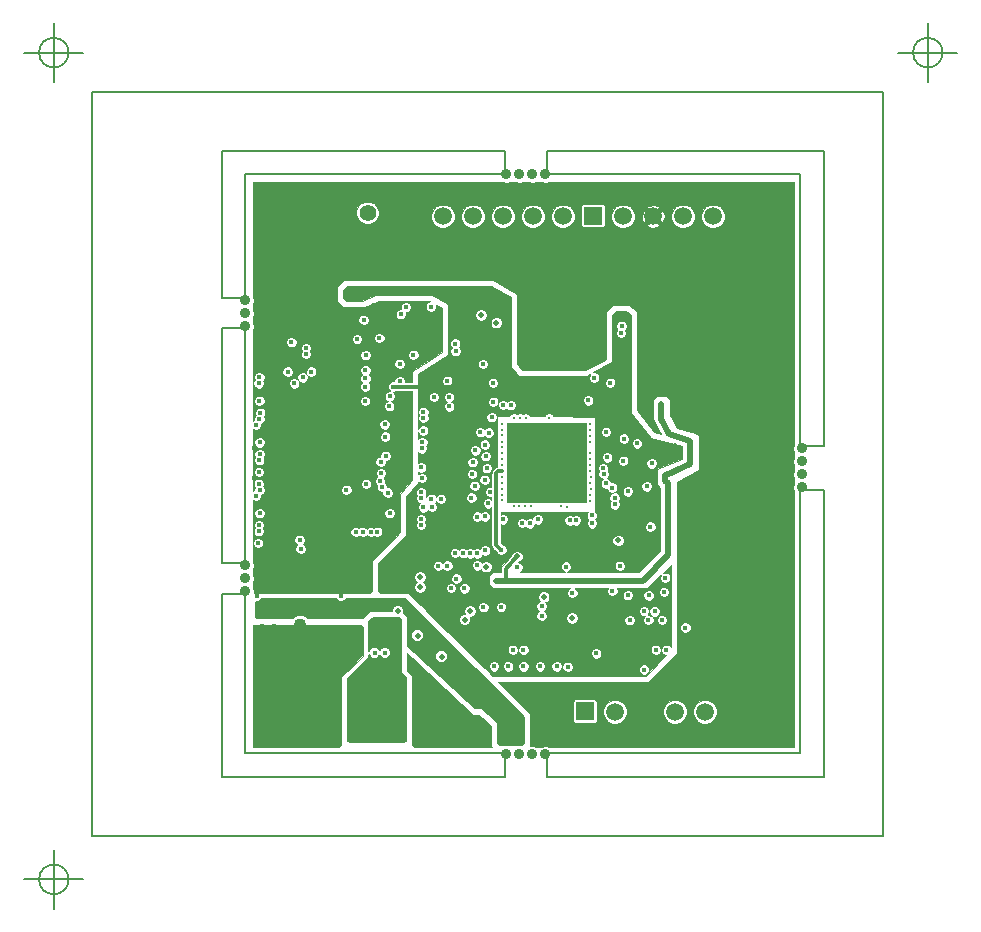
<source format=gbr>
G04 (created by PCBNEW-RS274X (2012-08-04 BZR 3667)-testing) date 10/19/2012 7:17:05 PM*
%MOIN*%
G04 Gerber Fmt 3.4, Leading zero omitted, Abs format*
%FSLAX34Y34*%
G01*
G70*
G90*
G04 APERTURE LIST*
%ADD10C,0.0017*%
%ADD11C,0.0059*%
%ADD12C,0.0077*%
%ADD13C,0.0195*%
%ADD14C,0.0157*%
%ADD15C,0.0354*%
%ADD16C,0.2165*%
%ADD17C,0.051*%
%ADD18C,0.055*%
%ADD19C,0.0597*%
%ADD20R,0.0597X0.0597*%
%ADD21C,0.0432*%
%ADD22C,0.0196*%
%ADD23C,0.0118*%
%ADD24C,0.0117*%
%ADD25C,0.0195*%
%ADD26C,0.0117*%
%ADD27C,0.0078*%
%ADD28C,0.0039*%
G04 APERTURE END LIST*
G54D10*
G54D11*
X41831Y-53937D02*
G75*
G03X41831Y-53937I-492J0D01*
G74*
G01*
X40355Y-53937D02*
X42323Y-53937D01*
X41339Y-52953D02*
X41339Y-54921D01*
X70964Y-26378D02*
G75*
G03X70964Y-26378I-492J0D01*
G74*
G01*
X69488Y-26378D02*
X71456Y-26378D01*
X70472Y-25394D02*
X70472Y-27362D01*
X41831Y-26378D02*
G75*
G03X41831Y-26378I-492J0D01*
G74*
G01*
X40355Y-26378D02*
X42323Y-26378D01*
X41339Y-25394D02*
X41339Y-27362D01*
G54D12*
X42606Y-52483D02*
X42606Y-27680D01*
X68983Y-52483D02*
X42606Y-52483D01*
X68983Y-27680D02*
X68983Y-52483D01*
X42606Y-27680D02*
X68983Y-27680D01*
X66228Y-30437D02*
X66228Y-39492D01*
X57764Y-30437D02*
X66228Y-30437D01*
X57764Y-29650D02*
X57764Y-30437D01*
X67016Y-29650D02*
X57764Y-29650D01*
X67016Y-39492D02*
X67016Y-29650D01*
X66228Y-39492D02*
X67016Y-39492D01*
X57764Y-50515D02*
X57764Y-49728D01*
X67016Y-50515D02*
X57764Y-50515D01*
X67016Y-40948D02*
X67016Y-50515D01*
X66228Y-40948D02*
X67016Y-40948D01*
X66228Y-49728D02*
X66228Y-40948D01*
X57764Y-49728D02*
X66228Y-49728D01*
X46936Y-50515D02*
X46936Y-44413D01*
X56386Y-50515D02*
X46936Y-50515D01*
X56386Y-49728D02*
X56386Y-50515D01*
X47724Y-49728D02*
X56386Y-49728D01*
X47724Y-44413D02*
X47724Y-49728D01*
X46936Y-44413D02*
X47724Y-44413D01*
X46936Y-43390D02*
X46936Y-35555D01*
X47724Y-43390D02*
X46936Y-43390D01*
X47724Y-35555D02*
X47724Y-43390D01*
X46936Y-35555D02*
X47724Y-35555D01*
X47724Y-30437D02*
X47724Y-34570D01*
X46936Y-34570D02*
X47724Y-34570D01*
X46936Y-29648D02*
X46936Y-34570D01*
X46936Y-29648D02*
X56384Y-29648D01*
X56384Y-29648D02*
X56384Y-30437D01*
X47724Y-30437D02*
X56384Y-30437D01*
G54D13*
X56102Y-43975D03*
G54D14*
X61013Y-44997D03*
X61363Y-45005D03*
X61158Y-45292D03*
X61386Y-35540D03*
X61024Y-35536D03*
X61024Y-35198D03*
X61394Y-35193D03*
X56791Y-43535D03*
X63583Y-34409D03*
G54D15*
X47725Y-34630D03*
X47725Y-35063D03*
X47725Y-35496D03*
X47725Y-44335D03*
X47725Y-43902D03*
X47725Y-43469D03*
X66268Y-39571D03*
X66268Y-40004D03*
X66268Y-40437D03*
X66268Y-40870D03*
G54D14*
X58185Y-40460D03*
X58185Y-40027D03*
X57968Y-40244D03*
X58401Y-40244D03*
X61129Y-38252D03*
X61011Y-37386D03*
X63553Y-36201D03*
X63571Y-36520D03*
X63571Y-36993D03*
X52273Y-32898D03*
X52272Y-33331D03*
X51445Y-33331D03*
X51446Y-32898D03*
X59398Y-33803D03*
X59005Y-33804D03*
X61367Y-33804D03*
X61760Y-33803D03*
X64005Y-31204D03*
X65736Y-31283D03*
X53610Y-30890D03*
X53059Y-30890D03*
X59791Y-30889D03*
X59201Y-30889D03*
X58571Y-30889D03*
X57901Y-30889D03*
X57311Y-30890D03*
X54240Y-30890D03*
X54831Y-30890D03*
X55461Y-30890D03*
X56130Y-30890D03*
X56721Y-30890D03*
X62783Y-30889D03*
X62193Y-30889D03*
X61563Y-30889D03*
X60893Y-30889D03*
X60382Y-30890D03*
X63335Y-30890D03*
X63846Y-30889D03*
X64516Y-30889D03*
X65146Y-30889D03*
X65736Y-30889D03*
X63127Y-32925D03*
X63138Y-33292D03*
X63600Y-33280D03*
X62655Y-33280D03*
X63453Y-32544D03*
X61484Y-32544D03*
X62065Y-32532D03*
X60894Y-32544D03*
X62744Y-32544D03*
X60658Y-33292D03*
X61120Y-33280D03*
X62065Y-33280D03*
X61603Y-33292D03*
X59752Y-33292D03*
X60214Y-33280D03*
X55953Y-33291D03*
X55312Y-33271D03*
X60343Y-32544D03*
X59269Y-33280D03*
X56465Y-33291D03*
X56965Y-33280D03*
X54289Y-33271D03*
X54762Y-33271D03*
X58807Y-33292D03*
X57410Y-33291D03*
X50618Y-30929D03*
X50895Y-32898D03*
X50894Y-33331D03*
X49281Y-33527D03*
X50028Y-30929D03*
X49950Y-33567D03*
X49398Y-30929D03*
X48728Y-30929D03*
X48256Y-35103D03*
X48650Y-35102D03*
X48650Y-34552D03*
X48256Y-34552D03*
X48256Y-33410D03*
X48650Y-33410D03*
X48650Y-33961D03*
X48256Y-33961D03*
X48255Y-32898D03*
X48255Y-32504D03*
X48255Y-32032D03*
X48255Y-31520D03*
X48256Y-30929D03*
X52627Y-36166D03*
X51995Y-39173D03*
X51680Y-39173D03*
X51365Y-39173D03*
X51010Y-39212D03*
X51004Y-38953D03*
X51012Y-39551D03*
X51012Y-40181D03*
X55718Y-42968D03*
X55450Y-43472D03*
X54248Y-41252D03*
X53937Y-41520D03*
X53925Y-41248D03*
X52413Y-41387D03*
X51196Y-41394D03*
X63602Y-33632D03*
X63612Y-33967D03*
X64016Y-36220D03*
X64043Y-36559D03*
X64035Y-34409D03*
X64043Y-34039D03*
X65462Y-33764D03*
X65776Y-33764D03*
X65146Y-33764D03*
X64832Y-33764D03*
X64202Y-33764D03*
X64516Y-33764D03*
X64516Y-36835D03*
X64202Y-36835D03*
X64832Y-36835D03*
X65146Y-36835D03*
X65776Y-36835D03*
X65462Y-36835D03*
X65697Y-42268D03*
X65696Y-41677D03*
X65696Y-41087D03*
X65696Y-40535D03*
X65697Y-37977D03*
X65697Y-38646D03*
X65697Y-39906D03*
X63570Y-40024D03*
X63570Y-39591D03*
X63571Y-39079D03*
X63571Y-38528D03*
X63571Y-37977D03*
X63570Y-42937D03*
X63570Y-40535D03*
X63570Y-41087D03*
X63570Y-41677D03*
X63571Y-42268D03*
X63137Y-42584D03*
X63138Y-42230D03*
X63138Y-39867D03*
X63137Y-40221D03*
X63136Y-37859D03*
X63137Y-37505D03*
X62626Y-36717D03*
X62626Y-36205D03*
X62626Y-35772D03*
X62626Y-37229D03*
X62626Y-37858D03*
X63571Y-37504D03*
X62114Y-38488D03*
X62665Y-38488D03*
X62114Y-37858D03*
X62114Y-37229D03*
X61169Y-44473D03*
X61721Y-43882D03*
X61681Y-44355D03*
X62274Y-40728D03*
X62271Y-41166D03*
X62271Y-41756D03*
X62271Y-42307D03*
X62271Y-44315D03*
X62272Y-43646D03*
X62271Y-42937D03*
X62704Y-42307D03*
X62704Y-41756D03*
X62704Y-41166D03*
X62697Y-40728D03*
X62704Y-42937D03*
X62705Y-43646D03*
X62704Y-44315D03*
X58618Y-40460D03*
X57752Y-40460D03*
X57319Y-40460D03*
X56886Y-40460D03*
X56669Y-40677D03*
X57102Y-40677D03*
X57539Y-40677D03*
X57968Y-40677D03*
X58401Y-40677D03*
X58834Y-40677D03*
X58834Y-41110D03*
X58401Y-41110D03*
X57968Y-41110D03*
X57539Y-41110D03*
X57102Y-41110D03*
X56669Y-41110D03*
X56886Y-40893D03*
X57319Y-40893D03*
X58185Y-40893D03*
X57752Y-40893D03*
X58618Y-40893D03*
X58618Y-40027D03*
X57752Y-40027D03*
X57319Y-40027D03*
X56886Y-40027D03*
X56669Y-40244D03*
X57102Y-40244D03*
X57539Y-40244D03*
X58834Y-40244D03*
X58834Y-39811D03*
X58401Y-39811D03*
X57968Y-39811D03*
X57539Y-39811D03*
X57102Y-39811D03*
X56669Y-39811D03*
X56886Y-39594D03*
X57319Y-39594D03*
X58185Y-39594D03*
X57752Y-39594D03*
X58618Y-39594D03*
X58618Y-39161D03*
X57752Y-39161D03*
X58185Y-39161D03*
X57319Y-39161D03*
X56886Y-39161D03*
X56669Y-39378D03*
X57102Y-39378D03*
X57539Y-39378D03*
X57968Y-39378D03*
X58401Y-39378D03*
X58834Y-39378D03*
X58834Y-38945D03*
X58401Y-38945D03*
X57968Y-38945D03*
X57539Y-38945D03*
X57102Y-38945D03*
X56669Y-38945D03*
X64055Y-43533D03*
X64045Y-43858D03*
X64555Y-43282D03*
X64241Y-43282D03*
X64871Y-43282D03*
X65185Y-43282D03*
X65815Y-43282D03*
X65501Y-43282D03*
X65510Y-46353D03*
X65824Y-46353D03*
X65194Y-46353D03*
X64880Y-46353D03*
X64065Y-46083D03*
X64035Y-45758D03*
X63514Y-46358D03*
X64250Y-46353D03*
X64564Y-46353D03*
X63553Y-43435D03*
X63553Y-43907D03*
X63494Y-45856D03*
X60472Y-44461D03*
X57598Y-45152D03*
X57598Y-44837D03*
X56249Y-44866D03*
X55658Y-44866D03*
X54516Y-38173D03*
X54516Y-37858D03*
X54005Y-37858D03*
X55028Y-44236D03*
X54162Y-43488D03*
X54756Y-43909D03*
X65736Y-47032D03*
X64319Y-49355D03*
X65736Y-49355D03*
X65106Y-49355D03*
X60622Y-47855D03*
X62889Y-49028D03*
X62889Y-49343D03*
X63480Y-49343D03*
X63480Y-49028D03*
X60566Y-49028D03*
X60566Y-49343D03*
X61118Y-49343D03*
X61118Y-49028D03*
X62260Y-49028D03*
X62260Y-49343D03*
X61709Y-49343D03*
X61709Y-49028D03*
X59465Y-49028D03*
X59465Y-49343D03*
X60016Y-49343D03*
X60016Y-49028D03*
X58914Y-49028D03*
X58914Y-49343D03*
X58323Y-49343D03*
X58323Y-49028D03*
X58335Y-48567D03*
X63138Y-46953D03*
X62587Y-46953D03*
X61012Y-46941D03*
X62004Y-46957D03*
X58465Y-46850D03*
X58099Y-46835D03*
X57547Y-46835D03*
X56996Y-46835D03*
X56484Y-46835D03*
X56012Y-46835D03*
X53932Y-47357D03*
X59417Y-46406D03*
X61760Y-46284D03*
X61406Y-46284D03*
X56642Y-46284D03*
X56996Y-46284D03*
X52378Y-46382D03*
X52031Y-46382D03*
X50539Y-46873D03*
X49870Y-46676D03*
X49240Y-46755D03*
X48295Y-45968D03*
X48689Y-45968D03*
X48689Y-45496D03*
X48295Y-45496D03*
X48295Y-46441D03*
X48689Y-46441D03*
X48689Y-46913D03*
X48295Y-46913D03*
X48295Y-47386D03*
X48295Y-47937D03*
X48295Y-48449D03*
X48295Y-48921D03*
X48295Y-49315D03*
X48965Y-49315D03*
X49673Y-49315D03*
X50382Y-49315D03*
G54D13*
X48861Y-45087D03*
X48546Y-45087D03*
X48231Y-45087D03*
X52389Y-43424D03*
X52744Y-43424D03*
X52941Y-43620D03*
X52586Y-43621D03*
X52782Y-45375D03*
X52782Y-45690D03*
X52584Y-45927D03*
X52190Y-45927D03*
X51994Y-45690D03*
X51994Y-45375D03*
G54D16*
X49752Y-32228D03*
X64791Y-32228D03*
X64791Y-47975D03*
X49752Y-47975D03*
G54D13*
X56378Y-43975D03*
X52232Y-43621D03*
X52112Y-49195D03*
X51720Y-49197D03*
X52507Y-49197D03*
X51325Y-49197D03*
X52902Y-49197D03*
X51325Y-48802D03*
X51325Y-48410D03*
X51325Y-48015D03*
X51325Y-47622D03*
X51325Y-47267D03*
X51720Y-47267D03*
X52114Y-47267D03*
X52507Y-47267D03*
X52900Y-47267D03*
X52900Y-47622D03*
X52900Y-48015D03*
X52900Y-48410D03*
X52900Y-48802D03*
G54D15*
X56426Y-49768D03*
X56859Y-49768D03*
X57292Y-49768D03*
X57726Y-49768D03*
X56425Y-30437D03*
X56858Y-30437D03*
X57291Y-30437D03*
X57725Y-30437D03*
G54D13*
X54516Y-48607D03*
X54831Y-48607D03*
X55146Y-48607D03*
X55461Y-48607D03*
X59419Y-47520D03*
X60512Y-47510D03*
X62312Y-47426D03*
X63336Y-47426D03*
G54D17*
X51299Y-32217D03*
X52299Y-32217D03*
X52299Y-31217D03*
X51299Y-31217D03*
G54D18*
X51799Y-31717D03*
G54D19*
X58307Y-31834D03*
X57307Y-31834D03*
X56307Y-31834D03*
X55307Y-31834D03*
G54D20*
X53307Y-31814D03*
G54D19*
X54307Y-31834D03*
G54D20*
X57576Y-49079D03*
G54D19*
X56576Y-49079D03*
G54D21*
X49554Y-45454D03*
X49554Y-35062D03*
G54D19*
X63314Y-31834D03*
X62314Y-31834D03*
X61314Y-31834D03*
G54D20*
X59314Y-31814D03*
G54D19*
X60314Y-31834D03*
X63043Y-48350D03*
X62043Y-48350D03*
X61043Y-48350D03*
G54D20*
X59043Y-48330D03*
G54D19*
X60043Y-48350D03*
G54D13*
X56783Y-43173D03*
X61728Y-40646D03*
X61398Y-43563D03*
X61821Y-42018D03*
X61594Y-38083D03*
X55748Y-43512D03*
X55032Y-45276D03*
X58976Y-46772D03*
G54D14*
X60177Y-35130D03*
G54D13*
X54949Y-37343D03*
G54D14*
X52646Y-37508D03*
G54D13*
X54221Y-34441D03*
X51169Y-34244D03*
X57756Y-43449D03*
G54D14*
X56949Y-42618D03*
G54D13*
X58264Y-43146D03*
X61614Y-45787D03*
X60142Y-42921D03*
G54D14*
X55299Y-38228D03*
G54D13*
X62039Y-39803D03*
X59910Y-37815D03*
X62036Y-39500D03*
G54D14*
X49256Y-36028D03*
X53323Y-36453D03*
G54D13*
X58002Y-47500D03*
G54D14*
X59961Y-44311D03*
X58626Y-44390D03*
X58413Y-43508D03*
X60205Y-43484D03*
X61614Y-45291D03*
X60531Y-45295D03*
X59882Y-37386D03*
X58256Y-36228D03*
X57106Y-36587D03*
G54D13*
X58616Y-45230D03*
G54D14*
X61102Y-40835D03*
G54D13*
X57668Y-44518D03*
G54D14*
X52012Y-34799D03*
G54D13*
X50921Y-43799D03*
X51012Y-36701D03*
G54D14*
X48154Y-36225D03*
X48154Y-35831D03*
G54D13*
X48158Y-36717D03*
X48150Y-39079D03*
X48189Y-41437D03*
G54D14*
X48032Y-37599D03*
X48047Y-38189D03*
X48024Y-39571D03*
X48028Y-40551D03*
X48032Y-41933D03*
X48032Y-42918D03*
X48197Y-43508D03*
G54D13*
X48138Y-43807D03*
G54D14*
X61264Y-40071D03*
X54457Y-43477D03*
G54D13*
X53465Y-45815D03*
G54D14*
X54579Y-44225D03*
G54D13*
X54268Y-46508D03*
G54D14*
X48102Y-44492D03*
X50921Y-44492D03*
X60441Y-34681D03*
G54D13*
X57984Y-48284D03*
G54D14*
X61957Y-34823D03*
X60906Y-36260D03*
X61957Y-35933D03*
X62154Y-36559D03*
X61228Y-42177D03*
X60882Y-38087D03*
X60780Y-39406D03*
X59350Y-37213D03*
G54D22*
X56091Y-35378D03*
X55579Y-35130D03*
G54D14*
X59508Y-36051D03*
X59650Y-35925D03*
X57094Y-35291D03*
X58354Y-35528D03*
X58370Y-36783D03*
X48165Y-37402D03*
X60266Y-35482D03*
X48193Y-37205D03*
X60246Y-35719D03*
X49132Y-37012D03*
X49565Y-42918D03*
X62392Y-45541D03*
G54D13*
X55217Y-44988D03*
G54D14*
X60030Y-41211D03*
G54D23*
X59228Y-39933D03*
G54D14*
X56957Y-42059D03*
G54D23*
X56665Y-41504D03*
G54D14*
X60319Y-39984D03*
G54D23*
X56866Y-38555D03*
G54D14*
X55981Y-37386D03*
G54D23*
X59228Y-38752D03*
G54D13*
X52811Y-44992D03*
X53539Y-43862D03*
X53539Y-44197D03*
G54D23*
X59228Y-41114D03*
G54D14*
X60039Y-41437D03*
X55638Y-36756D03*
G54D23*
X57063Y-38555D03*
G54D14*
X59272Y-41807D03*
X59748Y-39020D03*
G54D23*
X58240Y-41504D03*
X59225Y-39146D03*
X59228Y-38949D03*
X59228Y-40130D03*
X57847Y-38555D03*
G54D14*
X59150Y-37972D03*
G54D23*
X57059Y-41504D03*
G54D14*
X55933Y-38528D03*
G54D24*
X56276Y-39736D03*
X56276Y-40327D03*
G54D14*
X56260Y-42953D03*
G54D23*
X56858Y-41504D03*
G54D13*
X60154Y-42638D03*
G54D23*
X59228Y-41311D03*
G54D14*
X55394Y-39638D03*
X53650Y-41536D03*
G54D23*
X56276Y-41110D03*
G54D14*
X53583Y-40201D03*
G54D23*
X56280Y-39933D03*
G54D14*
X55831Y-39047D03*
G54D23*
X56276Y-40914D03*
G54D14*
X53579Y-41925D03*
X53602Y-40559D03*
G54D23*
X56276Y-40130D03*
G54D14*
X55303Y-40032D03*
X53662Y-38355D03*
G54D23*
X56276Y-38748D03*
G54D14*
X55709Y-39445D03*
X52193Y-35890D03*
X59740Y-40740D03*
X54453Y-37319D03*
X51721Y-37508D03*
X54721Y-36075D03*
X59787Y-39870D03*
X55555Y-39028D03*
X53662Y-38555D03*
G54D23*
X56276Y-38945D03*
G54D14*
X53610Y-39571D03*
G54D23*
X56276Y-39540D03*
G54D14*
X53626Y-39370D03*
G54D23*
X56280Y-39343D03*
G54D14*
X53579Y-42122D03*
G54D23*
X56276Y-40717D03*
G54D14*
X55772Y-40232D03*
X55890Y-41016D03*
X55260Y-41209D03*
X55815Y-41406D03*
X55445Y-41846D03*
X56303Y-41937D03*
X53650Y-38981D03*
G54D23*
X56276Y-39138D03*
G54D14*
X53587Y-41040D03*
G54D23*
X56276Y-40524D03*
G54D14*
X55288Y-40421D03*
X55701Y-40618D03*
X55366Y-40819D03*
X55705Y-41839D03*
G54D23*
X59228Y-40327D03*
G54D14*
X51732Y-36461D03*
G54D23*
X56276Y-41307D03*
G54D14*
X53591Y-41236D03*
X59951Y-40876D03*
X51728Y-36957D03*
G54D23*
X59232Y-40524D03*
G54D14*
X52870Y-37327D03*
X51728Y-37240D03*
X52870Y-36752D03*
X59669Y-40425D03*
X55736Y-39831D03*
X53906Y-34843D03*
X48193Y-37984D03*
X52906Y-35095D03*
X52543Y-37827D03*
X57205Y-42071D03*
X60473Y-41000D03*
G54D23*
X59232Y-40918D03*
G54D14*
X60339Y-39244D03*
G54D23*
X59228Y-39343D03*
X57252Y-41504D03*
G54D14*
X57465Y-41937D03*
X59646Y-40225D03*
X54736Y-36331D03*
X49354Y-37402D03*
X53071Y-34862D03*
X52276Y-40847D03*
X52248Y-40394D03*
X48185Y-39965D03*
X48221Y-38386D03*
X52516Y-38162D03*
X48201Y-39768D03*
X52232Y-40016D03*
X48197Y-39370D03*
X52402Y-39815D03*
X48079Y-38783D03*
X52386Y-39181D03*
X48193Y-38591D03*
X52366Y-38772D03*
G54D23*
X59228Y-39732D03*
G54D14*
X51445Y-35929D03*
X52213Y-40654D03*
X48181Y-40355D03*
X55984Y-38016D03*
X56319Y-38122D03*
X56575Y-38130D03*
G54D23*
X56669Y-38555D03*
G54D14*
X49744Y-36425D03*
X49634Y-37205D03*
X49917Y-37012D03*
X49748Y-36225D03*
X51717Y-37992D03*
X52535Y-41732D03*
X48173Y-42331D03*
X52118Y-42354D03*
X54984Y-43063D03*
X48173Y-40748D03*
X55453Y-43067D03*
X51752Y-40748D03*
X48181Y-42130D03*
X51917Y-42355D03*
X48197Y-41732D03*
X51398Y-42355D03*
X48075Y-41142D03*
X51638Y-42355D03*
X48201Y-40949D03*
X54721Y-43055D03*
X51091Y-40949D03*
X55225Y-43067D03*
G54D23*
X59228Y-40721D03*
G54D14*
X51669Y-35288D03*
G54D23*
X58437Y-41508D03*
G54D14*
X58536Y-41973D03*
X59281Y-42067D03*
X58740Y-41969D03*
X52465Y-41043D03*
X49535Y-42618D03*
X48154Y-42725D03*
G54D13*
X51169Y-44827D03*
X51169Y-45063D03*
G54D25*
X61821Y-42018D02*
X61821Y-40739D01*
X61821Y-40739D02*
X61728Y-40646D01*
G54D26*
X56402Y-43948D02*
X56402Y-43582D01*
G54D25*
X60984Y-43976D02*
X61398Y-43563D01*
G54D26*
X56791Y-43165D02*
X56402Y-43582D01*
X56783Y-43173D02*
X56791Y-43165D01*
G54D25*
X56063Y-43976D02*
X60984Y-43976D01*
X61398Y-43563D02*
X61388Y-43573D01*
X61388Y-43573D02*
X61821Y-43140D01*
X61821Y-43140D02*
X61821Y-42018D01*
X61728Y-40449D02*
X61728Y-40646D01*
X61728Y-40449D02*
X61909Y-40378D01*
X61909Y-40378D02*
X62098Y-40291D01*
X62098Y-40291D02*
X62559Y-40079D01*
X62559Y-40079D02*
X62559Y-39331D01*
X62559Y-39331D02*
X62358Y-39256D01*
X62358Y-39256D02*
X61854Y-39079D01*
X61854Y-39079D02*
X61594Y-38583D01*
X61594Y-38583D02*
X61594Y-38083D01*
G54D26*
X52646Y-37508D02*
X54531Y-37508D01*
X54531Y-37508D02*
X55299Y-38228D01*
X56276Y-40327D02*
X56161Y-40327D01*
X56083Y-42795D02*
X56260Y-42953D01*
X56083Y-40406D02*
X56083Y-42795D01*
X56161Y-40327D02*
X56083Y-40406D01*
G54D10*
G36*
X53072Y-49315D02*
X53015Y-49371D01*
X51197Y-49371D01*
X51140Y-49315D01*
X51140Y-47260D01*
X51849Y-46551D01*
X51849Y-46444D01*
X51868Y-46491D01*
X51922Y-46545D01*
X51993Y-46574D01*
X52069Y-46574D01*
X52140Y-46545D01*
X52194Y-46491D01*
X52204Y-46465D01*
X52215Y-46491D01*
X52269Y-46545D01*
X52340Y-46574D01*
X52416Y-46574D01*
X52487Y-46545D01*
X52541Y-46491D01*
X52570Y-46420D01*
X52570Y-46344D01*
X52541Y-46273D01*
X52487Y-46219D01*
X52416Y-46190D01*
X52340Y-46190D01*
X52269Y-46219D01*
X52215Y-46273D01*
X52204Y-46298D01*
X52194Y-46273D01*
X52140Y-46219D01*
X52069Y-46190D01*
X51993Y-46190D01*
X51922Y-46219D01*
X51868Y-46273D01*
X51849Y-46319D01*
X51849Y-45370D01*
X51985Y-45235D01*
X52858Y-45235D01*
X52915Y-45292D01*
X52915Y-47063D01*
X53072Y-47221D01*
X53072Y-49315D01*
X53072Y-49315D01*
G37*
G54D12*
X53072Y-49315D02*
X53015Y-49371D01*
X51197Y-49371D01*
X51140Y-49315D01*
X51140Y-47260D01*
X51849Y-46551D01*
X51849Y-46444D01*
X51868Y-46491D01*
X51922Y-46545D01*
X51993Y-46574D01*
X52069Y-46574D01*
X52140Y-46545D01*
X52194Y-46491D01*
X52204Y-46465D01*
X52215Y-46491D01*
X52269Y-46545D01*
X52340Y-46574D01*
X52416Y-46574D01*
X52487Y-46545D01*
X52541Y-46491D01*
X52570Y-46420D01*
X52570Y-46344D01*
X52541Y-46273D01*
X52487Y-46219D01*
X52416Y-46190D01*
X52340Y-46190D01*
X52269Y-46219D01*
X52215Y-46273D01*
X52204Y-46298D01*
X52194Y-46273D01*
X52140Y-46219D01*
X52069Y-46190D01*
X51993Y-46190D01*
X51922Y-46219D01*
X51868Y-46273D01*
X51849Y-46319D01*
X51849Y-45370D01*
X51985Y-45235D01*
X52858Y-45235D01*
X52915Y-45292D01*
X52915Y-47063D01*
X53072Y-47221D01*
X53072Y-49315D01*
G54D10*
G36*
X57008Y-49393D02*
X56953Y-49449D01*
X56197Y-49449D01*
X56141Y-49393D01*
X56141Y-48723D01*
X55606Y-48229D01*
X55369Y-48229D01*
X54481Y-47403D01*
X54481Y-46551D01*
X54481Y-46466D01*
X54449Y-46388D01*
X54389Y-46328D01*
X54311Y-46295D01*
X54226Y-46295D01*
X54148Y-46327D01*
X54088Y-46387D01*
X54055Y-46465D01*
X54055Y-46550D01*
X54087Y-46628D01*
X54147Y-46688D01*
X54225Y-46721D01*
X54310Y-46721D01*
X54388Y-46689D01*
X54448Y-46629D01*
X54481Y-46551D01*
X54481Y-47403D01*
X53678Y-46656D01*
X53678Y-45858D01*
X53678Y-45773D01*
X53646Y-45695D01*
X53586Y-45635D01*
X53508Y-45602D01*
X53423Y-45602D01*
X53345Y-45634D01*
X53285Y-45694D01*
X53252Y-45772D01*
X53252Y-45857D01*
X53284Y-45935D01*
X53344Y-45995D01*
X53422Y-46028D01*
X53507Y-46028D01*
X53585Y-45996D01*
X53645Y-45936D01*
X53678Y-45858D01*
X53678Y-46656D01*
X53149Y-46164D01*
X53149Y-45181D01*
X53017Y-45049D01*
X53024Y-45035D01*
X53024Y-44950D01*
X52992Y-44872D01*
X52932Y-44812D01*
X52854Y-44779D01*
X52769Y-44779D01*
X52691Y-44811D01*
X52631Y-44871D01*
X52598Y-44949D01*
X52598Y-45000D01*
X51874Y-45000D01*
X51638Y-45237D01*
X49806Y-45237D01*
X49742Y-45173D01*
X49620Y-45122D01*
X49488Y-45122D01*
X49366Y-45173D01*
X49302Y-45237D01*
X48126Y-45237D01*
X48070Y-45181D01*
X48070Y-44685D01*
X48140Y-44685D01*
X48211Y-44656D01*
X48261Y-44606D01*
X50762Y-44606D01*
X50811Y-44655D01*
X50882Y-44685D01*
X50959Y-44685D01*
X51030Y-44656D01*
X51080Y-44606D01*
X53055Y-44606D01*
X57008Y-48520D01*
X57008Y-49393D01*
X57008Y-49393D01*
G37*
G54D27*
X57008Y-49393D02*
X56953Y-49449D01*
X56197Y-49449D01*
X56141Y-49393D01*
X56141Y-48723D01*
X55606Y-48229D01*
X55369Y-48229D01*
X54481Y-47403D01*
X54481Y-46551D01*
X54481Y-46466D01*
X54449Y-46388D01*
X54389Y-46328D01*
X54311Y-46295D01*
X54226Y-46295D01*
X54148Y-46327D01*
X54088Y-46387D01*
X54055Y-46465D01*
X54055Y-46550D01*
X54087Y-46628D01*
X54147Y-46688D01*
X54225Y-46721D01*
X54310Y-46721D01*
X54388Y-46689D01*
X54448Y-46629D01*
X54481Y-46551D01*
X54481Y-47403D01*
X53678Y-46656D01*
X53678Y-45858D01*
X53678Y-45773D01*
X53646Y-45695D01*
X53586Y-45635D01*
X53508Y-45602D01*
X53423Y-45602D01*
X53345Y-45634D01*
X53285Y-45694D01*
X53252Y-45772D01*
X53252Y-45857D01*
X53284Y-45935D01*
X53344Y-45995D01*
X53422Y-46028D01*
X53507Y-46028D01*
X53585Y-45996D01*
X53645Y-45936D01*
X53678Y-45858D01*
X53678Y-46656D01*
X53149Y-46164D01*
X53149Y-45181D01*
X53017Y-45049D01*
X53024Y-45035D01*
X53024Y-44950D01*
X52992Y-44872D01*
X52932Y-44812D01*
X52854Y-44779D01*
X52769Y-44779D01*
X52691Y-44811D01*
X52631Y-44871D01*
X52598Y-44949D01*
X52598Y-45000D01*
X51874Y-45000D01*
X51638Y-45237D01*
X49806Y-45237D01*
X49742Y-45173D01*
X49620Y-45122D01*
X49488Y-45122D01*
X49366Y-45173D01*
X49302Y-45237D01*
X48126Y-45237D01*
X48070Y-45181D01*
X48070Y-44685D01*
X48140Y-44685D01*
X48211Y-44656D01*
X48261Y-44606D01*
X50762Y-44606D01*
X50811Y-44655D01*
X50882Y-44685D01*
X50959Y-44685D01*
X51030Y-44656D01*
X51080Y-44606D01*
X53055Y-44606D01*
X57008Y-48520D01*
X57008Y-49393D01*
G54D10*
G36*
X62264Y-39908D02*
X61438Y-40263D01*
X61438Y-40106D01*
X61438Y-40037D01*
X61412Y-39973D01*
X61363Y-39924D01*
X61299Y-39897D01*
X61230Y-39897D01*
X61166Y-39923D01*
X61117Y-39972D01*
X61090Y-40036D01*
X61090Y-40105D01*
X61116Y-40169D01*
X61165Y-40218D01*
X61229Y-40245D01*
X61298Y-40245D01*
X61362Y-40219D01*
X61411Y-40170D01*
X61438Y-40106D01*
X61438Y-40263D01*
X61438Y-40756D01*
X61556Y-40874D01*
X61556Y-42984D01*
X61402Y-43138D01*
X61402Y-42212D01*
X61402Y-42143D01*
X61376Y-42079D01*
X61327Y-42030D01*
X61276Y-42008D01*
X61276Y-40870D01*
X61276Y-40801D01*
X61250Y-40737D01*
X61201Y-40688D01*
X61137Y-40661D01*
X61068Y-40661D01*
X61004Y-40687D01*
X60955Y-40736D01*
X60954Y-40738D01*
X60954Y-39441D01*
X60954Y-39372D01*
X60928Y-39308D01*
X60879Y-39259D01*
X60815Y-39232D01*
X60746Y-39232D01*
X60682Y-39258D01*
X60633Y-39307D01*
X60606Y-39371D01*
X60606Y-39440D01*
X60632Y-39504D01*
X60681Y-39553D01*
X60745Y-39580D01*
X60814Y-39580D01*
X60878Y-39554D01*
X60927Y-39505D01*
X60954Y-39441D01*
X60954Y-40738D01*
X60928Y-40800D01*
X60928Y-40869D01*
X60954Y-40933D01*
X61003Y-40982D01*
X61067Y-41009D01*
X61136Y-41009D01*
X61200Y-40983D01*
X61249Y-40934D01*
X61276Y-40870D01*
X61276Y-42008D01*
X61263Y-42003D01*
X61194Y-42003D01*
X61130Y-42029D01*
X61081Y-42078D01*
X61054Y-42142D01*
X61054Y-42211D01*
X61080Y-42275D01*
X61129Y-42324D01*
X61193Y-42351D01*
X61262Y-42351D01*
X61326Y-42325D01*
X61375Y-42276D01*
X61402Y-42212D01*
X61402Y-43138D01*
X60858Y-43682D01*
X60647Y-43682D01*
X60647Y-41035D01*
X60647Y-40966D01*
X60621Y-40902D01*
X60572Y-40853D01*
X60513Y-40828D01*
X60513Y-39279D01*
X60513Y-39210D01*
X60487Y-39146D01*
X60440Y-39099D01*
X60440Y-35517D01*
X60440Y-35448D01*
X60414Y-35384D01*
X60365Y-35335D01*
X60301Y-35308D01*
X60232Y-35308D01*
X60168Y-35334D01*
X60119Y-35383D01*
X60092Y-35447D01*
X60092Y-35516D01*
X60118Y-35580D01*
X60128Y-35590D01*
X60099Y-35620D01*
X60072Y-35684D01*
X60072Y-35753D01*
X60098Y-35817D01*
X60147Y-35866D01*
X60211Y-35893D01*
X60280Y-35893D01*
X60344Y-35867D01*
X60393Y-35818D01*
X60420Y-35754D01*
X60420Y-35685D01*
X60394Y-35621D01*
X60383Y-35610D01*
X60413Y-35581D01*
X60440Y-35517D01*
X60440Y-39099D01*
X60438Y-39097D01*
X60374Y-39070D01*
X60305Y-39070D01*
X60241Y-39096D01*
X60192Y-39145D01*
X60165Y-39209D01*
X60165Y-39278D01*
X60191Y-39342D01*
X60240Y-39391D01*
X60304Y-39418D01*
X60373Y-39418D01*
X60437Y-39392D01*
X60486Y-39343D01*
X60513Y-39279D01*
X60513Y-40828D01*
X60508Y-40826D01*
X60493Y-40826D01*
X60493Y-40019D01*
X60493Y-39950D01*
X60467Y-39886D01*
X60418Y-39837D01*
X60354Y-39810D01*
X60285Y-39810D01*
X60221Y-39836D01*
X60172Y-39885D01*
X60145Y-39949D01*
X60145Y-40018D01*
X60171Y-40082D01*
X60220Y-40131D01*
X60284Y-40158D01*
X60353Y-40158D01*
X60417Y-40132D01*
X60466Y-40083D01*
X60493Y-40019D01*
X60493Y-40826D01*
X60439Y-40826D01*
X60375Y-40852D01*
X60326Y-40901D01*
X60299Y-40965D01*
X60299Y-41034D01*
X60325Y-41098D01*
X60374Y-41147D01*
X60438Y-41174D01*
X60507Y-41174D01*
X60571Y-41148D01*
X60620Y-41099D01*
X60647Y-41035D01*
X60647Y-43682D01*
X60379Y-43682D01*
X60379Y-43519D01*
X60379Y-43450D01*
X60353Y-43386D01*
X60346Y-43379D01*
X60346Y-42676D01*
X60346Y-42600D01*
X60317Y-42529D01*
X60263Y-42475D01*
X60213Y-42454D01*
X60213Y-41472D01*
X60213Y-41403D01*
X60187Y-41339D01*
X60167Y-41319D01*
X60177Y-41310D01*
X60204Y-41246D01*
X60204Y-41177D01*
X60178Y-41113D01*
X60129Y-41064D01*
X60065Y-41037D01*
X60017Y-41037D01*
X60049Y-41024D01*
X60098Y-40975D01*
X60125Y-40911D01*
X60125Y-40842D01*
X60099Y-40778D01*
X60056Y-40735D01*
X60056Y-37421D01*
X60056Y-37352D01*
X60030Y-37288D01*
X59981Y-37239D01*
X59917Y-37212D01*
X59848Y-37212D01*
X59784Y-37238D01*
X59735Y-37287D01*
X59708Y-37351D01*
X59708Y-37420D01*
X59734Y-37484D01*
X59783Y-37533D01*
X59847Y-37560D01*
X59916Y-37560D01*
X59980Y-37534D01*
X60029Y-37485D01*
X60056Y-37421D01*
X60056Y-40735D01*
X60050Y-40729D01*
X59986Y-40702D01*
X59961Y-40702D01*
X59961Y-39905D01*
X59961Y-39836D01*
X59935Y-39772D01*
X59922Y-39759D01*
X59922Y-39055D01*
X59922Y-38986D01*
X59896Y-38922D01*
X59847Y-38873D01*
X59783Y-38846D01*
X59714Y-38846D01*
X59650Y-38872D01*
X59601Y-38921D01*
X59574Y-38985D01*
X59574Y-39054D01*
X59600Y-39118D01*
X59649Y-39167D01*
X59713Y-39194D01*
X59782Y-39194D01*
X59846Y-39168D01*
X59895Y-39119D01*
X59922Y-39055D01*
X59922Y-39759D01*
X59886Y-39723D01*
X59822Y-39696D01*
X59753Y-39696D01*
X59689Y-39722D01*
X59640Y-39771D01*
X59613Y-39835D01*
X59613Y-39904D01*
X59639Y-39968D01*
X59688Y-40017D01*
X59752Y-40044D01*
X59821Y-40044D01*
X59885Y-40018D01*
X59934Y-39969D01*
X59961Y-39905D01*
X59961Y-40702D01*
X59917Y-40702D01*
X59913Y-40703D01*
X59888Y-40642D01*
X59839Y-40593D01*
X59775Y-40566D01*
X59774Y-40566D01*
X59816Y-40524D01*
X59843Y-40460D01*
X59843Y-40391D01*
X59817Y-40327D01*
X59799Y-40309D01*
X59820Y-40260D01*
X59820Y-40191D01*
X59794Y-40127D01*
X59745Y-40078D01*
X59681Y-40051D01*
X59612Y-40051D01*
X59548Y-40077D01*
X59499Y-40126D01*
X59472Y-40190D01*
X59472Y-40259D01*
X59498Y-40323D01*
X59515Y-40340D01*
X59495Y-40390D01*
X59495Y-40459D01*
X59521Y-40523D01*
X59570Y-40572D01*
X59634Y-40599D01*
X59593Y-40641D01*
X59566Y-40705D01*
X59566Y-40774D01*
X59592Y-40838D01*
X59641Y-40887D01*
X59705Y-40914D01*
X59774Y-40914D01*
X59777Y-40912D01*
X59803Y-40974D01*
X59852Y-41023D01*
X59916Y-41050D01*
X59964Y-41050D01*
X59932Y-41063D01*
X59883Y-41112D01*
X59856Y-41176D01*
X59856Y-41245D01*
X59882Y-41309D01*
X59901Y-41328D01*
X59892Y-41338D01*
X59865Y-41402D01*
X59865Y-41471D01*
X59891Y-41535D01*
X59940Y-41584D01*
X60004Y-41611D01*
X60073Y-41611D01*
X60137Y-41585D01*
X60186Y-41536D01*
X60213Y-41472D01*
X60213Y-42454D01*
X60192Y-42446D01*
X60116Y-42446D01*
X60045Y-42475D01*
X59991Y-42529D01*
X59962Y-42600D01*
X59962Y-42676D01*
X59991Y-42747D01*
X60045Y-42801D01*
X60116Y-42830D01*
X60192Y-42830D01*
X60263Y-42801D01*
X60317Y-42747D01*
X60346Y-42676D01*
X60346Y-43379D01*
X60304Y-43337D01*
X60240Y-43310D01*
X60171Y-43310D01*
X60107Y-43336D01*
X60058Y-43385D01*
X60031Y-43449D01*
X60031Y-43518D01*
X60057Y-43582D01*
X60106Y-43631D01*
X60170Y-43658D01*
X60239Y-43658D01*
X60303Y-43632D01*
X60352Y-43583D01*
X60379Y-43519D01*
X60379Y-43682D01*
X59455Y-43682D01*
X59455Y-42102D01*
X59455Y-42033D01*
X59429Y-41969D01*
X59392Y-41932D01*
X59419Y-41906D01*
X59446Y-41842D01*
X59446Y-41773D01*
X59420Y-41709D01*
X59377Y-41666D01*
X59373Y-41662D01*
X59373Y-41365D01*
X59377Y-41356D01*
X59383Y-41342D01*
X59383Y-41280D01*
X59377Y-41265D01*
X59373Y-41257D01*
X59373Y-41168D01*
X59377Y-41159D01*
X59383Y-41145D01*
X59383Y-41083D01*
X59377Y-41068D01*
X59373Y-41061D01*
X59373Y-40981D01*
X59377Y-40973D01*
X59387Y-40949D01*
X59387Y-40887D01*
X59377Y-40863D01*
X59374Y-40856D01*
X59374Y-40773D01*
X59377Y-40766D01*
X59383Y-40752D01*
X59383Y-40690D01*
X59377Y-40675D01*
X59374Y-40669D01*
X59374Y-40586D01*
X59377Y-40579D01*
X59387Y-40555D01*
X59387Y-40493D01*
X59377Y-40469D01*
X59374Y-40463D01*
X59374Y-40378D01*
X59377Y-40372D01*
X59383Y-40358D01*
X59383Y-40296D01*
X59377Y-40281D01*
X59374Y-40276D01*
X59374Y-40181D01*
X59377Y-40175D01*
X59383Y-40161D01*
X59383Y-40099D01*
X59377Y-40084D01*
X59375Y-40080D01*
X59375Y-39983D01*
X59377Y-39978D01*
X59383Y-39964D01*
X59383Y-39902D01*
X59377Y-39887D01*
X59375Y-39883D01*
X59375Y-39781D01*
X59377Y-39777D01*
X59383Y-39763D01*
X59383Y-39701D01*
X59377Y-39686D01*
X59375Y-39683D01*
X59375Y-39391D01*
X59377Y-39388D01*
X59383Y-39374D01*
X59383Y-39312D01*
X59377Y-39297D01*
X59376Y-39295D01*
X59376Y-39186D01*
X59377Y-39184D01*
X59380Y-39177D01*
X59380Y-39115D01*
X59377Y-39107D01*
X59376Y-39106D01*
X59376Y-38996D01*
X59377Y-38994D01*
X59383Y-38980D01*
X59383Y-38918D01*
X59377Y-38903D01*
X59376Y-38902D01*
X59376Y-38798D01*
X59377Y-38797D01*
X59383Y-38783D01*
X59383Y-38721D01*
X59377Y-38706D01*
X59376Y-38706D01*
X59377Y-38513D01*
X59324Y-38512D01*
X59324Y-38007D01*
X59324Y-37938D01*
X59298Y-37874D01*
X59249Y-37825D01*
X59185Y-37798D01*
X59116Y-37798D01*
X59052Y-37824D01*
X59003Y-37873D01*
X58976Y-37937D01*
X58976Y-38006D01*
X59002Y-38070D01*
X59051Y-38119D01*
X59115Y-38146D01*
X59184Y-38146D01*
X59248Y-38120D01*
X59297Y-38071D01*
X59324Y-38007D01*
X59324Y-38512D01*
X57995Y-38507D01*
X57978Y-38467D01*
X57935Y-38423D01*
X57878Y-38400D01*
X57816Y-38400D01*
X57759Y-38424D01*
X57715Y-38467D01*
X57698Y-38506D01*
X57210Y-38505D01*
X57194Y-38467D01*
X57151Y-38423D01*
X57094Y-38400D01*
X57032Y-38400D01*
X56975Y-38424D01*
X56964Y-38434D01*
X56954Y-38423D01*
X56897Y-38400D01*
X56835Y-38400D01*
X56778Y-38424D01*
X56767Y-38434D01*
X56757Y-38423D01*
X56749Y-38419D01*
X56749Y-38165D01*
X56749Y-38096D01*
X56723Y-38032D01*
X56674Y-37983D01*
X56610Y-37956D01*
X56541Y-37956D01*
X56477Y-37982D01*
X56451Y-38008D01*
X56418Y-37975D01*
X56354Y-37948D01*
X56285Y-37948D01*
X56284Y-37948D01*
X56284Y-35417D01*
X56284Y-35340D01*
X56255Y-35269D01*
X56201Y-35215D01*
X56130Y-35185D01*
X56053Y-35185D01*
X55982Y-35214D01*
X55928Y-35268D01*
X55898Y-35339D01*
X55898Y-35416D01*
X55927Y-35487D01*
X55981Y-35541D01*
X56052Y-35571D01*
X56129Y-35571D01*
X56200Y-35542D01*
X56254Y-35488D01*
X56284Y-35417D01*
X56284Y-37948D01*
X56221Y-37974D01*
X56172Y-38023D01*
X56158Y-38056D01*
X56158Y-38051D01*
X56158Y-37982D01*
X56155Y-37974D01*
X56155Y-37421D01*
X56155Y-37352D01*
X56129Y-37288D01*
X56080Y-37239D01*
X56016Y-37212D01*
X55947Y-37212D01*
X55883Y-37238D01*
X55834Y-37287D01*
X55812Y-37339D01*
X55812Y-36791D01*
X55812Y-36722D01*
X55786Y-36658D01*
X55772Y-36644D01*
X55772Y-35169D01*
X55772Y-35092D01*
X55743Y-35021D01*
X55689Y-34967D01*
X55618Y-34937D01*
X55541Y-34937D01*
X55470Y-34966D01*
X55416Y-35020D01*
X55386Y-35091D01*
X55386Y-35168D01*
X55415Y-35239D01*
X55469Y-35293D01*
X55540Y-35323D01*
X55617Y-35323D01*
X55688Y-35294D01*
X55742Y-35240D01*
X55772Y-35169D01*
X55772Y-36644D01*
X55737Y-36609D01*
X55673Y-36582D01*
X55604Y-36582D01*
X55540Y-36608D01*
X55491Y-36657D01*
X55464Y-36721D01*
X55464Y-36790D01*
X55490Y-36854D01*
X55539Y-36903D01*
X55603Y-36930D01*
X55672Y-36930D01*
X55736Y-36904D01*
X55785Y-36855D01*
X55812Y-36791D01*
X55812Y-37339D01*
X55807Y-37351D01*
X55807Y-37420D01*
X55833Y-37484D01*
X55882Y-37533D01*
X55946Y-37560D01*
X56015Y-37560D01*
X56079Y-37534D01*
X56128Y-37485D01*
X56155Y-37421D01*
X56155Y-37974D01*
X56132Y-37918D01*
X56083Y-37869D01*
X56019Y-37842D01*
X55950Y-37842D01*
X55886Y-37868D01*
X55837Y-37917D01*
X55810Y-37981D01*
X55810Y-38050D01*
X55836Y-38114D01*
X55885Y-38163D01*
X55949Y-38190D01*
X56018Y-38190D01*
X56082Y-38164D01*
X56131Y-38115D01*
X56158Y-38051D01*
X56158Y-38056D01*
X56145Y-38087D01*
X56145Y-38156D01*
X56171Y-38220D01*
X56220Y-38269D01*
X56284Y-38296D01*
X56353Y-38296D01*
X56417Y-38270D01*
X56443Y-38244D01*
X56476Y-38277D01*
X56540Y-38304D01*
X56609Y-38304D01*
X56673Y-38278D01*
X56722Y-38229D01*
X56749Y-38165D01*
X56749Y-38419D01*
X56700Y-38400D01*
X56638Y-38400D01*
X56581Y-38424D01*
X56537Y-38467D01*
X56522Y-38502D01*
X56123Y-38501D01*
X56121Y-38714D01*
X56121Y-38717D01*
X56121Y-38779D01*
X56121Y-38780D01*
X56114Y-40182D01*
X56107Y-40183D01*
X56107Y-38563D01*
X56107Y-38494D01*
X56081Y-38430D01*
X56032Y-38381D01*
X55968Y-38354D01*
X55899Y-38354D01*
X55835Y-38380D01*
X55786Y-38429D01*
X55759Y-38493D01*
X55759Y-38562D01*
X55785Y-38626D01*
X55834Y-38675D01*
X55898Y-38702D01*
X55967Y-38702D01*
X56031Y-38676D01*
X56080Y-38627D01*
X56107Y-38563D01*
X56107Y-40183D01*
X56101Y-40185D01*
X56068Y-40207D01*
X56052Y-40218D01*
X56051Y-40218D01*
X56051Y-40219D01*
X56005Y-40265D01*
X56005Y-39082D01*
X56005Y-39013D01*
X55979Y-38949D01*
X55930Y-38900D01*
X55866Y-38873D01*
X55797Y-38873D01*
X55733Y-38899D01*
X55702Y-38929D01*
X55654Y-38881D01*
X55590Y-38854D01*
X55521Y-38854D01*
X55457Y-38880D01*
X55408Y-38929D01*
X55381Y-38993D01*
X55381Y-39062D01*
X55407Y-39126D01*
X55456Y-39175D01*
X55520Y-39202D01*
X55589Y-39202D01*
X55653Y-39176D01*
X55683Y-39145D01*
X55732Y-39194D01*
X55796Y-39221D01*
X55865Y-39221D01*
X55929Y-39195D01*
X55978Y-39146D01*
X56005Y-39082D01*
X56005Y-40265D01*
X55973Y-40298D01*
X55946Y-40338D01*
X55946Y-40267D01*
X55946Y-40198D01*
X55920Y-40134D01*
X55910Y-40124D01*
X55910Y-39866D01*
X55910Y-39797D01*
X55884Y-39733D01*
X55883Y-39732D01*
X55883Y-39480D01*
X55883Y-39411D01*
X55857Y-39347D01*
X55808Y-39298D01*
X55744Y-39271D01*
X55675Y-39271D01*
X55611Y-39297D01*
X55562Y-39346D01*
X55535Y-39410D01*
X55535Y-39479D01*
X55561Y-39543D01*
X55610Y-39592D01*
X55674Y-39619D01*
X55743Y-39619D01*
X55807Y-39593D01*
X55856Y-39544D01*
X55883Y-39480D01*
X55883Y-39732D01*
X55835Y-39684D01*
X55771Y-39657D01*
X55702Y-39657D01*
X55638Y-39683D01*
X55589Y-39732D01*
X55568Y-39781D01*
X55568Y-39673D01*
X55568Y-39604D01*
X55542Y-39540D01*
X55493Y-39491D01*
X55429Y-39464D01*
X55360Y-39464D01*
X55296Y-39490D01*
X55247Y-39539D01*
X55220Y-39603D01*
X55220Y-39672D01*
X55246Y-39736D01*
X55295Y-39785D01*
X55359Y-39812D01*
X55428Y-39812D01*
X55492Y-39786D01*
X55541Y-39737D01*
X55568Y-39673D01*
X55568Y-39781D01*
X55562Y-39796D01*
X55562Y-39865D01*
X55588Y-39929D01*
X55637Y-39978D01*
X55701Y-40005D01*
X55770Y-40005D01*
X55834Y-39979D01*
X55883Y-39930D01*
X55910Y-39866D01*
X55910Y-40124D01*
X55871Y-40085D01*
X55807Y-40058D01*
X55738Y-40058D01*
X55674Y-40084D01*
X55625Y-40133D01*
X55598Y-40197D01*
X55598Y-40266D01*
X55624Y-40330D01*
X55673Y-40379D01*
X55737Y-40406D01*
X55806Y-40406D01*
X55870Y-40380D01*
X55919Y-40331D01*
X55946Y-40267D01*
X55946Y-40338D01*
X55940Y-40348D01*
X55931Y-40395D01*
X55929Y-40406D01*
X55929Y-40407D01*
X55929Y-40843D01*
X55925Y-40842D01*
X55875Y-40842D01*
X55875Y-40653D01*
X55875Y-40584D01*
X55849Y-40520D01*
X55800Y-40471D01*
X55736Y-40444D01*
X55667Y-40444D01*
X55603Y-40470D01*
X55554Y-40519D01*
X55527Y-40583D01*
X55527Y-40652D01*
X55553Y-40716D01*
X55602Y-40765D01*
X55666Y-40792D01*
X55735Y-40792D01*
X55799Y-40766D01*
X55848Y-40717D01*
X55875Y-40653D01*
X55875Y-40842D01*
X55856Y-40842D01*
X55792Y-40868D01*
X55743Y-40917D01*
X55716Y-40981D01*
X55716Y-41050D01*
X55742Y-41114D01*
X55791Y-41163D01*
X55855Y-41190D01*
X55924Y-41190D01*
X55929Y-41187D01*
X55929Y-41274D01*
X55914Y-41259D01*
X55850Y-41232D01*
X55781Y-41232D01*
X55717Y-41258D01*
X55668Y-41307D01*
X55641Y-41371D01*
X55641Y-41440D01*
X55667Y-41504D01*
X55716Y-41553D01*
X55780Y-41580D01*
X55849Y-41580D01*
X55913Y-41554D01*
X55929Y-41538D01*
X55929Y-42795D01*
X55929Y-42798D01*
X55929Y-42804D01*
X55937Y-42837D01*
X55941Y-42854D01*
X55942Y-42856D01*
X55944Y-42862D01*
X55963Y-42887D01*
X55974Y-42904D01*
X55976Y-42905D01*
X55980Y-42910D01*
X56097Y-43014D01*
X56112Y-43051D01*
X56161Y-43100D01*
X56225Y-43127D01*
X56294Y-43127D01*
X56358Y-43101D01*
X56407Y-43052D01*
X56434Y-42988D01*
X56434Y-42919D01*
X56408Y-42855D01*
X56359Y-42806D01*
X56297Y-42780D01*
X56237Y-42725D01*
X56237Y-42097D01*
X56268Y-42111D01*
X56337Y-42111D01*
X56401Y-42085D01*
X56450Y-42036D01*
X56477Y-41972D01*
X56477Y-41903D01*
X56451Y-41839D01*
X56402Y-41790D01*
X56338Y-41763D01*
X56269Y-41763D01*
X56237Y-41776D01*
X56237Y-41677D01*
X59156Y-41677D01*
X59125Y-41708D01*
X59098Y-41772D01*
X59098Y-41841D01*
X59124Y-41905D01*
X59160Y-41941D01*
X59134Y-41968D01*
X59107Y-42032D01*
X59107Y-42101D01*
X59133Y-42165D01*
X59182Y-42214D01*
X59246Y-42241D01*
X59315Y-42241D01*
X59377Y-42215D01*
X59379Y-42215D01*
X59428Y-42166D01*
X59455Y-42102D01*
X59455Y-43682D01*
X59377Y-43682D01*
X59358Y-43682D01*
X58914Y-43682D01*
X58914Y-42004D01*
X58914Y-41935D01*
X58888Y-41871D01*
X58839Y-41822D01*
X58775Y-41795D01*
X58706Y-41795D01*
X58642Y-41821D01*
X58636Y-41827D01*
X58635Y-41826D01*
X58571Y-41799D01*
X58502Y-41799D01*
X58438Y-41825D01*
X58389Y-41874D01*
X58362Y-41938D01*
X58362Y-42007D01*
X58388Y-42071D01*
X58437Y-42120D01*
X58501Y-42147D01*
X58570Y-42147D01*
X58634Y-42121D01*
X58640Y-42115D01*
X58641Y-42116D01*
X58705Y-42143D01*
X58774Y-42143D01*
X58838Y-42117D01*
X58887Y-42068D01*
X58914Y-42004D01*
X58914Y-43682D01*
X58447Y-43682D01*
X58511Y-43656D01*
X58560Y-43607D01*
X58587Y-43543D01*
X58587Y-43474D01*
X58561Y-43410D01*
X58512Y-43361D01*
X58448Y-43334D01*
X58379Y-43334D01*
X58315Y-43360D01*
X58266Y-43409D01*
X58239Y-43473D01*
X58239Y-43542D01*
X58265Y-43606D01*
X58314Y-43655D01*
X58378Y-43682D01*
X57639Y-43682D01*
X57639Y-41972D01*
X57639Y-41903D01*
X57613Y-41839D01*
X57564Y-41790D01*
X57500Y-41763D01*
X57431Y-41763D01*
X57367Y-41789D01*
X57318Y-41838D01*
X57291Y-41902D01*
X57291Y-41918D01*
X57240Y-41897D01*
X57171Y-41897D01*
X57107Y-41923D01*
X57087Y-41943D01*
X57056Y-41912D01*
X56992Y-41885D01*
X56923Y-41885D01*
X56859Y-41911D01*
X56810Y-41960D01*
X56783Y-42024D01*
X56783Y-42093D01*
X56809Y-42157D01*
X56858Y-42206D01*
X56922Y-42233D01*
X56991Y-42233D01*
X57055Y-42207D01*
X57075Y-42187D01*
X57106Y-42218D01*
X57170Y-42245D01*
X57239Y-42245D01*
X57303Y-42219D01*
X57352Y-42170D01*
X57379Y-42106D01*
X57379Y-42089D01*
X57430Y-42111D01*
X57499Y-42111D01*
X57563Y-42085D01*
X57612Y-42036D01*
X57639Y-41972D01*
X57639Y-43682D01*
X56890Y-43682D01*
X56938Y-43634D01*
X56965Y-43570D01*
X56965Y-43501D01*
X56939Y-43437D01*
X56890Y-43388D01*
X56828Y-43361D01*
X56892Y-43336D01*
X56946Y-43282D01*
X56975Y-43211D01*
X56975Y-43135D01*
X56946Y-43064D01*
X56892Y-43010D01*
X56821Y-42981D01*
X56745Y-42981D01*
X56674Y-43010D01*
X56620Y-43064D01*
X56591Y-43135D01*
X56591Y-43153D01*
X56289Y-43477D01*
X56273Y-43503D01*
X56260Y-43523D01*
X56259Y-43525D01*
X56258Y-43528D01*
X56253Y-43557D01*
X56248Y-43582D01*
X56248Y-43587D01*
X56248Y-43682D01*
X55976Y-43682D01*
X55940Y-43718D01*
X55940Y-43550D01*
X55940Y-43474D01*
X55911Y-43403D01*
X55892Y-43384D01*
X55892Y-43003D01*
X55892Y-42934D01*
X55879Y-42902D01*
X55879Y-41874D01*
X55879Y-41805D01*
X55853Y-41741D01*
X55804Y-41692D01*
X55740Y-41665D01*
X55671Y-41665D01*
X55607Y-41691D01*
X55571Y-41726D01*
X55544Y-41699D01*
X55540Y-41697D01*
X55540Y-40854D01*
X55540Y-40785D01*
X55514Y-40721D01*
X55477Y-40684D01*
X55477Y-40067D01*
X55477Y-39998D01*
X55451Y-39934D01*
X55402Y-39885D01*
X55338Y-39858D01*
X55269Y-39858D01*
X55205Y-39884D01*
X55156Y-39933D01*
X55129Y-39997D01*
X55129Y-40066D01*
X55155Y-40130D01*
X55204Y-40179D01*
X55268Y-40206D01*
X55337Y-40206D01*
X55401Y-40180D01*
X55450Y-40131D01*
X55477Y-40067D01*
X55477Y-40684D01*
X55465Y-40672D01*
X55462Y-40670D01*
X55462Y-40456D01*
X55462Y-40387D01*
X55436Y-40323D01*
X55387Y-40274D01*
X55323Y-40247D01*
X55254Y-40247D01*
X55190Y-40273D01*
X55141Y-40322D01*
X55114Y-40386D01*
X55114Y-40455D01*
X55140Y-40519D01*
X55189Y-40568D01*
X55253Y-40595D01*
X55322Y-40595D01*
X55386Y-40569D01*
X55435Y-40520D01*
X55462Y-40456D01*
X55462Y-40670D01*
X55401Y-40645D01*
X55332Y-40645D01*
X55268Y-40671D01*
X55219Y-40720D01*
X55192Y-40784D01*
X55192Y-40853D01*
X55218Y-40917D01*
X55267Y-40966D01*
X55331Y-40993D01*
X55400Y-40993D01*
X55464Y-40967D01*
X55513Y-40918D01*
X55540Y-40854D01*
X55540Y-41697D01*
X55480Y-41672D01*
X55434Y-41672D01*
X55434Y-41244D01*
X55434Y-41175D01*
X55408Y-41111D01*
X55359Y-41062D01*
X55295Y-41035D01*
X55226Y-41035D01*
X55162Y-41061D01*
X55113Y-41110D01*
X55086Y-41174D01*
X55086Y-41243D01*
X55112Y-41307D01*
X55161Y-41356D01*
X55225Y-41383D01*
X55294Y-41383D01*
X55358Y-41357D01*
X55407Y-41308D01*
X55434Y-41244D01*
X55434Y-41672D01*
X55411Y-41672D01*
X55347Y-41698D01*
X55298Y-41747D01*
X55271Y-41811D01*
X55271Y-41880D01*
X55297Y-41944D01*
X55346Y-41993D01*
X55410Y-42020D01*
X55479Y-42020D01*
X55543Y-41994D01*
X55578Y-41958D01*
X55606Y-41986D01*
X55670Y-42013D01*
X55739Y-42013D01*
X55803Y-41987D01*
X55852Y-41938D01*
X55879Y-41874D01*
X55879Y-42902D01*
X55866Y-42870D01*
X55817Y-42821D01*
X55753Y-42794D01*
X55684Y-42794D01*
X55620Y-42820D01*
X55571Y-42869D01*
X55549Y-42919D01*
X55488Y-42893D01*
X55419Y-42893D01*
X55355Y-42919D01*
X55339Y-42935D01*
X55324Y-42920D01*
X55260Y-42893D01*
X55191Y-42893D01*
X55127Y-42919D01*
X55106Y-42939D01*
X55083Y-42916D01*
X55019Y-42889D01*
X54950Y-42889D01*
X54910Y-42905D01*
X54910Y-36366D01*
X54910Y-36297D01*
X54884Y-36233D01*
X54846Y-36195D01*
X54868Y-36174D01*
X54895Y-36110D01*
X54895Y-36041D01*
X54869Y-35977D01*
X54820Y-35928D01*
X54756Y-35901D01*
X54687Y-35901D01*
X54623Y-35927D01*
X54574Y-35976D01*
X54547Y-36040D01*
X54547Y-36109D01*
X54573Y-36173D01*
X54610Y-36210D01*
X54589Y-36232D01*
X54562Y-36296D01*
X54562Y-36365D01*
X54588Y-36429D01*
X54637Y-36478D01*
X54701Y-36505D01*
X54770Y-36505D01*
X54834Y-36479D01*
X54883Y-36430D01*
X54910Y-36366D01*
X54910Y-42905D01*
X54886Y-42915D01*
X54856Y-42944D01*
X54820Y-42908D01*
X54756Y-42881D01*
X54690Y-42881D01*
X54690Y-38208D01*
X54690Y-38139D01*
X54664Y-38075D01*
X54615Y-38026D01*
X54590Y-38015D01*
X54614Y-38006D01*
X54663Y-37957D01*
X54690Y-37893D01*
X54690Y-37824D01*
X54664Y-37760D01*
X54627Y-37723D01*
X54627Y-37354D01*
X54627Y-37285D01*
X54601Y-37221D01*
X54552Y-37172D01*
X54488Y-37145D01*
X54419Y-37145D01*
X54355Y-37171D01*
X54306Y-37220D01*
X54279Y-37284D01*
X54279Y-37353D01*
X54305Y-37417D01*
X54354Y-37466D01*
X54418Y-37493D01*
X54487Y-37493D01*
X54551Y-37467D01*
X54600Y-37418D01*
X54627Y-37354D01*
X54627Y-37723D01*
X54615Y-37711D01*
X54551Y-37684D01*
X54482Y-37684D01*
X54418Y-37710D01*
X54369Y-37759D01*
X54342Y-37823D01*
X54342Y-37892D01*
X54368Y-37956D01*
X54417Y-38005D01*
X54441Y-38015D01*
X54418Y-38025D01*
X54369Y-38074D01*
X54342Y-38138D01*
X54342Y-38207D01*
X54368Y-38271D01*
X54417Y-38320D01*
X54481Y-38347D01*
X54550Y-38347D01*
X54614Y-38321D01*
X54663Y-38272D01*
X54690Y-38208D01*
X54690Y-42881D01*
X54687Y-42881D01*
X54623Y-42907D01*
X54574Y-42956D01*
X54547Y-43020D01*
X54547Y-43089D01*
X54573Y-43153D01*
X54622Y-43202D01*
X54686Y-43229D01*
X54755Y-43229D01*
X54819Y-43203D01*
X54848Y-43173D01*
X54885Y-43210D01*
X54949Y-43237D01*
X55018Y-43237D01*
X55082Y-43211D01*
X55102Y-43190D01*
X55126Y-43214D01*
X55190Y-43241D01*
X55259Y-43241D01*
X55323Y-43215D01*
X55339Y-43199D01*
X55354Y-43214D01*
X55418Y-43241D01*
X55487Y-43241D01*
X55551Y-43215D01*
X55600Y-43166D01*
X55621Y-43115D01*
X55683Y-43142D01*
X55752Y-43142D01*
X55816Y-43116D01*
X55865Y-43067D01*
X55892Y-43003D01*
X55892Y-43384D01*
X55857Y-43349D01*
X55786Y-43320D01*
X55710Y-43320D01*
X55639Y-43349D01*
X55602Y-43385D01*
X55598Y-43374D01*
X55549Y-43325D01*
X55485Y-43298D01*
X55416Y-43298D01*
X55352Y-43324D01*
X55303Y-43373D01*
X55276Y-43437D01*
X55276Y-43506D01*
X55302Y-43570D01*
X55351Y-43619D01*
X55415Y-43646D01*
X55484Y-43646D01*
X55548Y-43620D01*
X55573Y-43594D01*
X55585Y-43621D01*
X55639Y-43675D01*
X55710Y-43704D01*
X55786Y-43704D01*
X55857Y-43675D01*
X55911Y-43621D01*
X55940Y-43550D01*
X55940Y-43718D01*
X55847Y-43811D01*
X55847Y-44102D01*
X55976Y-44232D01*
X58552Y-44232D01*
X58528Y-44242D01*
X58479Y-44291D01*
X58452Y-44355D01*
X58452Y-44424D01*
X58478Y-44488D01*
X58527Y-44537D01*
X58591Y-44564D01*
X58660Y-44564D01*
X58724Y-44538D01*
X58773Y-44489D01*
X58800Y-44425D01*
X58800Y-44356D01*
X58774Y-44292D01*
X58725Y-44243D01*
X58698Y-44232D01*
X59805Y-44232D01*
X59787Y-44276D01*
X59787Y-44345D01*
X59813Y-44409D01*
X59862Y-44458D01*
X59926Y-44485D01*
X59995Y-44485D01*
X60059Y-44459D01*
X60108Y-44410D01*
X60135Y-44346D01*
X60135Y-44277D01*
X60116Y-44232D01*
X61110Y-44232D01*
X61569Y-43793D01*
X61547Y-43847D01*
X61547Y-43916D01*
X61573Y-43980D01*
X61622Y-44029D01*
X61686Y-44056D01*
X61755Y-44056D01*
X61819Y-44030D01*
X61868Y-43981D01*
X61895Y-43917D01*
X61895Y-43848D01*
X61869Y-43784D01*
X61820Y-43735D01*
X61756Y-43708D01*
X61687Y-43708D01*
X61638Y-43727D01*
X61910Y-43469D01*
X61910Y-46190D01*
X61908Y-46186D01*
X61859Y-46137D01*
X61855Y-46135D01*
X61855Y-44390D01*
X61855Y-44321D01*
X61829Y-44257D01*
X61780Y-44208D01*
X61716Y-44181D01*
X61647Y-44181D01*
X61583Y-44207D01*
X61534Y-44256D01*
X61507Y-44320D01*
X61507Y-44389D01*
X61533Y-44453D01*
X61582Y-44502D01*
X61646Y-44529D01*
X61715Y-44529D01*
X61779Y-44503D01*
X61828Y-44454D01*
X61855Y-44390D01*
X61855Y-46135D01*
X61795Y-46110D01*
X61788Y-46110D01*
X61788Y-45326D01*
X61788Y-45257D01*
X61762Y-45193D01*
X61713Y-45144D01*
X61649Y-45117D01*
X61580Y-45117D01*
X61537Y-45134D01*
X61537Y-45040D01*
X61537Y-44971D01*
X61511Y-44907D01*
X61462Y-44858D01*
X61398Y-44831D01*
X61343Y-44831D01*
X61343Y-44508D01*
X61343Y-44439D01*
X61317Y-44375D01*
X61268Y-44326D01*
X61204Y-44299D01*
X61135Y-44299D01*
X61071Y-44325D01*
X61022Y-44374D01*
X60995Y-44438D01*
X60995Y-44507D01*
X61021Y-44571D01*
X61070Y-44620D01*
X61134Y-44647D01*
X61203Y-44647D01*
X61267Y-44621D01*
X61316Y-44572D01*
X61343Y-44508D01*
X61343Y-44831D01*
X61329Y-44831D01*
X61265Y-44857D01*
X61216Y-44906D01*
X61189Y-44970D01*
X61189Y-45039D01*
X61215Y-45103D01*
X61257Y-45145D01*
X61193Y-45118D01*
X61138Y-45118D01*
X61160Y-45096D01*
X61187Y-45032D01*
X61187Y-44963D01*
X61161Y-44899D01*
X61112Y-44850D01*
X61048Y-44823D01*
X60979Y-44823D01*
X60915Y-44849D01*
X60866Y-44898D01*
X60839Y-44962D01*
X60839Y-45031D01*
X60865Y-45095D01*
X60914Y-45144D01*
X60978Y-45171D01*
X61033Y-45171D01*
X61011Y-45193D01*
X60984Y-45257D01*
X60984Y-45326D01*
X61010Y-45390D01*
X61059Y-45439D01*
X61123Y-45466D01*
X61192Y-45466D01*
X61256Y-45440D01*
X61305Y-45391D01*
X61332Y-45327D01*
X61332Y-45258D01*
X61306Y-45194D01*
X61264Y-45152D01*
X61328Y-45179D01*
X61397Y-45179D01*
X61461Y-45153D01*
X61510Y-45104D01*
X61537Y-45040D01*
X61537Y-45134D01*
X61516Y-45143D01*
X61467Y-45192D01*
X61440Y-45256D01*
X61440Y-45325D01*
X61466Y-45389D01*
X61515Y-45438D01*
X61579Y-45465D01*
X61648Y-45465D01*
X61712Y-45439D01*
X61761Y-45390D01*
X61788Y-45326D01*
X61788Y-46110D01*
X61726Y-46110D01*
X61662Y-46136D01*
X61613Y-46185D01*
X61586Y-46249D01*
X61586Y-46318D01*
X61612Y-46382D01*
X61661Y-46431D01*
X61725Y-46458D01*
X61750Y-46458D01*
X61580Y-46636D01*
X61580Y-46319D01*
X61580Y-46250D01*
X61554Y-46186D01*
X61505Y-46137D01*
X61441Y-46110D01*
X61372Y-46110D01*
X61308Y-46136D01*
X61259Y-46185D01*
X61232Y-46249D01*
X61232Y-46318D01*
X61258Y-46382D01*
X61307Y-46431D01*
X61371Y-46458D01*
X61440Y-46458D01*
X61504Y-46432D01*
X61553Y-46383D01*
X61580Y-46319D01*
X61580Y-46636D01*
X61186Y-47049D01*
X61186Y-46976D01*
X61186Y-46907D01*
X61160Y-46843D01*
X61111Y-46794D01*
X61047Y-46767D01*
X60978Y-46767D01*
X60914Y-46793D01*
X60865Y-46842D01*
X60838Y-46906D01*
X60838Y-46975D01*
X60864Y-47039D01*
X60913Y-47088D01*
X60977Y-47115D01*
X61046Y-47115D01*
X61110Y-47089D01*
X61159Y-47040D01*
X61186Y-46976D01*
X61186Y-47049D01*
X61094Y-47146D01*
X60705Y-47146D01*
X60705Y-45330D01*
X60705Y-45261D01*
X60679Y-45197D01*
X60646Y-45164D01*
X60646Y-44496D01*
X60646Y-44427D01*
X60620Y-44363D01*
X60571Y-44314D01*
X60507Y-44287D01*
X60438Y-44287D01*
X60374Y-44313D01*
X60325Y-44362D01*
X60298Y-44426D01*
X60298Y-44495D01*
X60324Y-44559D01*
X60373Y-44608D01*
X60437Y-44635D01*
X60506Y-44635D01*
X60570Y-44609D01*
X60619Y-44560D01*
X60646Y-44496D01*
X60646Y-45164D01*
X60630Y-45148D01*
X60566Y-45121D01*
X60497Y-45121D01*
X60433Y-45147D01*
X60384Y-45196D01*
X60357Y-45260D01*
X60357Y-45329D01*
X60383Y-45393D01*
X60432Y-45442D01*
X60496Y-45469D01*
X60565Y-45469D01*
X60629Y-45443D01*
X60678Y-45394D01*
X60705Y-45330D01*
X60705Y-47146D01*
X59591Y-47146D01*
X59591Y-46441D01*
X59591Y-46372D01*
X59565Y-46308D01*
X59516Y-46259D01*
X59452Y-46232D01*
X59383Y-46232D01*
X59319Y-46258D01*
X59270Y-46307D01*
X59243Y-46371D01*
X59243Y-46440D01*
X59269Y-46504D01*
X59318Y-46553D01*
X59382Y-46580D01*
X59451Y-46580D01*
X59515Y-46554D01*
X59564Y-46505D01*
X59591Y-46441D01*
X59591Y-47146D01*
X58808Y-47146D01*
X58808Y-45268D01*
X58808Y-45192D01*
X58779Y-45121D01*
X58725Y-45067D01*
X58654Y-45038D01*
X58578Y-45038D01*
X58507Y-45067D01*
X58453Y-45121D01*
X58424Y-45192D01*
X58424Y-45268D01*
X58453Y-45339D01*
X58507Y-45393D01*
X58578Y-45422D01*
X58654Y-45422D01*
X58725Y-45393D01*
X58779Y-45339D01*
X58808Y-45268D01*
X58808Y-47146D01*
X58639Y-47146D01*
X58639Y-46885D01*
X58639Y-46816D01*
X58613Y-46752D01*
X58564Y-46703D01*
X58500Y-46676D01*
X58431Y-46676D01*
X58367Y-46702D01*
X58318Y-46751D01*
X58291Y-46815D01*
X58291Y-46884D01*
X58317Y-46948D01*
X58366Y-46997D01*
X58430Y-47024D01*
X58499Y-47024D01*
X58563Y-46998D01*
X58612Y-46949D01*
X58639Y-46885D01*
X58639Y-47146D01*
X58273Y-47146D01*
X58273Y-46870D01*
X58273Y-46801D01*
X58247Y-46737D01*
X58198Y-46688D01*
X58134Y-46661D01*
X58065Y-46661D01*
X58001Y-46687D01*
X57952Y-46736D01*
X57925Y-46800D01*
X57925Y-46869D01*
X57951Y-46933D01*
X58000Y-46982D01*
X58064Y-47009D01*
X58133Y-47009D01*
X58197Y-46983D01*
X58246Y-46934D01*
X58273Y-46870D01*
X58273Y-47146D01*
X57860Y-47146D01*
X57860Y-44556D01*
X57860Y-44480D01*
X57831Y-44409D01*
X57777Y-44355D01*
X57706Y-44326D01*
X57630Y-44326D01*
X57559Y-44355D01*
X57505Y-44409D01*
X57476Y-44480D01*
X57476Y-44556D01*
X57505Y-44627D01*
X57547Y-44669D01*
X57500Y-44689D01*
X57451Y-44738D01*
X57424Y-44802D01*
X57424Y-44871D01*
X57450Y-44935D01*
X57499Y-44984D01*
X57523Y-44994D01*
X57500Y-45004D01*
X57451Y-45053D01*
X57424Y-45117D01*
X57424Y-45186D01*
X57450Y-45250D01*
X57499Y-45299D01*
X57563Y-45326D01*
X57632Y-45326D01*
X57696Y-45300D01*
X57745Y-45251D01*
X57772Y-45187D01*
X57772Y-45118D01*
X57746Y-45054D01*
X57697Y-45005D01*
X57672Y-44994D01*
X57696Y-44985D01*
X57745Y-44936D01*
X57772Y-44872D01*
X57772Y-44803D01*
X57746Y-44739D01*
X57713Y-44706D01*
X57777Y-44681D01*
X57831Y-44627D01*
X57860Y-44556D01*
X57860Y-47146D01*
X57721Y-47146D01*
X57721Y-46870D01*
X57721Y-46801D01*
X57695Y-46737D01*
X57646Y-46688D01*
X57582Y-46661D01*
X57513Y-46661D01*
X57449Y-46687D01*
X57400Y-46736D01*
X57373Y-46800D01*
X57373Y-46869D01*
X57399Y-46933D01*
X57448Y-46982D01*
X57512Y-47009D01*
X57581Y-47009D01*
X57645Y-46983D01*
X57694Y-46934D01*
X57721Y-46870D01*
X57721Y-47146D01*
X57170Y-47146D01*
X57170Y-46870D01*
X57170Y-46801D01*
X57170Y-46319D01*
X57170Y-46250D01*
X57144Y-46186D01*
X57095Y-46137D01*
X57031Y-46110D01*
X56962Y-46110D01*
X56898Y-46136D01*
X56849Y-46185D01*
X56822Y-46249D01*
X56822Y-46318D01*
X56848Y-46382D01*
X56897Y-46431D01*
X56961Y-46458D01*
X57030Y-46458D01*
X57094Y-46432D01*
X57143Y-46383D01*
X57170Y-46319D01*
X57170Y-46801D01*
X57144Y-46737D01*
X57095Y-46688D01*
X57031Y-46661D01*
X56962Y-46661D01*
X56898Y-46687D01*
X56849Y-46736D01*
X56822Y-46800D01*
X56822Y-46869D01*
X56848Y-46933D01*
X56897Y-46982D01*
X56961Y-47009D01*
X57030Y-47009D01*
X57094Y-46983D01*
X57143Y-46934D01*
X57170Y-46870D01*
X57170Y-47146D01*
X56816Y-47146D01*
X56816Y-46319D01*
X56816Y-46250D01*
X56790Y-46186D01*
X56741Y-46137D01*
X56677Y-46110D01*
X56608Y-46110D01*
X56544Y-46136D01*
X56495Y-46185D01*
X56468Y-46249D01*
X56468Y-46318D01*
X56494Y-46382D01*
X56543Y-46431D01*
X56607Y-46458D01*
X56676Y-46458D01*
X56740Y-46432D01*
X56789Y-46383D01*
X56816Y-46319D01*
X56816Y-47146D01*
X56658Y-47146D01*
X56658Y-46870D01*
X56658Y-46801D01*
X56632Y-46737D01*
X56583Y-46688D01*
X56519Y-46661D01*
X56450Y-46661D01*
X56423Y-46671D01*
X56423Y-44901D01*
X56423Y-44832D01*
X56397Y-44768D01*
X56348Y-44719D01*
X56284Y-44692D01*
X56215Y-44692D01*
X56151Y-44718D01*
X56102Y-44767D01*
X56075Y-44831D01*
X56075Y-44900D01*
X56101Y-44964D01*
X56150Y-45013D01*
X56214Y-45040D01*
X56283Y-45040D01*
X56347Y-45014D01*
X56396Y-44965D01*
X56423Y-44901D01*
X56423Y-46671D01*
X56386Y-46687D01*
X56337Y-46736D01*
X56310Y-46800D01*
X56310Y-46869D01*
X56336Y-46933D01*
X56385Y-46982D01*
X56449Y-47009D01*
X56518Y-47009D01*
X56582Y-46983D01*
X56631Y-46934D01*
X56658Y-46870D01*
X56658Y-47146D01*
X56186Y-47146D01*
X56186Y-46870D01*
X56186Y-46801D01*
X56160Y-46737D01*
X56111Y-46688D01*
X56047Y-46661D01*
X55978Y-46661D01*
X55914Y-46687D01*
X55865Y-46736D01*
X55838Y-46800D01*
X55838Y-46869D01*
X55864Y-46933D01*
X55913Y-46982D01*
X55977Y-47009D01*
X56046Y-47009D01*
X56110Y-46983D01*
X56159Y-46934D01*
X56186Y-46870D01*
X56186Y-47146D01*
X55953Y-47146D01*
X55832Y-47026D01*
X55832Y-44901D01*
X55832Y-44832D01*
X55806Y-44768D01*
X55757Y-44719D01*
X55693Y-44692D01*
X55624Y-44692D01*
X55560Y-44718D01*
X55511Y-44767D01*
X55484Y-44831D01*
X55484Y-44900D01*
X55510Y-44964D01*
X55559Y-45013D01*
X55623Y-45040D01*
X55692Y-45040D01*
X55756Y-45014D01*
X55805Y-44965D01*
X55832Y-44901D01*
X55832Y-47026D01*
X55409Y-46609D01*
X55409Y-45026D01*
X55409Y-44950D01*
X55380Y-44879D01*
X55326Y-44825D01*
X55255Y-44796D01*
X55202Y-44796D01*
X55202Y-44271D01*
X55202Y-44202D01*
X55176Y-44138D01*
X55127Y-44089D01*
X55063Y-44062D01*
X54994Y-44062D01*
X54930Y-44088D01*
X54930Y-43944D01*
X54930Y-43875D01*
X54904Y-43811D01*
X54855Y-43762D01*
X54791Y-43735D01*
X54722Y-43735D01*
X54658Y-43761D01*
X54631Y-43788D01*
X54631Y-43512D01*
X54631Y-43443D01*
X54605Y-43379D01*
X54556Y-43330D01*
X54492Y-43303D01*
X54423Y-43303D01*
X54422Y-43303D01*
X54422Y-41287D01*
X54422Y-41218D01*
X54396Y-41154D01*
X54347Y-41105D01*
X54283Y-41078D01*
X54214Y-41078D01*
X54179Y-41092D01*
X54179Y-37893D01*
X54179Y-37824D01*
X54153Y-37760D01*
X54104Y-37711D01*
X54040Y-37684D01*
X53971Y-37684D01*
X53907Y-37710D01*
X53858Y-37759D01*
X53831Y-37823D01*
X53831Y-37892D01*
X53857Y-37956D01*
X53906Y-38005D01*
X53970Y-38032D01*
X54039Y-38032D01*
X54103Y-38006D01*
X54152Y-37957D01*
X54179Y-37893D01*
X54179Y-41092D01*
X54150Y-41104D01*
X54101Y-41153D01*
X54087Y-41185D01*
X54073Y-41150D01*
X54024Y-41101D01*
X53960Y-41074D01*
X53891Y-41074D01*
X53836Y-41096D01*
X53836Y-38590D01*
X53836Y-38521D01*
X53810Y-38457D01*
X53808Y-38455D01*
X53809Y-38454D01*
X53836Y-38390D01*
X53836Y-38321D01*
X53810Y-38257D01*
X53761Y-38208D01*
X53697Y-38181D01*
X53628Y-38181D01*
X53564Y-38207D01*
X53515Y-38256D01*
X53488Y-38320D01*
X53488Y-38389D01*
X53514Y-38453D01*
X53516Y-38455D01*
X53515Y-38456D01*
X53488Y-38520D01*
X53488Y-38589D01*
X53514Y-38653D01*
X53563Y-38702D01*
X53627Y-38729D01*
X53696Y-38729D01*
X53760Y-38703D01*
X53809Y-38654D01*
X53836Y-38590D01*
X53836Y-41096D01*
X53827Y-41100D01*
X53778Y-41149D01*
X53760Y-41190D01*
X53739Y-41138D01*
X53735Y-41134D01*
X53761Y-41075D01*
X53761Y-41006D01*
X53735Y-40942D01*
X53686Y-40893D01*
X53622Y-40866D01*
X53553Y-40866D01*
X53489Y-40892D01*
X53440Y-40941D01*
X53413Y-41005D01*
X53413Y-41074D01*
X53439Y-41138D01*
X53442Y-41141D01*
X53417Y-41201D01*
X53417Y-41270D01*
X53443Y-41334D01*
X53492Y-41383D01*
X53537Y-41402D01*
X53503Y-41437D01*
X53476Y-41501D01*
X53476Y-41570D01*
X53502Y-41634D01*
X53551Y-41683D01*
X53615Y-41710D01*
X53684Y-41710D01*
X53748Y-41684D01*
X53797Y-41635D01*
X53799Y-41628D01*
X53838Y-41667D01*
X53902Y-41694D01*
X53971Y-41694D01*
X54035Y-41668D01*
X54084Y-41619D01*
X54111Y-41555D01*
X54111Y-41486D01*
X54085Y-41422D01*
X54041Y-41378D01*
X54072Y-41347D01*
X54085Y-41314D01*
X54100Y-41350D01*
X54149Y-41399D01*
X54213Y-41426D01*
X54282Y-41426D01*
X54346Y-41400D01*
X54395Y-41351D01*
X54422Y-41287D01*
X54422Y-43303D01*
X54359Y-43329D01*
X54310Y-43378D01*
X54306Y-43386D01*
X54261Y-43341D01*
X54197Y-43314D01*
X54128Y-43314D01*
X54064Y-43340D01*
X54015Y-43389D01*
X53988Y-43453D01*
X53988Y-43522D01*
X54014Y-43586D01*
X54063Y-43635D01*
X54127Y-43662D01*
X54196Y-43662D01*
X54260Y-43636D01*
X54309Y-43587D01*
X54312Y-43578D01*
X54358Y-43624D01*
X54422Y-43651D01*
X54491Y-43651D01*
X54555Y-43625D01*
X54604Y-43576D01*
X54631Y-43512D01*
X54631Y-43788D01*
X54609Y-43810D01*
X54582Y-43874D01*
X54582Y-43943D01*
X54608Y-44007D01*
X54657Y-44056D01*
X54721Y-44083D01*
X54790Y-44083D01*
X54854Y-44057D01*
X54903Y-44008D01*
X54930Y-43944D01*
X54930Y-44088D01*
X54881Y-44137D01*
X54854Y-44201D01*
X54854Y-44270D01*
X54880Y-44334D01*
X54929Y-44383D01*
X54993Y-44410D01*
X55062Y-44410D01*
X55126Y-44384D01*
X55175Y-44335D01*
X55202Y-44271D01*
X55202Y-44796D01*
X55179Y-44796D01*
X55108Y-44825D01*
X55054Y-44879D01*
X55025Y-44950D01*
X55025Y-45026D01*
X55048Y-45084D01*
X54994Y-45084D01*
X54923Y-45113D01*
X54869Y-45167D01*
X54840Y-45238D01*
X54840Y-45314D01*
X54869Y-45385D01*
X54923Y-45439D01*
X54994Y-45468D01*
X55070Y-45468D01*
X55141Y-45439D01*
X55195Y-45385D01*
X55224Y-45314D01*
X55224Y-45238D01*
X55200Y-45180D01*
X55255Y-45180D01*
X55326Y-45151D01*
X55380Y-45097D01*
X55409Y-45026D01*
X55409Y-46609D01*
X54753Y-45962D01*
X54753Y-44260D01*
X54753Y-44191D01*
X54727Y-44127D01*
X54678Y-44078D01*
X54614Y-44051D01*
X54545Y-44051D01*
X54481Y-44077D01*
X54432Y-44126D01*
X54405Y-44190D01*
X54405Y-44259D01*
X54431Y-44323D01*
X54480Y-44372D01*
X54544Y-44399D01*
X54613Y-44399D01*
X54677Y-44373D01*
X54726Y-44324D01*
X54753Y-44260D01*
X54753Y-45962D01*
X53753Y-44976D01*
X53753Y-42157D01*
X53753Y-42088D01*
X53727Y-42024D01*
X53726Y-42023D01*
X53753Y-41960D01*
X53753Y-41891D01*
X53727Y-41827D01*
X53678Y-41778D01*
X53614Y-41751D01*
X53545Y-41751D01*
X53481Y-41777D01*
X53432Y-41826D01*
X53405Y-41890D01*
X53405Y-41959D01*
X53431Y-42023D01*
X53405Y-42087D01*
X53405Y-42156D01*
X53431Y-42220D01*
X53480Y-42269D01*
X53544Y-42296D01*
X53613Y-42296D01*
X53677Y-42270D01*
X53726Y-42221D01*
X53753Y-42157D01*
X53753Y-44976D01*
X53731Y-44955D01*
X53731Y-44235D01*
X53731Y-44159D01*
X53702Y-44088D01*
X53648Y-44034D01*
X53636Y-44029D01*
X53648Y-44025D01*
X53702Y-43971D01*
X53731Y-43900D01*
X53731Y-43824D01*
X53702Y-43753D01*
X53648Y-43699D01*
X53577Y-43670D01*
X53501Y-43670D01*
X53430Y-43699D01*
X53376Y-43753D01*
X53347Y-43824D01*
X53347Y-43900D01*
X53376Y-43971D01*
X53430Y-44025D01*
X53441Y-44029D01*
X53430Y-44034D01*
X53376Y-44088D01*
X53347Y-44159D01*
X53347Y-44235D01*
X53376Y-44306D01*
X53430Y-44360D01*
X53501Y-44389D01*
X53577Y-44389D01*
X53648Y-44360D01*
X53702Y-44306D01*
X53731Y-44235D01*
X53731Y-44955D01*
X53158Y-44390D01*
X52213Y-44390D01*
X52145Y-44323D01*
X52145Y-43433D01*
X53090Y-42449D01*
X53090Y-41188D01*
X53484Y-40716D01*
X53484Y-40687D01*
X53503Y-40706D01*
X53567Y-40733D01*
X53636Y-40733D01*
X53700Y-40707D01*
X53749Y-40658D01*
X53776Y-40594D01*
X53776Y-40525D01*
X53750Y-40461D01*
X53701Y-40412D01*
X53637Y-40385D01*
X53568Y-40385D01*
X53504Y-40411D01*
X53484Y-40431D01*
X53484Y-40348D01*
X53548Y-40375D01*
X53617Y-40375D01*
X53681Y-40349D01*
X53730Y-40300D01*
X53757Y-40236D01*
X53757Y-40167D01*
X53731Y-40103D01*
X53682Y-40054D01*
X53618Y-40027D01*
X53549Y-40027D01*
X53485Y-40053D01*
X53484Y-40054D01*
X53484Y-39691D01*
X53511Y-39718D01*
X53575Y-39745D01*
X53644Y-39745D01*
X53708Y-39719D01*
X53757Y-39670D01*
X53784Y-39606D01*
X53784Y-39537D01*
X53761Y-39480D01*
X53773Y-39469D01*
X53800Y-39405D01*
X53800Y-39336D01*
X53774Y-39272D01*
X53725Y-39223D01*
X53661Y-39196D01*
X53592Y-39196D01*
X53528Y-39222D01*
X53484Y-39266D01*
X53484Y-39034D01*
X53502Y-39079D01*
X53551Y-39128D01*
X53615Y-39155D01*
X53684Y-39155D01*
X53748Y-39129D01*
X53797Y-39080D01*
X53824Y-39016D01*
X53824Y-38947D01*
X53798Y-38883D01*
X53749Y-38834D01*
X53685Y-38807D01*
X53616Y-38807D01*
X53552Y-38833D01*
X53503Y-38882D01*
X53484Y-38927D01*
X53484Y-37097D01*
X54468Y-36467D01*
X54468Y-34753D01*
X53942Y-34469D01*
X52083Y-34469D01*
X51610Y-34666D01*
X51071Y-34666D01*
X50964Y-34559D01*
X50964Y-34299D01*
X51110Y-34153D01*
X55901Y-34153D01*
X56595Y-34539D01*
X56595Y-36857D01*
X56845Y-37149D01*
X59127Y-37149D01*
X59217Y-37099D01*
X59203Y-37114D01*
X59176Y-37178D01*
X59176Y-37247D01*
X59202Y-37311D01*
X59251Y-37360D01*
X59315Y-37387D01*
X59384Y-37387D01*
X59448Y-37361D01*
X59497Y-37312D01*
X59524Y-37248D01*
X59524Y-37179D01*
X59498Y-37115D01*
X59449Y-37066D01*
X59385Y-37039D01*
X59327Y-37039D01*
X59940Y-36704D01*
X59940Y-35126D01*
X60087Y-34980D01*
X60425Y-34980D01*
X60572Y-35126D01*
X60572Y-38393D01*
X61249Y-39230D01*
X62264Y-39503D01*
X62264Y-39908D01*
X62264Y-39908D01*
G37*
G54D28*
X62264Y-39908D02*
X61438Y-40263D01*
X61438Y-40106D01*
X61438Y-40037D01*
X61412Y-39973D01*
X61363Y-39924D01*
X61299Y-39897D01*
X61230Y-39897D01*
X61166Y-39923D01*
X61117Y-39972D01*
X61090Y-40036D01*
X61090Y-40105D01*
X61116Y-40169D01*
X61165Y-40218D01*
X61229Y-40245D01*
X61298Y-40245D01*
X61362Y-40219D01*
X61411Y-40170D01*
X61438Y-40106D01*
X61438Y-40263D01*
X61438Y-40756D01*
X61556Y-40874D01*
X61556Y-42984D01*
X61402Y-43138D01*
X61402Y-42212D01*
X61402Y-42143D01*
X61376Y-42079D01*
X61327Y-42030D01*
X61276Y-42008D01*
X61276Y-40870D01*
X61276Y-40801D01*
X61250Y-40737D01*
X61201Y-40688D01*
X61137Y-40661D01*
X61068Y-40661D01*
X61004Y-40687D01*
X60955Y-40736D01*
X60954Y-40738D01*
X60954Y-39441D01*
X60954Y-39372D01*
X60928Y-39308D01*
X60879Y-39259D01*
X60815Y-39232D01*
X60746Y-39232D01*
X60682Y-39258D01*
X60633Y-39307D01*
X60606Y-39371D01*
X60606Y-39440D01*
X60632Y-39504D01*
X60681Y-39553D01*
X60745Y-39580D01*
X60814Y-39580D01*
X60878Y-39554D01*
X60927Y-39505D01*
X60954Y-39441D01*
X60954Y-40738D01*
X60928Y-40800D01*
X60928Y-40869D01*
X60954Y-40933D01*
X61003Y-40982D01*
X61067Y-41009D01*
X61136Y-41009D01*
X61200Y-40983D01*
X61249Y-40934D01*
X61276Y-40870D01*
X61276Y-42008D01*
X61263Y-42003D01*
X61194Y-42003D01*
X61130Y-42029D01*
X61081Y-42078D01*
X61054Y-42142D01*
X61054Y-42211D01*
X61080Y-42275D01*
X61129Y-42324D01*
X61193Y-42351D01*
X61262Y-42351D01*
X61326Y-42325D01*
X61375Y-42276D01*
X61402Y-42212D01*
X61402Y-43138D01*
X60858Y-43682D01*
X60647Y-43682D01*
X60647Y-41035D01*
X60647Y-40966D01*
X60621Y-40902D01*
X60572Y-40853D01*
X60513Y-40828D01*
X60513Y-39279D01*
X60513Y-39210D01*
X60487Y-39146D01*
X60440Y-39099D01*
X60440Y-35517D01*
X60440Y-35448D01*
X60414Y-35384D01*
X60365Y-35335D01*
X60301Y-35308D01*
X60232Y-35308D01*
X60168Y-35334D01*
X60119Y-35383D01*
X60092Y-35447D01*
X60092Y-35516D01*
X60118Y-35580D01*
X60128Y-35590D01*
X60099Y-35620D01*
X60072Y-35684D01*
X60072Y-35753D01*
X60098Y-35817D01*
X60147Y-35866D01*
X60211Y-35893D01*
X60280Y-35893D01*
X60344Y-35867D01*
X60393Y-35818D01*
X60420Y-35754D01*
X60420Y-35685D01*
X60394Y-35621D01*
X60383Y-35610D01*
X60413Y-35581D01*
X60440Y-35517D01*
X60440Y-39099D01*
X60438Y-39097D01*
X60374Y-39070D01*
X60305Y-39070D01*
X60241Y-39096D01*
X60192Y-39145D01*
X60165Y-39209D01*
X60165Y-39278D01*
X60191Y-39342D01*
X60240Y-39391D01*
X60304Y-39418D01*
X60373Y-39418D01*
X60437Y-39392D01*
X60486Y-39343D01*
X60513Y-39279D01*
X60513Y-40828D01*
X60508Y-40826D01*
X60493Y-40826D01*
X60493Y-40019D01*
X60493Y-39950D01*
X60467Y-39886D01*
X60418Y-39837D01*
X60354Y-39810D01*
X60285Y-39810D01*
X60221Y-39836D01*
X60172Y-39885D01*
X60145Y-39949D01*
X60145Y-40018D01*
X60171Y-40082D01*
X60220Y-40131D01*
X60284Y-40158D01*
X60353Y-40158D01*
X60417Y-40132D01*
X60466Y-40083D01*
X60493Y-40019D01*
X60493Y-40826D01*
X60439Y-40826D01*
X60375Y-40852D01*
X60326Y-40901D01*
X60299Y-40965D01*
X60299Y-41034D01*
X60325Y-41098D01*
X60374Y-41147D01*
X60438Y-41174D01*
X60507Y-41174D01*
X60571Y-41148D01*
X60620Y-41099D01*
X60647Y-41035D01*
X60647Y-43682D01*
X60379Y-43682D01*
X60379Y-43519D01*
X60379Y-43450D01*
X60353Y-43386D01*
X60346Y-43379D01*
X60346Y-42676D01*
X60346Y-42600D01*
X60317Y-42529D01*
X60263Y-42475D01*
X60213Y-42454D01*
X60213Y-41472D01*
X60213Y-41403D01*
X60187Y-41339D01*
X60167Y-41319D01*
X60177Y-41310D01*
X60204Y-41246D01*
X60204Y-41177D01*
X60178Y-41113D01*
X60129Y-41064D01*
X60065Y-41037D01*
X60017Y-41037D01*
X60049Y-41024D01*
X60098Y-40975D01*
X60125Y-40911D01*
X60125Y-40842D01*
X60099Y-40778D01*
X60056Y-40735D01*
X60056Y-37421D01*
X60056Y-37352D01*
X60030Y-37288D01*
X59981Y-37239D01*
X59917Y-37212D01*
X59848Y-37212D01*
X59784Y-37238D01*
X59735Y-37287D01*
X59708Y-37351D01*
X59708Y-37420D01*
X59734Y-37484D01*
X59783Y-37533D01*
X59847Y-37560D01*
X59916Y-37560D01*
X59980Y-37534D01*
X60029Y-37485D01*
X60056Y-37421D01*
X60056Y-40735D01*
X60050Y-40729D01*
X59986Y-40702D01*
X59961Y-40702D01*
X59961Y-39905D01*
X59961Y-39836D01*
X59935Y-39772D01*
X59922Y-39759D01*
X59922Y-39055D01*
X59922Y-38986D01*
X59896Y-38922D01*
X59847Y-38873D01*
X59783Y-38846D01*
X59714Y-38846D01*
X59650Y-38872D01*
X59601Y-38921D01*
X59574Y-38985D01*
X59574Y-39054D01*
X59600Y-39118D01*
X59649Y-39167D01*
X59713Y-39194D01*
X59782Y-39194D01*
X59846Y-39168D01*
X59895Y-39119D01*
X59922Y-39055D01*
X59922Y-39759D01*
X59886Y-39723D01*
X59822Y-39696D01*
X59753Y-39696D01*
X59689Y-39722D01*
X59640Y-39771D01*
X59613Y-39835D01*
X59613Y-39904D01*
X59639Y-39968D01*
X59688Y-40017D01*
X59752Y-40044D01*
X59821Y-40044D01*
X59885Y-40018D01*
X59934Y-39969D01*
X59961Y-39905D01*
X59961Y-40702D01*
X59917Y-40702D01*
X59913Y-40703D01*
X59888Y-40642D01*
X59839Y-40593D01*
X59775Y-40566D01*
X59774Y-40566D01*
X59816Y-40524D01*
X59843Y-40460D01*
X59843Y-40391D01*
X59817Y-40327D01*
X59799Y-40309D01*
X59820Y-40260D01*
X59820Y-40191D01*
X59794Y-40127D01*
X59745Y-40078D01*
X59681Y-40051D01*
X59612Y-40051D01*
X59548Y-40077D01*
X59499Y-40126D01*
X59472Y-40190D01*
X59472Y-40259D01*
X59498Y-40323D01*
X59515Y-40340D01*
X59495Y-40390D01*
X59495Y-40459D01*
X59521Y-40523D01*
X59570Y-40572D01*
X59634Y-40599D01*
X59593Y-40641D01*
X59566Y-40705D01*
X59566Y-40774D01*
X59592Y-40838D01*
X59641Y-40887D01*
X59705Y-40914D01*
X59774Y-40914D01*
X59777Y-40912D01*
X59803Y-40974D01*
X59852Y-41023D01*
X59916Y-41050D01*
X59964Y-41050D01*
X59932Y-41063D01*
X59883Y-41112D01*
X59856Y-41176D01*
X59856Y-41245D01*
X59882Y-41309D01*
X59901Y-41328D01*
X59892Y-41338D01*
X59865Y-41402D01*
X59865Y-41471D01*
X59891Y-41535D01*
X59940Y-41584D01*
X60004Y-41611D01*
X60073Y-41611D01*
X60137Y-41585D01*
X60186Y-41536D01*
X60213Y-41472D01*
X60213Y-42454D01*
X60192Y-42446D01*
X60116Y-42446D01*
X60045Y-42475D01*
X59991Y-42529D01*
X59962Y-42600D01*
X59962Y-42676D01*
X59991Y-42747D01*
X60045Y-42801D01*
X60116Y-42830D01*
X60192Y-42830D01*
X60263Y-42801D01*
X60317Y-42747D01*
X60346Y-42676D01*
X60346Y-43379D01*
X60304Y-43337D01*
X60240Y-43310D01*
X60171Y-43310D01*
X60107Y-43336D01*
X60058Y-43385D01*
X60031Y-43449D01*
X60031Y-43518D01*
X60057Y-43582D01*
X60106Y-43631D01*
X60170Y-43658D01*
X60239Y-43658D01*
X60303Y-43632D01*
X60352Y-43583D01*
X60379Y-43519D01*
X60379Y-43682D01*
X59455Y-43682D01*
X59455Y-42102D01*
X59455Y-42033D01*
X59429Y-41969D01*
X59392Y-41932D01*
X59419Y-41906D01*
X59446Y-41842D01*
X59446Y-41773D01*
X59420Y-41709D01*
X59377Y-41666D01*
X59373Y-41662D01*
X59373Y-41365D01*
X59377Y-41356D01*
X59383Y-41342D01*
X59383Y-41280D01*
X59377Y-41265D01*
X59373Y-41257D01*
X59373Y-41168D01*
X59377Y-41159D01*
X59383Y-41145D01*
X59383Y-41083D01*
X59377Y-41068D01*
X59373Y-41061D01*
X59373Y-40981D01*
X59377Y-40973D01*
X59387Y-40949D01*
X59387Y-40887D01*
X59377Y-40863D01*
X59374Y-40856D01*
X59374Y-40773D01*
X59377Y-40766D01*
X59383Y-40752D01*
X59383Y-40690D01*
X59377Y-40675D01*
X59374Y-40669D01*
X59374Y-40586D01*
X59377Y-40579D01*
X59387Y-40555D01*
X59387Y-40493D01*
X59377Y-40469D01*
X59374Y-40463D01*
X59374Y-40378D01*
X59377Y-40372D01*
X59383Y-40358D01*
X59383Y-40296D01*
X59377Y-40281D01*
X59374Y-40276D01*
X59374Y-40181D01*
X59377Y-40175D01*
X59383Y-40161D01*
X59383Y-40099D01*
X59377Y-40084D01*
X59375Y-40080D01*
X59375Y-39983D01*
X59377Y-39978D01*
X59383Y-39964D01*
X59383Y-39902D01*
X59377Y-39887D01*
X59375Y-39883D01*
X59375Y-39781D01*
X59377Y-39777D01*
X59383Y-39763D01*
X59383Y-39701D01*
X59377Y-39686D01*
X59375Y-39683D01*
X59375Y-39391D01*
X59377Y-39388D01*
X59383Y-39374D01*
X59383Y-39312D01*
X59377Y-39297D01*
X59376Y-39295D01*
X59376Y-39186D01*
X59377Y-39184D01*
X59380Y-39177D01*
X59380Y-39115D01*
X59377Y-39107D01*
X59376Y-39106D01*
X59376Y-38996D01*
X59377Y-38994D01*
X59383Y-38980D01*
X59383Y-38918D01*
X59377Y-38903D01*
X59376Y-38902D01*
X59376Y-38798D01*
X59377Y-38797D01*
X59383Y-38783D01*
X59383Y-38721D01*
X59377Y-38706D01*
X59376Y-38706D01*
X59377Y-38513D01*
X59324Y-38512D01*
X59324Y-38007D01*
X59324Y-37938D01*
X59298Y-37874D01*
X59249Y-37825D01*
X59185Y-37798D01*
X59116Y-37798D01*
X59052Y-37824D01*
X59003Y-37873D01*
X58976Y-37937D01*
X58976Y-38006D01*
X59002Y-38070D01*
X59051Y-38119D01*
X59115Y-38146D01*
X59184Y-38146D01*
X59248Y-38120D01*
X59297Y-38071D01*
X59324Y-38007D01*
X59324Y-38512D01*
X57995Y-38507D01*
X57978Y-38467D01*
X57935Y-38423D01*
X57878Y-38400D01*
X57816Y-38400D01*
X57759Y-38424D01*
X57715Y-38467D01*
X57698Y-38506D01*
X57210Y-38505D01*
X57194Y-38467D01*
X57151Y-38423D01*
X57094Y-38400D01*
X57032Y-38400D01*
X56975Y-38424D01*
X56964Y-38434D01*
X56954Y-38423D01*
X56897Y-38400D01*
X56835Y-38400D01*
X56778Y-38424D01*
X56767Y-38434D01*
X56757Y-38423D01*
X56749Y-38419D01*
X56749Y-38165D01*
X56749Y-38096D01*
X56723Y-38032D01*
X56674Y-37983D01*
X56610Y-37956D01*
X56541Y-37956D01*
X56477Y-37982D01*
X56451Y-38008D01*
X56418Y-37975D01*
X56354Y-37948D01*
X56285Y-37948D01*
X56284Y-37948D01*
X56284Y-35417D01*
X56284Y-35340D01*
X56255Y-35269D01*
X56201Y-35215D01*
X56130Y-35185D01*
X56053Y-35185D01*
X55982Y-35214D01*
X55928Y-35268D01*
X55898Y-35339D01*
X55898Y-35416D01*
X55927Y-35487D01*
X55981Y-35541D01*
X56052Y-35571D01*
X56129Y-35571D01*
X56200Y-35542D01*
X56254Y-35488D01*
X56284Y-35417D01*
X56284Y-37948D01*
X56221Y-37974D01*
X56172Y-38023D01*
X56158Y-38056D01*
X56158Y-38051D01*
X56158Y-37982D01*
X56155Y-37974D01*
X56155Y-37421D01*
X56155Y-37352D01*
X56129Y-37288D01*
X56080Y-37239D01*
X56016Y-37212D01*
X55947Y-37212D01*
X55883Y-37238D01*
X55834Y-37287D01*
X55812Y-37339D01*
X55812Y-36791D01*
X55812Y-36722D01*
X55786Y-36658D01*
X55772Y-36644D01*
X55772Y-35169D01*
X55772Y-35092D01*
X55743Y-35021D01*
X55689Y-34967D01*
X55618Y-34937D01*
X55541Y-34937D01*
X55470Y-34966D01*
X55416Y-35020D01*
X55386Y-35091D01*
X55386Y-35168D01*
X55415Y-35239D01*
X55469Y-35293D01*
X55540Y-35323D01*
X55617Y-35323D01*
X55688Y-35294D01*
X55742Y-35240D01*
X55772Y-35169D01*
X55772Y-36644D01*
X55737Y-36609D01*
X55673Y-36582D01*
X55604Y-36582D01*
X55540Y-36608D01*
X55491Y-36657D01*
X55464Y-36721D01*
X55464Y-36790D01*
X55490Y-36854D01*
X55539Y-36903D01*
X55603Y-36930D01*
X55672Y-36930D01*
X55736Y-36904D01*
X55785Y-36855D01*
X55812Y-36791D01*
X55812Y-37339D01*
X55807Y-37351D01*
X55807Y-37420D01*
X55833Y-37484D01*
X55882Y-37533D01*
X55946Y-37560D01*
X56015Y-37560D01*
X56079Y-37534D01*
X56128Y-37485D01*
X56155Y-37421D01*
X56155Y-37974D01*
X56132Y-37918D01*
X56083Y-37869D01*
X56019Y-37842D01*
X55950Y-37842D01*
X55886Y-37868D01*
X55837Y-37917D01*
X55810Y-37981D01*
X55810Y-38050D01*
X55836Y-38114D01*
X55885Y-38163D01*
X55949Y-38190D01*
X56018Y-38190D01*
X56082Y-38164D01*
X56131Y-38115D01*
X56158Y-38051D01*
X56158Y-38056D01*
X56145Y-38087D01*
X56145Y-38156D01*
X56171Y-38220D01*
X56220Y-38269D01*
X56284Y-38296D01*
X56353Y-38296D01*
X56417Y-38270D01*
X56443Y-38244D01*
X56476Y-38277D01*
X56540Y-38304D01*
X56609Y-38304D01*
X56673Y-38278D01*
X56722Y-38229D01*
X56749Y-38165D01*
X56749Y-38419D01*
X56700Y-38400D01*
X56638Y-38400D01*
X56581Y-38424D01*
X56537Y-38467D01*
X56522Y-38502D01*
X56123Y-38501D01*
X56121Y-38714D01*
X56121Y-38717D01*
X56121Y-38779D01*
X56121Y-38780D01*
X56114Y-40182D01*
X56107Y-40183D01*
X56107Y-38563D01*
X56107Y-38494D01*
X56081Y-38430D01*
X56032Y-38381D01*
X55968Y-38354D01*
X55899Y-38354D01*
X55835Y-38380D01*
X55786Y-38429D01*
X55759Y-38493D01*
X55759Y-38562D01*
X55785Y-38626D01*
X55834Y-38675D01*
X55898Y-38702D01*
X55967Y-38702D01*
X56031Y-38676D01*
X56080Y-38627D01*
X56107Y-38563D01*
X56107Y-40183D01*
X56101Y-40185D01*
X56068Y-40207D01*
X56052Y-40218D01*
X56051Y-40218D01*
X56051Y-40219D01*
X56005Y-40265D01*
X56005Y-39082D01*
X56005Y-39013D01*
X55979Y-38949D01*
X55930Y-38900D01*
X55866Y-38873D01*
X55797Y-38873D01*
X55733Y-38899D01*
X55702Y-38929D01*
X55654Y-38881D01*
X55590Y-38854D01*
X55521Y-38854D01*
X55457Y-38880D01*
X55408Y-38929D01*
X55381Y-38993D01*
X55381Y-39062D01*
X55407Y-39126D01*
X55456Y-39175D01*
X55520Y-39202D01*
X55589Y-39202D01*
X55653Y-39176D01*
X55683Y-39145D01*
X55732Y-39194D01*
X55796Y-39221D01*
X55865Y-39221D01*
X55929Y-39195D01*
X55978Y-39146D01*
X56005Y-39082D01*
X56005Y-40265D01*
X55973Y-40298D01*
X55946Y-40338D01*
X55946Y-40267D01*
X55946Y-40198D01*
X55920Y-40134D01*
X55910Y-40124D01*
X55910Y-39866D01*
X55910Y-39797D01*
X55884Y-39733D01*
X55883Y-39732D01*
X55883Y-39480D01*
X55883Y-39411D01*
X55857Y-39347D01*
X55808Y-39298D01*
X55744Y-39271D01*
X55675Y-39271D01*
X55611Y-39297D01*
X55562Y-39346D01*
X55535Y-39410D01*
X55535Y-39479D01*
X55561Y-39543D01*
X55610Y-39592D01*
X55674Y-39619D01*
X55743Y-39619D01*
X55807Y-39593D01*
X55856Y-39544D01*
X55883Y-39480D01*
X55883Y-39732D01*
X55835Y-39684D01*
X55771Y-39657D01*
X55702Y-39657D01*
X55638Y-39683D01*
X55589Y-39732D01*
X55568Y-39781D01*
X55568Y-39673D01*
X55568Y-39604D01*
X55542Y-39540D01*
X55493Y-39491D01*
X55429Y-39464D01*
X55360Y-39464D01*
X55296Y-39490D01*
X55247Y-39539D01*
X55220Y-39603D01*
X55220Y-39672D01*
X55246Y-39736D01*
X55295Y-39785D01*
X55359Y-39812D01*
X55428Y-39812D01*
X55492Y-39786D01*
X55541Y-39737D01*
X55568Y-39673D01*
X55568Y-39781D01*
X55562Y-39796D01*
X55562Y-39865D01*
X55588Y-39929D01*
X55637Y-39978D01*
X55701Y-40005D01*
X55770Y-40005D01*
X55834Y-39979D01*
X55883Y-39930D01*
X55910Y-39866D01*
X55910Y-40124D01*
X55871Y-40085D01*
X55807Y-40058D01*
X55738Y-40058D01*
X55674Y-40084D01*
X55625Y-40133D01*
X55598Y-40197D01*
X55598Y-40266D01*
X55624Y-40330D01*
X55673Y-40379D01*
X55737Y-40406D01*
X55806Y-40406D01*
X55870Y-40380D01*
X55919Y-40331D01*
X55946Y-40267D01*
X55946Y-40338D01*
X55940Y-40348D01*
X55931Y-40395D01*
X55929Y-40406D01*
X55929Y-40407D01*
X55929Y-40843D01*
X55925Y-40842D01*
X55875Y-40842D01*
X55875Y-40653D01*
X55875Y-40584D01*
X55849Y-40520D01*
X55800Y-40471D01*
X55736Y-40444D01*
X55667Y-40444D01*
X55603Y-40470D01*
X55554Y-40519D01*
X55527Y-40583D01*
X55527Y-40652D01*
X55553Y-40716D01*
X55602Y-40765D01*
X55666Y-40792D01*
X55735Y-40792D01*
X55799Y-40766D01*
X55848Y-40717D01*
X55875Y-40653D01*
X55875Y-40842D01*
X55856Y-40842D01*
X55792Y-40868D01*
X55743Y-40917D01*
X55716Y-40981D01*
X55716Y-41050D01*
X55742Y-41114D01*
X55791Y-41163D01*
X55855Y-41190D01*
X55924Y-41190D01*
X55929Y-41187D01*
X55929Y-41274D01*
X55914Y-41259D01*
X55850Y-41232D01*
X55781Y-41232D01*
X55717Y-41258D01*
X55668Y-41307D01*
X55641Y-41371D01*
X55641Y-41440D01*
X55667Y-41504D01*
X55716Y-41553D01*
X55780Y-41580D01*
X55849Y-41580D01*
X55913Y-41554D01*
X55929Y-41538D01*
X55929Y-42795D01*
X55929Y-42798D01*
X55929Y-42804D01*
X55937Y-42837D01*
X55941Y-42854D01*
X55942Y-42856D01*
X55944Y-42862D01*
X55963Y-42887D01*
X55974Y-42904D01*
X55976Y-42905D01*
X55980Y-42910D01*
X56097Y-43014D01*
X56112Y-43051D01*
X56161Y-43100D01*
X56225Y-43127D01*
X56294Y-43127D01*
X56358Y-43101D01*
X56407Y-43052D01*
X56434Y-42988D01*
X56434Y-42919D01*
X56408Y-42855D01*
X56359Y-42806D01*
X56297Y-42780D01*
X56237Y-42725D01*
X56237Y-42097D01*
X56268Y-42111D01*
X56337Y-42111D01*
X56401Y-42085D01*
X56450Y-42036D01*
X56477Y-41972D01*
X56477Y-41903D01*
X56451Y-41839D01*
X56402Y-41790D01*
X56338Y-41763D01*
X56269Y-41763D01*
X56237Y-41776D01*
X56237Y-41677D01*
X59156Y-41677D01*
X59125Y-41708D01*
X59098Y-41772D01*
X59098Y-41841D01*
X59124Y-41905D01*
X59160Y-41941D01*
X59134Y-41968D01*
X59107Y-42032D01*
X59107Y-42101D01*
X59133Y-42165D01*
X59182Y-42214D01*
X59246Y-42241D01*
X59315Y-42241D01*
X59377Y-42215D01*
X59379Y-42215D01*
X59428Y-42166D01*
X59455Y-42102D01*
X59455Y-43682D01*
X59377Y-43682D01*
X59358Y-43682D01*
X58914Y-43682D01*
X58914Y-42004D01*
X58914Y-41935D01*
X58888Y-41871D01*
X58839Y-41822D01*
X58775Y-41795D01*
X58706Y-41795D01*
X58642Y-41821D01*
X58636Y-41827D01*
X58635Y-41826D01*
X58571Y-41799D01*
X58502Y-41799D01*
X58438Y-41825D01*
X58389Y-41874D01*
X58362Y-41938D01*
X58362Y-42007D01*
X58388Y-42071D01*
X58437Y-42120D01*
X58501Y-42147D01*
X58570Y-42147D01*
X58634Y-42121D01*
X58640Y-42115D01*
X58641Y-42116D01*
X58705Y-42143D01*
X58774Y-42143D01*
X58838Y-42117D01*
X58887Y-42068D01*
X58914Y-42004D01*
X58914Y-43682D01*
X58447Y-43682D01*
X58511Y-43656D01*
X58560Y-43607D01*
X58587Y-43543D01*
X58587Y-43474D01*
X58561Y-43410D01*
X58512Y-43361D01*
X58448Y-43334D01*
X58379Y-43334D01*
X58315Y-43360D01*
X58266Y-43409D01*
X58239Y-43473D01*
X58239Y-43542D01*
X58265Y-43606D01*
X58314Y-43655D01*
X58378Y-43682D01*
X57639Y-43682D01*
X57639Y-41972D01*
X57639Y-41903D01*
X57613Y-41839D01*
X57564Y-41790D01*
X57500Y-41763D01*
X57431Y-41763D01*
X57367Y-41789D01*
X57318Y-41838D01*
X57291Y-41902D01*
X57291Y-41918D01*
X57240Y-41897D01*
X57171Y-41897D01*
X57107Y-41923D01*
X57087Y-41943D01*
X57056Y-41912D01*
X56992Y-41885D01*
X56923Y-41885D01*
X56859Y-41911D01*
X56810Y-41960D01*
X56783Y-42024D01*
X56783Y-42093D01*
X56809Y-42157D01*
X56858Y-42206D01*
X56922Y-42233D01*
X56991Y-42233D01*
X57055Y-42207D01*
X57075Y-42187D01*
X57106Y-42218D01*
X57170Y-42245D01*
X57239Y-42245D01*
X57303Y-42219D01*
X57352Y-42170D01*
X57379Y-42106D01*
X57379Y-42089D01*
X57430Y-42111D01*
X57499Y-42111D01*
X57563Y-42085D01*
X57612Y-42036D01*
X57639Y-41972D01*
X57639Y-43682D01*
X56890Y-43682D01*
X56938Y-43634D01*
X56965Y-43570D01*
X56965Y-43501D01*
X56939Y-43437D01*
X56890Y-43388D01*
X56828Y-43361D01*
X56892Y-43336D01*
X56946Y-43282D01*
X56975Y-43211D01*
X56975Y-43135D01*
X56946Y-43064D01*
X56892Y-43010D01*
X56821Y-42981D01*
X56745Y-42981D01*
X56674Y-43010D01*
X56620Y-43064D01*
X56591Y-43135D01*
X56591Y-43153D01*
X56289Y-43477D01*
X56273Y-43503D01*
X56260Y-43523D01*
X56259Y-43525D01*
X56258Y-43528D01*
X56253Y-43557D01*
X56248Y-43582D01*
X56248Y-43587D01*
X56248Y-43682D01*
X55976Y-43682D01*
X55940Y-43718D01*
X55940Y-43550D01*
X55940Y-43474D01*
X55911Y-43403D01*
X55892Y-43384D01*
X55892Y-43003D01*
X55892Y-42934D01*
X55879Y-42902D01*
X55879Y-41874D01*
X55879Y-41805D01*
X55853Y-41741D01*
X55804Y-41692D01*
X55740Y-41665D01*
X55671Y-41665D01*
X55607Y-41691D01*
X55571Y-41726D01*
X55544Y-41699D01*
X55540Y-41697D01*
X55540Y-40854D01*
X55540Y-40785D01*
X55514Y-40721D01*
X55477Y-40684D01*
X55477Y-40067D01*
X55477Y-39998D01*
X55451Y-39934D01*
X55402Y-39885D01*
X55338Y-39858D01*
X55269Y-39858D01*
X55205Y-39884D01*
X55156Y-39933D01*
X55129Y-39997D01*
X55129Y-40066D01*
X55155Y-40130D01*
X55204Y-40179D01*
X55268Y-40206D01*
X55337Y-40206D01*
X55401Y-40180D01*
X55450Y-40131D01*
X55477Y-40067D01*
X55477Y-40684D01*
X55465Y-40672D01*
X55462Y-40670D01*
X55462Y-40456D01*
X55462Y-40387D01*
X55436Y-40323D01*
X55387Y-40274D01*
X55323Y-40247D01*
X55254Y-40247D01*
X55190Y-40273D01*
X55141Y-40322D01*
X55114Y-40386D01*
X55114Y-40455D01*
X55140Y-40519D01*
X55189Y-40568D01*
X55253Y-40595D01*
X55322Y-40595D01*
X55386Y-40569D01*
X55435Y-40520D01*
X55462Y-40456D01*
X55462Y-40670D01*
X55401Y-40645D01*
X55332Y-40645D01*
X55268Y-40671D01*
X55219Y-40720D01*
X55192Y-40784D01*
X55192Y-40853D01*
X55218Y-40917D01*
X55267Y-40966D01*
X55331Y-40993D01*
X55400Y-40993D01*
X55464Y-40967D01*
X55513Y-40918D01*
X55540Y-40854D01*
X55540Y-41697D01*
X55480Y-41672D01*
X55434Y-41672D01*
X55434Y-41244D01*
X55434Y-41175D01*
X55408Y-41111D01*
X55359Y-41062D01*
X55295Y-41035D01*
X55226Y-41035D01*
X55162Y-41061D01*
X55113Y-41110D01*
X55086Y-41174D01*
X55086Y-41243D01*
X55112Y-41307D01*
X55161Y-41356D01*
X55225Y-41383D01*
X55294Y-41383D01*
X55358Y-41357D01*
X55407Y-41308D01*
X55434Y-41244D01*
X55434Y-41672D01*
X55411Y-41672D01*
X55347Y-41698D01*
X55298Y-41747D01*
X55271Y-41811D01*
X55271Y-41880D01*
X55297Y-41944D01*
X55346Y-41993D01*
X55410Y-42020D01*
X55479Y-42020D01*
X55543Y-41994D01*
X55578Y-41958D01*
X55606Y-41986D01*
X55670Y-42013D01*
X55739Y-42013D01*
X55803Y-41987D01*
X55852Y-41938D01*
X55879Y-41874D01*
X55879Y-42902D01*
X55866Y-42870D01*
X55817Y-42821D01*
X55753Y-42794D01*
X55684Y-42794D01*
X55620Y-42820D01*
X55571Y-42869D01*
X55549Y-42919D01*
X55488Y-42893D01*
X55419Y-42893D01*
X55355Y-42919D01*
X55339Y-42935D01*
X55324Y-42920D01*
X55260Y-42893D01*
X55191Y-42893D01*
X55127Y-42919D01*
X55106Y-42939D01*
X55083Y-42916D01*
X55019Y-42889D01*
X54950Y-42889D01*
X54910Y-42905D01*
X54910Y-36366D01*
X54910Y-36297D01*
X54884Y-36233D01*
X54846Y-36195D01*
X54868Y-36174D01*
X54895Y-36110D01*
X54895Y-36041D01*
X54869Y-35977D01*
X54820Y-35928D01*
X54756Y-35901D01*
X54687Y-35901D01*
X54623Y-35927D01*
X54574Y-35976D01*
X54547Y-36040D01*
X54547Y-36109D01*
X54573Y-36173D01*
X54610Y-36210D01*
X54589Y-36232D01*
X54562Y-36296D01*
X54562Y-36365D01*
X54588Y-36429D01*
X54637Y-36478D01*
X54701Y-36505D01*
X54770Y-36505D01*
X54834Y-36479D01*
X54883Y-36430D01*
X54910Y-36366D01*
X54910Y-42905D01*
X54886Y-42915D01*
X54856Y-42944D01*
X54820Y-42908D01*
X54756Y-42881D01*
X54690Y-42881D01*
X54690Y-38208D01*
X54690Y-38139D01*
X54664Y-38075D01*
X54615Y-38026D01*
X54590Y-38015D01*
X54614Y-38006D01*
X54663Y-37957D01*
X54690Y-37893D01*
X54690Y-37824D01*
X54664Y-37760D01*
X54627Y-37723D01*
X54627Y-37354D01*
X54627Y-37285D01*
X54601Y-37221D01*
X54552Y-37172D01*
X54488Y-37145D01*
X54419Y-37145D01*
X54355Y-37171D01*
X54306Y-37220D01*
X54279Y-37284D01*
X54279Y-37353D01*
X54305Y-37417D01*
X54354Y-37466D01*
X54418Y-37493D01*
X54487Y-37493D01*
X54551Y-37467D01*
X54600Y-37418D01*
X54627Y-37354D01*
X54627Y-37723D01*
X54615Y-37711D01*
X54551Y-37684D01*
X54482Y-37684D01*
X54418Y-37710D01*
X54369Y-37759D01*
X54342Y-37823D01*
X54342Y-37892D01*
X54368Y-37956D01*
X54417Y-38005D01*
X54441Y-38015D01*
X54418Y-38025D01*
X54369Y-38074D01*
X54342Y-38138D01*
X54342Y-38207D01*
X54368Y-38271D01*
X54417Y-38320D01*
X54481Y-38347D01*
X54550Y-38347D01*
X54614Y-38321D01*
X54663Y-38272D01*
X54690Y-38208D01*
X54690Y-42881D01*
X54687Y-42881D01*
X54623Y-42907D01*
X54574Y-42956D01*
X54547Y-43020D01*
X54547Y-43089D01*
X54573Y-43153D01*
X54622Y-43202D01*
X54686Y-43229D01*
X54755Y-43229D01*
X54819Y-43203D01*
X54848Y-43173D01*
X54885Y-43210D01*
X54949Y-43237D01*
X55018Y-43237D01*
X55082Y-43211D01*
X55102Y-43190D01*
X55126Y-43214D01*
X55190Y-43241D01*
X55259Y-43241D01*
X55323Y-43215D01*
X55339Y-43199D01*
X55354Y-43214D01*
X55418Y-43241D01*
X55487Y-43241D01*
X55551Y-43215D01*
X55600Y-43166D01*
X55621Y-43115D01*
X55683Y-43142D01*
X55752Y-43142D01*
X55816Y-43116D01*
X55865Y-43067D01*
X55892Y-43003D01*
X55892Y-43384D01*
X55857Y-43349D01*
X55786Y-43320D01*
X55710Y-43320D01*
X55639Y-43349D01*
X55602Y-43385D01*
X55598Y-43374D01*
X55549Y-43325D01*
X55485Y-43298D01*
X55416Y-43298D01*
X55352Y-43324D01*
X55303Y-43373D01*
X55276Y-43437D01*
X55276Y-43506D01*
X55302Y-43570D01*
X55351Y-43619D01*
X55415Y-43646D01*
X55484Y-43646D01*
X55548Y-43620D01*
X55573Y-43594D01*
X55585Y-43621D01*
X55639Y-43675D01*
X55710Y-43704D01*
X55786Y-43704D01*
X55857Y-43675D01*
X55911Y-43621D01*
X55940Y-43550D01*
X55940Y-43718D01*
X55847Y-43811D01*
X55847Y-44102D01*
X55976Y-44232D01*
X58552Y-44232D01*
X58528Y-44242D01*
X58479Y-44291D01*
X58452Y-44355D01*
X58452Y-44424D01*
X58478Y-44488D01*
X58527Y-44537D01*
X58591Y-44564D01*
X58660Y-44564D01*
X58724Y-44538D01*
X58773Y-44489D01*
X58800Y-44425D01*
X58800Y-44356D01*
X58774Y-44292D01*
X58725Y-44243D01*
X58698Y-44232D01*
X59805Y-44232D01*
X59787Y-44276D01*
X59787Y-44345D01*
X59813Y-44409D01*
X59862Y-44458D01*
X59926Y-44485D01*
X59995Y-44485D01*
X60059Y-44459D01*
X60108Y-44410D01*
X60135Y-44346D01*
X60135Y-44277D01*
X60116Y-44232D01*
X61110Y-44232D01*
X61569Y-43793D01*
X61547Y-43847D01*
X61547Y-43916D01*
X61573Y-43980D01*
X61622Y-44029D01*
X61686Y-44056D01*
X61755Y-44056D01*
X61819Y-44030D01*
X61868Y-43981D01*
X61895Y-43917D01*
X61895Y-43848D01*
X61869Y-43784D01*
X61820Y-43735D01*
X61756Y-43708D01*
X61687Y-43708D01*
X61638Y-43727D01*
X61910Y-43469D01*
X61910Y-46190D01*
X61908Y-46186D01*
X61859Y-46137D01*
X61855Y-46135D01*
X61855Y-44390D01*
X61855Y-44321D01*
X61829Y-44257D01*
X61780Y-44208D01*
X61716Y-44181D01*
X61647Y-44181D01*
X61583Y-44207D01*
X61534Y-44256D01*
X61507Y-44320D01*
X61507Y-44389D01*
X61533Y-44453D01*
X61582Y-44502D01*
X61646Y-44529D01*
X61715Y-44529D01*
X61779Y-44503D01*
X61828Y-44454D01*
X61855Y-44390D01*
X61855Y-46135D01*
X61795Y-46110D01*
X61788Y-46110D01*
X61788Y-45326D01*
X61788Y-45257D01*
X61762Y-45193D01*
X61713Y-45144D01*
X61649Y-45117D01*
X61580Y-45117D01*
X61537Y-45134D01*
X61537Y-45040D01*
X61537Y-44971D01*
X61511Y-44907D01*
X61462Y-44858D01*
X61398Y-44831D01*
X61343Y-44831D01*
X61343Y-44508D01*
X61343Y-44439D01*
X61317Y-44375D01*
X61268Y-44326D01*
X61204Y-44299D01*
X61135Y-44299D01*
X61071Y-44325D01*
X61022Y-44374D01*
X60995Y-44438D01*
X60995Y-44507D01*
X61021Y-44571D01*
X61070Y-44620D01*
X61134Y-44647D01*
X61203Y-44647D01*
X61267Y-44621D01*
X61316Y-44572D01*
X61343Y-44508D01*
X61343Y-44831D01*
X61329Y-44831D01*
X61265Y-44857D01*
X61216Y-44906D01*
X61189Y-44970D01*
X61189Y-45039D01*
X61215Y-45103D01*
X61257Y-45145D01*
X61193Y-45118D01*
X61138Y-45118D01*
X61160Y-45096D01*
X61187Y-45032D01*
X61187Y-44963D01*
X61161Y-44899D01*
X61112Y-44850D01*
X61048Y-44823D01*
X60979Y-44823D01*
X60915Y-44849D01*
X60866Y-44898D01*
X60839Y-44962D01*
X60839Y-45031D01*
X60865Y-45095D01*
X60914Y-45144D01*
X60978Y-45171D01*
X61033Y-45171D01*
X61011Y-45193D01*
X60984Y-45257D01*
X60984Y-45326D01*
X61010Y-45390D01*
X61059Y-45439D01*
X61123Y-45466D01*
X61192Y-45466D01*
X61256Y-45440D01*
X61305Y-45391D01*
X61332Y-45327D01*
X61332Y-45258D01*
X61306Y-45194D01*
X61264Y-45152D01*
X61328Y-45179D01*
X61397Y-45179D01*
X61461Y-45153D01*
X61510Y-45104D01*
X61537Y-45040D01*
X61537Y-45134D01*
X61516Y-45143D01*
X61467Y-45192D01*
X61440Y-45256D01*
X61440Y-45325D01*
X61466Y-45389D01*
X61515Y-45438D01*
X61579Y-45465D01*
X61648Y-45465D01*
X61712Y-45439D01*
X61761Y-45390D01*
X61788Y-45326D01*
X61788Y-46110D01*
X61726Y-46110D01*
X61662Y-46136D01*
X61613Y-46185D01*
X61586Y-46249D01*
X61586Y-46318D01*
X61612Y-46382D01*
X61661Y-46431D01*
X61725Y-46458D01*
X61750Y-46458D01*
X61580Y-46636D01*
X61580Y-46319D01*
X61580Y-46250D01*
X61554Y-46186D01*
X61505Y-46137D01*
X61441Y-46110D01*
X61372Y-46110D01*
X61308Y-46136D01*
X61259Y-46185D01*
X61232Y-46249D01*
X61232Y-46318D01*
X61258Y-46382D01*
X61307Y-46431D01*
X61371Y-46458D01*
X61440Y-46458D01*
X61504Y-46432D01*
X61553Y-46383D01*
X61580Y-46319D01*
X61580Y-46636D01*
X61186Y-47049D01*
X61186Y-46976D01*
X61186Y-46907D01*
X61160Y-46843D01*
X61111Y-46794D01*
X61047Y-46767D01*
X60978Y-46767D01*
X60914Y-46793D01*
X60865Y-46842D01*
X60838Y-46906D01*
X60838Y-46975D01*
X60864Y-47039D01*
X60913Y-47088D01*
X60977Y-47115D01*
X61046Y-47115D01*
X61110Y-47089D01*
X61159Y-47040D01*
X61186Y-46976D01*
X61186Y-47049D01*
X61094Y-47146D01*
X60705Y-47146D01*
X60705Y-45330D01*
X60705Y-45261D01*
X60679Y-45197D01*
X60646Y-45164D01*
X60646Y-44496D01*
X60646Y-44427D01*
X60620Y-44363D01*
X60571Y-44314D01*
X60507Y-44287D01*
X60438Y-44287D01*
X60374Y-44313D01*
X60325Y-44362D01*
X60298Y-44426D01*
X60298Y-44495D01*
X60324Y-44559D01*
X60373Y-44608D01*
X60437Y-44635D01*
X60506Y-44635D01*
X60570Y-44609D01*
X60619Y-44560D01*
X60646Y-44496D01*
X60646Y-45164D01*
X60630Y-45148D01*
X60566Y-45121D01*
X60497Y-45121D01*
X60433Y-45147D01*
X60384Y-45196D01*
X60357Y-45260D01*
X60357Y-45329D01*
X60383Y-45393D01*
X60432Y-45442D01*
X60496Y-45469D01*
X60565Y-45469D01*
X60629Y-45443D01*
X60678Y-45394D01*
X60705Y-45330D01*
X60705Y-47146D01*
X59591Y-47146D01*
X59591Y-46441D01*
X59591Y-46372D01*
X59565Y-46308D01*
X59516Y-46259D01*
X59452Y-46232D01*
X59383Y-46232D01*
X59319Y-46258D01*
X59270Y-46307D01*
X59243Y-46371D01*
X59243Y-46440D01*
X59269Y-46504D01*
X59318Y-46553D01*
X59382Y-46580D01*
X59451Y-46580D01*
X59515Y-46554D01*
X59564Y-46505D01*
X59591Y-46441D01*
X59591Y-47146D01*
X58808Y-47146D01*
X58808Y-45268D01*
X58808Y-45192D01*
X58779Y-45121D01*
X58725Y-45067D01*
X58654Y-45038D01*
X58578Y-45038D01*
X58507Y-45067D01*
X58453Y-45121D01*
X58424Y-45192D01*
X58424Y-45268D01*
X58453Y-45339D01*
X58507Y-45393D01*
X58578Y-45422D01*
X58654Y-45422D01*
X58725Y-45393D01*
X58779Y-45339D01*
X58808Y-45268D01*
X58808Y-47146D01*
X58639Y-47146D01*
X58639Y-46885D01*
X58639Y-46816D01*
X58613Y-46752D01*
X58564Y-46703D01*
X58500Y-46676D01*
X58431Y-46676D01*
X58367Y-46702D01*
X58318Y-46751D01*
X58291Y-46815D01*
X58291Y-46884D01*
X58317Y-46948D01*
X58366Y-46997D01*
X58430Y-47024D01*
X58499Y-47024D01*
X58563Y-46998D01*
X58612Y-46949D01*
X58639Y-46885D01*
X58639Y-47146D01*
X58273Y-47146D01*
X58273Y-46870D01*
X58273Y-46801D01*
X58247Y-46737D01*
X58198Y-46688D01*
X58134Y-46661D01*
X58065Y-46661D01*
X58001Y-46687D01*
X57952Y-46736D01*
X57925Y-46800D01*
X57925Y-46869D01*
X57951Y-46933D01*
X58000Y-46982D01*
X58064Y-47009D01*
X58133Y-47009D01*
X58197Y-46983D01*
X58246Y-46934D01*
X58273Y-46870D01*
X58273Y-47146D01*
X57860Y-47146D01*
X57860Y-44556D01*
X57860Y-44480D01*
X57831Y-44409D01*
X57777Y-44355D01*
X57706Y-44326D01*
X57630Y-44326D01*
X57559Y-44355D01*
X57505Y-44409D01*
X57476Y-44480D01*
X57476Y-44556D01*
X57505Y-44627D01*
X57547Y-44669D01*
X57500Y-44689D01*
X57451Y-44738D01*
X57424Y-44802D01*
X57424Y-44871D01*
X57450Y-44935D01*
X57499Y-44984D01*
X57523Y-44994D01*
X57500Y-45004D01*
X57451Y-45053D01*
X57424Y-45117D01*
X57424Y-45186D01*
X57450Y-45250D01*
X57499Y-45299D01*
X57563Y-45326D01*
X57632Y-45326D01*
X57696Y-45300D01*
X57745Y-45251D01*
X57772Y-45187D01*
X57772Y-45118D01*
X57746Y-45054D01*
X57697Y-45005D01*
X57672Y-44994D01*
X57696Y-44985D01*
X57745Y-44936D01*
X57772Y-44872D01*
X57772Y-44803D01*
X57746Y-44739D01*
X57713Y-44706D01*
X57777Y-44681D01*
X57831Y-44627D01*
X57860Y-44556D01*
X57860Y-47146D01*
X57721Y-47146D01*
X57721Y-46870D01*
X57721Y-46801D01*
X57695Y-46737D01*
X57646Y-46688D01*
X57582Y-46661D01*
X57513Y-46661D01*
X57449Y-46687D01*
X57400Y-46736D01*
X57373Y-46800D01*
X57373Y-46869D01*
X57399Y-46933D01*
X57448Y-46982D01*
X57512Y-47009D01*
X57581Y-47009D01*
X57645Y-46983D01*
X57694Y-46934D01*
X57721Y-46870D01*
X57721Y-47146D01*
X57170Y-47146D01*
X57170Y-46870D01*
X57170Y-46801D01*
X57170Y-46319D01*
X57170Y-46250D01*
X57144Y-46186D01*
X57095Y-46137D01*
X57031Y-46110D01*
X56962Y-46110D01*
X56898Y-46136D01*
X56849Y-46185D01*
X56822Y-46249D01*
X56822Y-46318D01*
X56848Y-46382D01*
X56897Y-46431D01*
X56961Y-46458D01*
X57030Y-46458D01*
X57094Y-46432D01*
X57143Y-46383D01*
X57170Y-46319D01*
X57170Y-46801D01*
X57144Y-46737D01*
X57095Y-46688D01*
X57031Y-46661D01*
X56962Y-46661D01*
X56898Y-46687D01*
X56849Y-46736D01*
X56822Y-46800D01*
X56822Y-46869D01*
X56848Y-46933D01*
X56897Y-46982D01*
X56961Y-47009D01*
X57030Y-47009D01*
X57094Y-46983D01*
X57143Y-46934D01*
X57170Y-46870D01*
X57170Y-47146D01*
X56816Y-47146D01*
X56816Y-46319D01*
X56816Y-46250D01*
X56790Y-46186D01*
X56741Y-46137D01*
X56677Y-46110D01*
X56608Y-46110D01*
X56544Y-46136D01*
X56495Y-46185D01*
X56468Y-46249D01*
X56468Y-46318D01*
X56494Y-46382D01*
X56543Y-46431D01*
X56607Y-46458D01*
X56676Y-46458D01*
X56740Y-46432D01*
X56789Y-46383D01*
X56816Y-46319D01*
X56816Y-47146D01*
X56658Y-47146D01*
X56658Y-46870D01*
X56658Y-46801D01*
X56632Y-46737D01*
X56583Y-46688D01*
X56519Y-46661D01*
X56450Y-46661D01*
X56423Y-46671D01*
X56423Y-44901D01*
X56423Y-44832D01*
X56397Y-44768D01*
X56348Y-44719D01*
X56284Y-44692D01*
X56215Y-44692D01*
X56151Y-44718D01*
X56102Y-44767D01*
X56075Y-44831D01*
X56075Y-44900D01*
X56101Y-44964D01*
X56150Y-45013D01*
X56214Y-45040D01*
X56283Y-45040D01*
X56347Y-45014D01*
X56396Y-44965D01*
X56423Y-44901D01*
X56423Y-46671D01*
X56386Y-46687D01*
X56337Y-46736D01*
X56310Y-46800D01*
X56310Y-46869D01*
X56336Y-46933D01*
X56385Y-46982D01*
X56449Y-47009D01*
X56518Y-47009D01*
X56582Y-46983D01*
X56631Y-46934D01*
X56658Y-46870D01*
X56658Y-47146D01*
X56186Y-47146D01*
X56186Y-46870D01*
X56186Y-46801D01*
X56160Y-46737D01*
X56111Y-46688D01*
X56047Y-46661D01*
X55978Y-46661D01*
X55914Y-46687D01*
X55865Y-46736D01*
X55838Y-46800D01*
X55838Y-46869D01*
X55864Y-46933D01*
X55913Y-46982D01*
X55977Y-47009D01*
X56046Y-47009D01*
X56110Y-46983D01*
X56159Y-46934D01*
X56186Y-46870D01*
X56186Y-47146D01*
X55953Y-47146D01*
X55832Y-47026D01*
X55832Y-44901D01*
X55832Y-44832D01*
X55806Y-44768D01*
X55757Y-44719D01*
X55693Y-44692D01*
X55624Y-44692D01*
X55560Y-44718D01*
X55511Y-44767D01*
X55484Y-44831D01*
X55484Y-44900D01*
X55510Y-44964D01*
X55559Y-45013D01*
X55623Y-45040D01*
X55692Y-45040D01*
X55756Y-45014D01*
X55805Y-44965D01*
X55832Y-44901D01*
X55832Y-47026D01*
X55409Y-46609D01*
X55409Y-45026D01*
X55409Y-44950D01*
X55380Y-44879D01*
X55326Y-44825D01*
X55255Y-44796D01*
X55202Y-44796D01*
X55202Y-44271D01*
X55202Y-44202D01*
X55176Y-44138D01*
X55127Y-44089D01*
X55063Y-44062D01*
X54994Y-44062D01*
X54930Y-44088D01*
X54930Y-43944D01*
X54930Y-43875D01*
X54904Y-43811D01*
X54855Y-43762D01*
X54791Y-43735D01*
X54722Y-43735D01*
X54658Y-43761D01*
X54631Y-43788D01*
X54631Y-43512D01*
X54631Y-43443D01*
X54605Y-43379D01*
X54556Y-43330D01*
X54492Y-43303D01*
X54423Y-43303D01*
X54422Y-43303D01*
X54422Y-41287D01*
X54422Y-41218D01*
X54396Y-41154D01*
X54347Y-41105D01*
X54283Y-41078D01*
X54214Y-41078D01*
X54179Y-41092D01*
X54179Y-37893D01*
X54179Y-37824D01*
X54153Y-37760D01*
X54104Y-37711D01*
X54040Y-37684D01*
X53971Y-37684D01*
X53907Y-37710D01*
X53858Y-37759D01*
X53831Y-37823D01*
X53831Y-37892D01*
X53857Y-37956D01*
X53906Y-38005D01*
X53970Y-38032D01*
X54039Y-38032D01*
X54103Y-38006D01*
X54152Y-37957D01*
X54179Y-37893D01*
X54179Y-41092D01*
X54150Y-41104D01*
X54101Y-41153D01*
X54087Y-41185D01*
X54073Y-41150D01*
X54024Y-41101D01*
X53960Y-41074D01*
X53891Y-41074D01*
X53836Y-41096D01*
X53836Y-38590D01*
X53836Y-38521D01*
X53810Y-38457D01*
X53808Y-38455D01*
X53809Y-38454D01*
X53836Y-38390D01*
X53836Y-38321D01*
X53810Y-38257D01*
X53761Y-38208D01*
X53697Y-38181D01*
X53628Y-38181D01*
X53564Y-38207D01*
X53515Y-38256D01*
X53488Y-38320D01*
X53488Y-38389D01*
X53514Y-38453D01*
X53516Y-38455D01*
X53515Y-38456D01*
X53488Y-38520D01*
X53488Y-38589D01*
X53514Y-38653D01*
X53563Y-38702D01*
X53627Y-38729D01*
X53696Y-38729D01*
X53760Y-38703D01*
X53809Y-38654D01*
X53836Y-38590D01*
X53836Y-41096D01*
X53827Y-41100D01*
X53778Y-41149D01*
X53760Y-41190D01*
X53739Y-41138D01*
X53735Y-41134D01*
X53761Y-41075D01*
X53761Y-41006D01*
X53735Y-40942D01*
X53686Y-40893D01*
X53622Y-40866D01*
X53553Y-40866D01*
X53489Y-40892D01*
X53440Y-40941D01*
X53413Y-41005D01*
X53413Y-41074D01*
X53439Y-41138D01*
X53442Y-41141D01*
X53417Y-41201D01*
X53417Y-41270D01*
X53443Y-41334D01*
X53492Y-41383D01*
X53537Y-41402D01*
X53503Y-41437D01*
X53476Y-41501D01*
X53476Y-41570D01*
X53502Y-41634D01*
X53551Y-41683D01*
X53615Y-41710D01*
X53684Y-41710D01*
X53748Y-41684D01*
X53797Y-41635D01*
X53799Y-41628D01*
X53838Y-41667D01*
X53902Y-41694D01*
X53971Y-41694D01*
X54035Y-41668D01*
X54084Y-41619D01*
X54111Y-41555D01*
X54111Y-41486D01*
X54085Y-41422D01*
X54041Y-41378D01*
X54072Y-41347D01*
X54085Y-41314D01*
X54100Y-41350D01*
X54149Y-41399D01*
X54213Y-41426D01*
X54282Y-41426D01*
X54346Y-41400D01*
X54395Y-41351D01*
X54422Y-41287D01*
X54422Y-43303D01*
X54359Y-43329D01*
X54310Y-43378D01*
X54306Y-43386D01*
X54261Y-43341D01*
X54197Y-43314D01*
X54128Y-43314D01*
X54064Y-43340D01*
X54015Y-43389D01*
X53988Y-43453D01*
X53988Y-43522D01*
X54014Y-43586D01*
X54063Y-43635D01*
X54127Y-43662D01*
X54196Y-43662D01*
X54260Y-43636D01*
X54309Y-43587D01*
X54312Y-43578D01*
X54358Y-43624D01*
X54422Y-43651D01*
X54491Y-43651D01*
X54555Y-43625D01*
X54604Y-43576D01*
X54631Y-43512D01*
X54631Y-43788D01*
X54609Y-43810D01*
X54582Y-43874D01*
X54582Y-43943D01*
X54608Y-44007D01*
X54657Y-44056D01*
X54721Y-44083D01*
X54790Y-44083D01*
X54854Y-44057D01*
X54903Y-44008D01*
X54930Y-43944D01*
X54930Y-44088D01*
X54881Y-44137D01*
X54854Y-44201D01*
X54854Y-44270D01*
X54880Y-44334D01*
X54929Y-44383D01*
X54993Y-44410D01*
X55062Y-44410D01*
X55126Y-44384D01*
X55175Y-44335D01*
X55202Y-44271D01*
X55202Y-44796D01*
X55179Y-44796D01*
X55108Y-44825D01*
X55054Y-44879D01*
X55025Y-44950D01*
X55025Y-45026D01*
X55048Y-45084D01*
X54994Y-45084D01*
X54923Y-45113D01*
X54869Y-45167D01*
X54840Y-45238D01*
X54840Y-45314D01*
X54869Y-45385D01*
X54923Y-45439D01*
X54994Y-45468D01*
X55070Y-45468D01*
X55141Y-45439D01*
X55195Y-45385D01*
X55224Y-45314D01*
X55224Y-45238D01*
X55200Y-45180D01*
X55255Y-45180D01*
X55326Y-45151D01*
X55380Y-45097D01*
X55409Y-45026D01*
X55409Y-46609D01*
X54753Y-45962D01*
X54753Y-44260D01*
X54753Y-44191D01*
X54727Y-44127D01*
X54678Y-44078D01*
X54614Y-44051D01*
X54545Y-44051D01*
X54481Y-44077D01*
X54432Y-44126D01*
X54405Y-44190D01*
X54405Y-44259D01*
X54431Y-44323D01*
X54480Y-44372D01*
X54544Y-44399D01*
X54613Y-44399D01*
X54677Y-44373D01*
X54726Y-44324D01*
X54753Y-44260D01*
X54753Y-45962D01*
X53753Y-44976D01*
X53753Y-42157D01*
X53753Y-42088D01*
X53727Y-42024D01*
X53726Y-42023D01*
X53753Y-41960D01*
X53753Y-41891D01*
X53727Y-41827D01*
X53678Y-41778D01*
X53614Y-41751D01*
X53545Y-41751D01*
X53481Y-41777D01*
X53432Y-41826D01*
X53405Y-41890D01*
X53405Y-41959D01*
X53431Y-42023D01*
X53405Y-42087D01*
X53405Y-42156D01*
X53431Y-42220D01*
X53480Y-42269D01*
X53544Y-42296D01*
X53613Y-42296D01*
X53677Y-42270D01*
X53726Y-42221D01*
X53753Y-42157D01*
X53753Y-44976D01*
X53731Y-44955D01*
X53731Y-44235D01*
X53731Y-44159D01*
X53702Y-44088D01*
X53648Y-44034D01*
X53636Y-44029D01*
X53648Y-44025D01*
X53702Y-43971D01*
X53731Y-43900D01*
X53731Y-43824D01*
X53702Y-43753D01*
X53648Y-43699D01*
X53577Y-43670D01*
X53501Y-43670D01*
X53430Y-43699D01*
X53376Y-43753D01*
X53347Y-43824D01*
X53347Y-43900D01*
X53376Y-43971D01*
X53430Y-44025D01*
X53441Y-44029D01*
X53430Y-44034D01*
X53376Y-44088D01*
X53347Y-44159D01*
X53347Y-44235D01*
X53376Y-44306D01*
X53430Y-44360D01*
X53501Y-44389D01*
X53577Y-44389D01*
X53648Y-44360D01*
X53702Y-44306D01*
X53731Y-44235D01*
X53731Y-44955D01*
X53158Y-44390D01*
X52213Y-44390D01*
X52145Y-44323D01*
X52145Y-43433D01*
X53090Y-42449D01*
X53090Y-41188D01*
X53484Y-40716D01*
X53484Y-40687D01*
X53503Y-40706D01*
X53567Y-40733D01*
X53636Y-40733D01*
X53700Y-40707D01*
X53749Y-40658D01*
X53776Y-40594D01*
X53776Y-40525D01*
X53750Y-40461D01*
X53701Y-40412D01*
X53637Y-40385D01*
X53568Y-40385D01*
X53504Y-40411D01*
X53484Y-40431D01*
X53484Y-40348D01*
X53548Y-40375D01*
X53617Y-40375D01*
X53681Y-40349D01*
X53730Y-40300D01*
X53757Y-40236D01*
X53757Y-40167D01*
X53731Y-40103D01*
X53682Y-40054D01*
X53618Y-40027D01*
X53549Y-40027D01*
X53485Y-40053D01*
X53484Y-40054D01*
X53484Y-39691D01*
X53511Y-39718D01*
X53575Y-39745D01*
X53644Y-39745D01*
X53708Y-39719D01*
X53757Y-39670D01*
X53784Y-39606D01*
X53784Y-39537D01*
X53761Y-39480D01*
X53773Y-39469D01*
X53800Y-39405D01*
X53800Y-39336D01*
X53774Y-39272D01*
X53725Y-39223D01*
X53661Y-39196D01*
X53592Y-39196D01*
X53528Y-39222D01*
X53484Y-39266D01*
X53484Y-39034D01*
X53502Y-39079D01*
X53551Y-39128D01*
X53615Y-39155D01*
X53684Y-39155D01*
X53748Y-39129D01*
X53797Y-39080D01*
X53824Y-39016D01*
X53824Y-38947D01*
X53798Y-38883D01*
X53749Y-38834D01*
X53685Y-38807D01*
X53616Y-38807D01*
X53552Y-38833D01*
X53503Y-38882D01*
X53484Y-38927D01*
X53484Y-37097D01*
X54468Y-36467D01*
X54468Y-34753D01*
X53942Y-34469D01*
X52083Y-34469D01*
X51610Y-34666D01*
X51071Y-34666D01*
X50964Y-34559D01*
X50964Y-34299D01*
X51110Y-34153D01*
X55901Y-34153D01*
X56595Y-34539D01*
X56595Y-36857D01*
X56845Y-37149D01*
X59127Y-37149D01*
X59217Y-37099D01*
X59203Y-37114D01*
X59176Y-37178D01*
X59176Y-37247D01*
X59202Y-37311D01*
X59251Y-37360D01*
X59315Y-37387D01*
X59384Y-37387D01*
X59448Y-37361D01*
X59497Y-37312D01*
X59524Y-37248D01*
X59524Y-37179D01*
X59498Y-37115D01*
X59449Y-37066D01*
X59385Y-37039D01*
X59327Y-37039D01*
X59940Y-36704D01*
X59940Y-35126D01*
X60087Y-34980D01*
X60425Y-34980D01*
X60572Y-35126D01*
X60572Y-38393D01*
X61249Y-39230D01*
X62264Y-39503D01*
X62264Y-39908D01*
G54D10*
G36*
X66005Y-49509D02*
X63707Y-49509D01*
X63707Y-31912D01*
X63707Y-31756D01*
X63647Y-31612D01*
X63537Y-31501D01*
X63392Y-31441D01*
X63236Y-31441D01*
X63092Y-31501D01*
X62981Y-31611D01*
X62921Y-31756D01*
X62921Y-31912D01*
X62981Y-32056D01*
X63091Y-32167D01*
X63236Y-32227D01*
X63392Y-32227D01*
X63536Y-32167D01*
X63647Y-32057D01*
X63707Y-31912D01*
X63707Y-49509D01*
X63436Y-49509D01*
X63436Y-48428D01*
X63436Y-48272D01*
X63376Y-48128D01*
X63266Y-48017D01*
X63121Y-47957D01*
X62965Y-47957D01*
X62821Y-48017D01*
X62710Y-48127D01*
X62650Y-48272D01*
X62650Y-48428D01*
X62710Y-48572D01*
X62820Y-48683D01*
X62965Y-48743D01*
X63121Y-48743D01*
X63265Y-48683D01*
X63376Y-48573D01*
X63436Y-48428D01*
X63436Y-49509D01*
X62566Y-49509D01*
X62566Y-45576D01*
X62566Y-45507D01*
X62540Y-45443D01*
X62491Y-45394D01*
X62427Y-45367D01*
X62358Y-45367D01*
X62294Y-45393D01*
X62245Y-45442D01*
X62218Y-45506D01*
X62218Y-45575D01*
X62244Y-45639D01*
X62293Y-45688D01*
X62357Y-45715D01*
X62426Y-45715D01*
X62490Y-45689D01*
X62539Y-45640D01*
X62566Y-45576D01*
X62566Y-49509D01*
X62436Y-49509D01*
X62436Y-48428D01*
X62436Y-48272D01*
X62376Y-48128D01*
X62266Y-48017D01*
X62121Y-47957D01*
X61965Y-47957D01*
X61821Y-48017D01*
X61710Y-48127D01*
X61650Y-48272D01*
X61650Y-48428D01*
X61710Y-48572D01*
X61820Y-48683D01*
X61965Y-48743D01*
X62121Y-48743D01*
X62265Y-48683D01*
X62376Y-48573D01*
X62436Y-48428D01*
X62436Y-49509D01*
X60436Y-49509D01*
X60436Y-48428D01*
X60436Y-48272D01*
X60376Y-48128D01*
X60266Y-48017D01*
X60121Y-47957D01*
X59965Y-47957D01*
X59821Y-48017D01*
X59710Y-48127D01*
X59650Y-48272D01*
X59650Y-48428D01*
X59710Y-48572D01*
X59820Y-48683D01*
X59965Y-48743D01*
X60121Y-48743D01*
X60265Y-48683D01*
X60376Y-48573D01*
X60436Y-48428D01*
X60436Y-49509D01*
X59436Y-49509D01*
X59436Y-48647D01*
X59436Y-48609D01*
X59436Y-48013D01*
X59421Y-47978D01*
X59395Y-47951D01*
X59360Y-47937D01*
X59322Y-47937D01*
X58726Y-47937D01*
X58691Y-47952D01*
X58664Y-47978D01*
X58650Y-48013D01*
X58650Y-48051D01*
X58650Y-48647D01*
X58665Y-48682D01*
X58691Y-48709D01*
X58726Y-48723D01*
X58764Y-48723D01*
X59360Y-48723D01*
X59395Y-48708D01*
X59422Y-48682D01*
X59436Y-48647D01*
X59436Y-49509D01*
X57814Y-49509D01*
X57781Y-49495D01*
X57672Y-49495D01*
X57637Y-49509D01*
X57380Y-49509D01*
X57347Y-49495D01*
X57238Y-49495D01*
X57215Y-49504D01*
X57224Y-49496D01*
X57224Y-48417D01*
X56148Y-47342D01*
X61189Y-47342D01*
X62106Y-46386D01*
X62106Y-40680D01*
X62854Y-40287D01*
X62854Y-39120D01*
X62707Y-39073D01*
X62707Y-31912D01*
X62707Y-31756D01*
X62647Y-31612D01*
X62537Y-31501D01*
X62392Y-31441D01*
X62236Y-31441D01*
X62092Y-31501D01*
X61981Y-31611D01*
X61921Y-31756D01*
X61921Y-31912D01*
X61981Y-32056D01*
X62091Y-32167D01*
X62236Y-32227D01*
X62392Y-32227D01*
X62536Y-32167D01*
X62647Y-32057D01*
X62707Y-31912D01*
X62707Y-39073D01*
X62100Y-38882D01*
X61869Y-38460D01*
X61869Y-37945D01*
X61740Y-37816D01*
X61697Y-37816D01*
X61697Y-31849D01*
X61673Y-31701D01*
X61662Y-31674D01*
X61619Y-31635D01*
X61513Y-31741D01*
X61513Y-31529D01*
X61474Y-31486D01*
X61329Y-31451D01*
X61181Y-31475D01*
X61154Y-31486D01*
X61115Y-31529D01*
X61314Y-31728D01*
X61513Y-31529D01*
X61513Y-31741D01*
X61420Y-31834D01*
X61619Y-32033D01*
X61662Y-31994D01*
X61697Y-31849D01*
X61697Y-37816D01*
X61513Y-37816D01*
X61513Y-32139D01*
X61314Y-31940D01*
X61208Y-32046D01*
X61208Y-31834D01*
X61009Y-31635D01*
X60966Y-31674D01*
X60931Y-31819D01*
X60955Y-31967D01*
X60966Y-31994D01*
X61009Y-32033D01*
X61208Y-31834D01*
X61208Y-32046D01*
X61115Y-32139D01*
X61154Y-32182D01*
X61299Y-32217D01*
X61447Y-32193D01*
X61474Y-32182D01*
X61513Y-32139D01*
X61513Y-37816D01*
X61449Y-37816D01*
X61320Y-37945D01*
X61320Y-38587D01*
X61578Y-39104D01*
X61350Y-39038D01*
X60767Y-38300D01*
X60767Y-35031D01*
X60707Y-34971D01*
X60707Y-31912D01*
X60707Y-31756D01*
X60647Y-31612D01*
X60537Y-31501D01*
X60392Y-31441D01*
X60236Y-31441D01*
X60092Y-31501D01*
X59981Y-31611D01*
X59921Y-31756D01*
X59921Y-31912D01*
X59981Y-32056D01*
X60091Y-32167D01*
X60236Y-32227D01*
X60392Y-32227D01*
X60536Y-32167D01*
X60647Y-32057D01*
X60707Y-31912D01*
X60707Y-34971D01*
X60520Y-34784D01*
X59992Y-34784D01*
X59745Y-35031D01*
X59745Y-36602D01*
X59707Y-36621D01*
X59707Y-32131D01*
X59707Y-32093D01*
X59707Y-31497D01*
X59692Y-31462D01*
X59666Y-31435D01*
X59631Y-31421D01*
X59593Y-31421D01*
X58997Y-31421D01*
X58962Y-31436D01*
X58935Y-31462D01*
X58921Y-31497D01*
X58921Y-31535D01*
X58921Y-32131D01*
X58936Y-32166D01*
X58962Y-32193D01*
X58997Y-32207D01*
X59035Y-32207D01*
X59631Y-32207D01*
X59666Y-32192D01*
X59693Y-32166D01*
X59707Y-32131D01*
X59707Y-36621D01*
X59051Y-36950D01*
X58700Y-36950D01*
X58700Y-31912D01*
X58700Y-31756D01*
X58640Y-31612D01*
X58530Y-31501D01*
X58385Y-31441D01*
X58229Y-31441D01*
X58085Y-31501D01*
X57974Y-31611D01*
X57914Y-31756D01*
X57914Y-31912D01*
X57974Y-32056D01*
X58084Y-32167D01*
X58229Y-32227D01*
X58385Y-32227D01*
X58529Y-32167D01*
X58640Y-32057D01*
X58700Y-31912D01*
X58700Y-36950D01*
X57700Y-36950D01*
X57700Y-31912D01*
X57700Y-31756D01*
X57640Y-31612D01*
X57530Y-31501D01*
X57385Y-31441D01*
X57229Y-31441D01*
X57085Y-31501D01*
X56974Y-31611D01*
X56914Y-31756D01*
X56914Y-31912D01*
X56974Y-32056D01*
X57084Y-32167D01*
X57229Y-32227D01*
X57385Y-32227D01*
X57529Y-32167D01*
X57640Y-32057D01*
X57700Y-31912D01*
X57700Y-36950D01*
X56938Y-36950D01*
X56791Y-36765D01*
X56791Y-34438D01*
X56700Y-34383D01*
X56700Y-31912D01*
X56700Y-31756D01*
X56640Y-31612D01*
X56530Y-31501D01*
X56385Y-31441D01*
X56229Y-31441D01*
X56085Y-31501D01*
X55974Y-31611D01*
X55914Y-31756D01*
X55914Y-31912D01*
X55974Y-32056D01*
X56084Y-32167D01*
X56229Y-32227D01*
X56385Y-32227D01*
X56529Y-32167D01*
X56640Y-32057D01*
X56700Y-31912D01*
X56700Y-34383D01*
X55989Y-33957D01*
X55700Y-33957D01*
X55700Y-31912D01*
X55700Y-31756D01*
X55640Y-31612D01*
X55530Y-31501D01*
X55385Y-31441D01*
X55229Y-31441D01*
X55085Y-31501D01*
X54974Y-31611D01*
X54914Y-31756D01*
X54914Y-31912D01*
X54974Y-32056D01*
X55084Y-32167D01*
X55229Y-32227D01*
X55385Y-32227D01*
X55529Y-32167D01*
X55640Y-32057D01*
X55700Y-31912D01*
X55700Y-33957D01*
X54700Y-33957D01*
X54700Y-31912D01*
X54700Y-31756D01*
X54640Y-31612D01*
X54530Y-31501D01*
X54385Y-31441D01*
X54229Y-31441D01*
X54085Y-31501D01*
X53974Y-31611D01*
X53914Y-31756D01*
X53914Y-31912D01*
X53974Y-32056D01*
X54084Y-32167D01*
X54229Y-32227D01*
X54385Y-32227D01*
X54529Y-32167D01*
X54640Y-32057D01*
X54700Y-31912D01*
X54700Y-33957D01*
X52170Y-33957D01*
X52170Y-31792D01*
X52170Y-31644D01*
X52114Y-31508D01*
X52010Y-31403D01*
X51874Y-31346D01*
X51726Y-31346D01*
X51590Y-31402D01*
X51485Y-31506D01*
X51428Y-31642D01*
X51428Y-31790D01*
X51484Y-31926D01*
X51588Y-32031D01*
X51724Y-32088D01*
X51872Y-32088D01*
X52008Y-32032D01*
X52113Y-31928D01*
X52170Y-31792D01*
X52170Y-33957D01*
X51016Y-33957D01*
X50768Y-34205D01*
X50768Y-34654D01*
X50976Y-34862D01*
X51697Y-34862D01*
X52169Y-34665D01*
X53853Y-34665D01*
X53865Y-34671D01*
X53808Y-34695D01*
X53759Y-34744D01*
X53732Y-34808D01*
X53732Y-34877D01*
X53758Y-34941D01*
X53807Y-34990D01*
X53871Y-35017D01*
X53940Y-35017D01*
X54004Y-34991D01*
X54053Y-34942D01*
X54080Y-34878D01*
X54080Y-34809D01*
X54069Y-34782D01*
X54272Y-34893D01*
X54272Y-36368D01*
X53497Y-36864D01*
X53497Y-36488D01*
X53497Y-36419D01*
X53471Y-36355D01*
X53422Y-36306D01*
X53358Y-36279D01*
X53289Y-36279D01*
X53245Y-36296D01*
X53245Y-34897D01*
X53245Y-34828D01*
X53219Y-34764D01*
X53170Y-34715D01*
X53106Y-34688D01*
X53037Y-34688D01*
X52973Y-34714D01*
X52924Y-34763D01*
X52897Y-34827D01*
X52897Y-34896D01*
X52907Y-34921D01*
X52872Y-34921D01*
X52808Y-34947D01*
X52759Y-34996D01*
X52732Y-35060D01*
X52732Y-35129D01*
X52758Y-35193D01*
X52807Y-35242D01*
X52871Y-35269D01*
X52940Y-35269D01*
X53004Y-35243D01*
X53053Y-35194D01*
X53080Y-35130D01*
X53080Y-35061D01*
X53069Y-35036D01*
X53105Y-35036D01*
X53169Y-35010D01*
X53218Y-34961D01*
X53245Y-34897D01*
X53245Y-36296D01*
X53225Y-36305D01*
X53176Y-36354D01*
X53149Y-36418D01*
X53149Y-36487D01*
X53175Y-36551D01*
X53224Y-36600D01*
X53288Y-36627D01*
X53357Y-36627D01*
X53421Y-36601D01*
X53470Y-36552D01*
X53497Y-36488D01*
X53497Y-36864D01*
X53288Y-36998D01*
X53288Y-37354D01*
X53044Y-37354D01*
X53044Y-37293D01*
X53044Y-36787D01*
X53044Y-36718D01*
X53018Y-36654D01*
X52969Y-36605D01*
X52905Y-36578D01*
X52836Y-36578D01*
X52772Y-36604D01*
X52723Y-36653D01*
X52696Y-36717D01*
X52696Y-36786D01*
X52722Y-36850D01*
X52771Y-36899D01*
X52835Y-36926D01*
X52904Y-36926D01*
X52968Y-36900D01*
X53017Y-36851D01*
X53044Y-36787D01*
X53044Y-37293D01*
X53018Y-37229D01*
X52969Y-37180D01*
X52905Y-37153D01*
X52836Y-37153D01*
X52772Y-37179D01*
X52723Y-37228D01*
X52696Y-37292D01*
X52696Y-37340D01*
X52681Y-37334D01*
X52612Y-37334D01*
X52548Y-37360D01*
X52499Y-37409D01*
X52472Y-37473D01*
X52472Y-37542D01*
X52498Y-37606D01*
X52545Y-37653D01*
X52509Y-37653D01*
X52445Y-37679D01*
X52396Y-37728D01*
X52369Y-37792D01*
X52369Y-37861D01*
X52395Y-37925D01*
X52444Y-37974D01*
X52479Y-37988D01*
X52418Y-38014D01*
X52369Y-38063D01*
X52367Y-38067D01*
X52367Y-35925D01*
X52367Y-35856D01*
X52341Y-35792D01*
X52292Y-35743D01*
X52228Y-35716D01*
X52159Y-35716D01*
X52095Y-35742D01*
X52046Y-35791D01*
X52019Y-35855D01*
X52019Y-35924D01*
X52045Y-35988D01*
X52094Y-36037D01*
X52158Y-36064D01*
X52227Y-36064D01*
X52291Y-36038D01*
X52340Y-35989D01*
X52367Y-35925D01*
X52367Y-38067D01*
X52342Y-38127D01*
X52342Y-38196D01*
X52368Y-38260D01*
X52417Y-38309D01*
X52481Y-38336D01*
X52550Y-38336D01*
X52614Y-38310D01*
X52663Y-38261D01*
X52690Y-38197D01*
X52690Y-38128D01*
X52664Y-38064D01*
X52615Y-38015D01*
X52579Y-38000D01*
X52641Y-37975D01*
X52690Y-37926D01*
X52717Y-37862D01*
X52717Y-37793D01*
X52691Y-37729D01*
X52644Y-37682D01*
X52680Y-37682D01*
X52729Y-37662D01*
X53288Y-37662D01*
X53288Y-40623D01*
X52894Y-41095D01*
X52894Y-42354D01*
X52709Y-42546D01*
X52709Y-41767D01*
X52709Y-41698D01*
X52683Y-41634D01*
X52639Y-41590D01*
X52639Y-41078D01*
X52639Y-41009D01*
X52613Y-40945D01*
X52576Y-40908D01*
X52576Y-39850D01*
X52576Y-39781D01*
X52560Y-39741D01*
X52560Y-39216D01*
X52560Y-39147D01*
X52540Y-39097D01*
X52540Y-38807D01*
X52540Y-38738D01*
X52514Y-38674D01*
X52465Y-38625D01*
X52401Y-38598D01*
X52332Y-38598D01*
X52268Y-38624D01*
X52219Y-38673D01*
X52192Y-38737D01*
X52192Y-38806D01*
X52218Y-38870D01*
X52267Y-38919D01*
X52331Y-38946D01*
X52400Y-38946D01*
X52464Y-38920D01*
X52513Y-38871D01*
X52540Y-38807D01*
X52540Y-39097D01*
X52534Y-39083D01*
X52485Y-39034D01*
X52421Y-39007D01*
X52352Y-39007D01*
X52288Y-39033D01*
X52239Y-39082D01*
X52212Y-39146D01*
X52212Y-39215D01*
X52238Y-39279D01*
X52287Y-39328D01*
X52351Y-39355D01*
X52420Y-39355D01*
X52484Y-39329D01*
X52533Y-39280D01*
X52560Y-39216D01*
X52560Y-39741D01*
X52550Y-39717D01*
X52501Y-39668D01*
X52437Y-39641D01*
X52368Y-39641D01*
X52304Y-39667D01*
X52255Y-39716D01*
X52228Y-39780D01*
X52228Y-39842D01*
X52198Y-39842D01*
X52134Y-39868D01*
X52085Y-39917D01*
X52058Y-39981D01*
X52058Y-40050D01*
X52084Y-40114D01*
X52133Y-40163D01*
X52197Y-40190D01*
X52266Y-40190D01*
X52330Y-40164D01*
X52379Y-40115D01*
X52406Y-40051D01*
X52406Y-39989D01*
X52436Y-39989D01*
X52500Y-39963D01*
X52549Y-39914D01*
X52576Y-39850D01*
X52576Y-40908D01*
X52564Y-40896D01*
X52500Y-40869D01*
X52450Y-40869D01*
X52450Y-40813D01*
X52424Y-40749D01*
X52380Y-40705D01*
X52387Y-40689D01*
X52387Y-40620D01*
X52361Y-40556D01*
X52346Y-40541D01*
X52395Y-40493D01*
X52422Y-40429D01*
X52422Y-40360D01*
X52396Y-40296D01*
X52347Y-40247D01*
X52283Y-40220D01*
X52214Y-40220D01*
X52150Y-40246D01*
X52101Y-40295D01*
X52074Y-40359D01*
X52074Y-40428D01*
X52100Y-40492D01*
X52114Y-40506D01*
X52066Y-40555D01*
X52039Y-40619D01*
X52039Y-40688D01*
X52065Y-40752D01*
X52108Y-40795D01*
X52102Y-40812D01*
X52102Y-40881D01*
X52128Y-40945D01*
X52177Y-40994D01*
X52241Y-41021D01*
X52291Y-41021D01*
X52291Y-41077D01*
X52317Y-41141D01*
X52366Y-41190D01*
X52430Y-41217D01*
X52499Y-41217D01*
X52563Y-41191D01*
X52612Y-41142D01*
X52639Y-41078D01*
X52639Y-41590D01*
X52634Y-41585D01*
X52570Y-41558D01*
X52501Y-41558D01*
X52437Y-41584D01*
X52388Y-41633D01*
X52361Y-41697D01*
X52361Y-41766D01*
X52387Y-41830D01*
X52436Y-41879D01*
X52500Y-41906D01*
X52569Y-41906D01*
X52633Y-41880D01*
X52682Y-41831D01*
X52709Y-41767D01*
X52709Y-42546D01*
X52292Y-42981D01*
X52292Y-42389D01*
X52292Y-42320D01*
X52266Y-42256D01*
X52217Y-42207D01*
X52153Y-42180D01*
X52084Y-42180D01*
X52020Y-42206D01*
X52017Y-42209D01*
X52016Y-42208D01*
X51952Y-42181D01*
X51926Y-42181D01*
X51926Y-40783D01*
X51926Y-40714D01*
X51906Y-40664D01*
X51906Y-36496D01*
X51906Y-36427D01*
X51880Y-36363D01*
X51843Y-36326D01*
X51843Y-35323D01*
X51843Y-35254D01*
X51817Y-35190D01*
X51768Y-35141D01*
X51704Y-35114D01*
X51635Y-35114D01*
X51571Y-35140D01*
X51522Y-35189D01*
X51495Y-35253D01*
X51495Y-35322D01*
X51521Y-35386D01*
X51570Y-35435D01*
X51634Y-35462D01*
X51703Y-35462D01*
X51767Y-35436D01*
X51816Y-35387D01*
X51843Y-35323D01*
X51843Y-36326D01*
X51831Y-36314D01*
X51767Y-36287D01*
X51698Y-36287D01*
X51634Y-36313D01*
X51619Y-36328D01*
X51619Y-35964D01*
X51619Y-35895D01*
X51593Y-35831D01*
X51544Y-35782D01*
X51480Y-35755D01*
X51411Y-35755D01*
X51347Y-35781D01*
X51298Y-35830D01*
X51271Y-35894D01*
X51271Y-35963D01*
X51297Y-36027D01*
X51346Y-36076D01*
X51410Y-36103D01*
X51479Y-36103D01*
X51543Y-36077D01*
X51592Y-36028D01*
X51619Y-35964D01*
X51619Y-36328D01*
X51585Y-36362D01*
X51558Y-36426D01*
X51558Y-36495D01*
X51584Y-36559D01*
X51633Y-36608D01*
X51697Y-36635D01*
X51766Y-36635D01*
X51830Y-36609D01*
X51879Y-36560D01*
X51906Y-36496D01*
X51906Y-40664D01*
X51902Y-40654D01*
X51902Y-37275D01*
X51902Y-37206D01*
X51876Y-37142D01*
X51832Y-37098D01*
X51875Y-37056D01*
X51902Y-36992D01*
X51902Y-36923D01*
X51876Y-36859D01*
X51827Y-36810D01*
X51763Y-36783D01*
X51694Y-36783D01*
X51630Y-36809D01*
X51581Y-36858D01*
X51554Y-36922D01*
X51554Y-36991D01*
X51580Y-37055D01*
X51623Y-37098D01*
X51581Y-37141D01*
X51554Y-37205D01*
X51554Y-37274D01*
X51580Y-37338D01*
X51612Y-37370D01*
X51574Y-37409D01*
X51547Y-37473D01*
X51547Y-37542D01*
X51573Y-37606D01*
X51622Y-37655D01*
X51686Y-37682D01*
X51755Y-37682D01*
X51819Y-37656D01*
X51868Y-37607D01*
X51895Y-37543D01*
X51895Y-37474D01*
X51869Y-37410D01*
X51836Y-37377D01*
X51875Y-37339D01*
X51902Y-37275D01*
X51902Y-40654D01*
X51900Y-40650D01*
X51891Y-40641D01*
X51891Y-38027D01*
X51891Y-37958D01*
X51865Y-37894D01*
X51816Y-37845D01*
X51752Y-37818D01*
X51683Y-37818D01*
X51619Y-37844D01*
X51570Y-37893D01*
X51543Y-37957D01*
X51543Y-38026D01*
X51569Y-38090D01*
X51618Y-38139D01*
X51682Y-38166D01*
X51751Y-38166D01*
X51815Y-38140D01*
X51864Y-38091D01*
X51891Y-38027D01*
X51891Y-40641D01*
X51851Y-40601D01*
X51787Y-40574D01*
X51718Y-40574D01*
X51654Y-40600D01*
X51605Y-40649D01*
X51578Y-40713D01*
X51578Y-40782D01*
X51604Y-40846D01*
X51653Y-40895D01*
X51717Y-40922D01*
X51786Y-40922D01*
X51850Y-40896D01*
X51899Y-40847D01*
X51926Y-40783D01*
X51926Y-42181D01*
X51883Y-42181D01*
X51819Y-42207D01*
X51777Y-42248D01*
X51737Y-42208D01*
X51673Y-42181D01*
X51604Y-42181D01*
X51540Y-42207D01*
X51518Y-42229D01*
X51497Y-42208D01*
X51433Y-42181D01*
X51364Y-42181D01*
X51300Y-42207D01*
X51265Y-42242D01*
X51265Y-40984D01*
X51265Y-40915D01*
X51239Y-40851D01*
X51190Y-40802D01*
X51126Y-40775D01*
X51057Y-40775D01*
X50993Y-40801D01*
X50944Y-40850D01*
X50917Y-40914D01*
X50917Y-40983D01*
X50943Y-41047D01*
X50992Y-41096D01*
X51056Y-41123D01*
X51125Y-41123D01*
X51189Y-41097D01*
X51238Y-41048D01*
X51265Y-40984D01*
X51265Y-42242D01*
X51251Y-42256D01*
X51224Y-42320D01*
X51224Y-42389D01*
X51250Y-42453D01*
X51299Y-42502D01*
X51363Y-42529D01*
X51432Y-42529D01*
X51496Y-42503D01*
X51518Y-42481D01*
X51539Y-42502D01*
X51603Y-42529D01*
X51672Y-42529D01*
X51736Y-42503D01*
X51777Y-42461D01*
X51818Y-42502D01*
X51882Y-42529D01*
X51951Y-42529D01*
X52015Y-42503D01*
X52018Y-42500D01*
X52019Y-42501D01*
X52083Y-42528D01*
X52152Y-42528D01*
X52216Y-42502D01*
X52265Y-42453D01*
X52292Y-42389D01*
X52292Y-42981D01*
X51950Y-43338D01*
X51950Y-44323D01*
X51882Y-44390D01*
X50091Y-44390D01*
X50091Y-37047D01*
X50091Y-36978D01*
X50065Y-36914D01*
X50016Y-36865D01*
X49952Y-36838D01*
X49922Y-36838D01*
X49922Y-36260D01*
X49922Y-36191D01*
X49896Y-36127D01*
X49847Y-36078D01*
X49783Y-36051D01*
X49714Y-36051D01*
X49650Y-36077D01*
X49601Y-36126D01*
X49574Y-36190D01*
X49574Y-36259D01*
X49600Y-36323D01*
X49597Y-36326D01*
X49570Y-36390D01*
X49570Y-36459D01*
X49596Y-36523D01*
X49645Y-36572D01*
X49709Y-36599D01*
X49778Y-36599D01*
X49842Y-36573D01*
X49891Y-36524D01*
X49918Y-36460D01*
X49918Y-36391D01*
X49892Y-36327D01*
X49895Y-36324D01*
X49922Y-36260D01*
X49922Y-36838D01*
X49883Y-36838D01*
X49819Y-36864D01*
X49770Y-36913D01*
X49743Y-36977D01*
X49743Y-37046D01*
X49758Y-37083D01*
X49733Y-37058D01*
X49669Y-37031D01*
X49600Y-37031D01*
X49536Y-37057D01*
X49487Y-37106D01*
X49460Y-37170D01*
X49460Y-37239D01*
X49475Y-37277D01*
X49453Y-37255D01*
X49430Y-37245D01*
X49430Y-36063D01*
X49430Y-35994D01*
X49404Y-35930D01*
X49355Y-35881D01*
X49291Y-35854D01*
X49222Y-35854D01*
X49158Y-35880D01*
X49109Y-35929D01*
X49082Y-35993D01*
X49082Y-36062D01*
X49108Y-36126D01*
X49157Y-36175D01*
X49221Y-36202D01*
X49290Y-36202D01*
X49354Y-36176D01*
X49403Y-36127D01*
X49430Y-36063D01*
X49430Y-37245D01*
X49389Y-37228D01*
X49320Y-37228D01*
X49306Y-37233D01*
X49306Y-37047D01*
X49306Y-36978D01*
X49280Y-36914D01*
X49231Y-36865D01*
X49167Y-36838D01*
X49098Y-36838D01*
X49034Y-36864D01*
X48985Y-36913D01*
X48958Y-36977D01*
X48958Y-37046D01*
X48984Y-37110D01*
X49033Y-37159D01*
X49097Y-37186D01*
X49166Y-37186D01*
X49230Y-37160D01*
X49279Y-37111D01*
X49306Y-37047D01*
X49306Y-37233D01*
X49256Y-37254D01*
X49207Y-37303D01*
X49180Y-37367D01*
X49180Y-37436D01*
X49206Y-37500D01*
X49255Y-37549D01*
X49319Y-37576D01*
X49388Y-37576D01*
X49452Y-37550D01*
X49501Y-37501D01*
X49528Y-37437D01*
X49528Y-37368D01*
X49512Y-37329D01*
X49535Y-37352D01*
X49599Y-37379D01*
X49668Y-37379D01*
X49732Y-37353D01*
X49781Y-37304D01*
X49808Y-37240D01*
X49808Y-37171D01*
X49792Y-37133D01*
X49818Y-37159D01*
X49882Y-37186D01*
X49951Y-37186D01*
X50015Y-37160D01*
X50064Y-37111D01*
X50091Y-37047D01*
X50091Y-44390D01*
X49739Y-44390D01*
X49739Y-42953D01*
X49739Y-42884D01*
X49713Y-42820D01*
X49664Y-42771D01*
X49638Y-42760D01*
X49682Y-42717D01*
X49709Y-42653D01*
X49709Y-42584D01*
X49683Y-42520D01*
X49634Y-42471D01*
X49570Y-42444D01*
X49501Y-42444D01*
X49437Y-42470D01*
X49388Y-42519D01*
X49361Y-42583D01*
X49361Y-42652D01*
X49387Y-42716D01*
X49436Y-42765D01*
X49461Y-42775D01*
X49418Y-42819D01*
X49391Y-42883D01*
X49391Y-42952D01*
X49417Y-43016D01*
X49466Y-43065D01*
X49530Y-43092D01*
X49599Y-43092D01*
X49663Y-43066D01*
X49712Y-43017D01*
X49739Y-42953D01*
X49739Y-44390D01*
X48371Y-44390D01*
X48371Y-41767D01*
X48371Y-41698D01*
X48345Y-41634D01*
X48296Y-41585D01*
X48232Y-41558D01*
X48163Y-41558D01*
X48099Y-41584D01*
X48050Y-41633D01*
X48023Y-41697D01*
X48023Y-41766D01*
X48049Y-41830D01*
X48098Y-41879D01*
X48162Y-41906D01*
X48231Y-41906D01*
X48295Y-41880D01*
X48344Y-41831D01*
X48371Y-41767D01*
X48371Y-44390D01*
X48355Y-44390D01*
X48355Y-42165D01*
X48355Y-42096D01*
X48329Y-42032D01*
X48280Y-41983D01*
X48216Y-41956D01*
X48147Y-41956D01*
X48083Y-41982D01*
X48034Y-42031D01*
X48007Y-42095D01*
X48007Y-42164D01*
X48032Y-42225D01*
X48026Y-42232D01*
X47999Y-42296D01*
X47999Y-42365D01*
X48025Y-42429D01*
X48074Y-42478D01*
X48138Y-42505D01*
X48207Y-42505D01*
X48271Y-42479D01*
X48320Y-42430D01*
X48347Y-42366D01*
X48347Y-42297D01*
X48321Y-42235D01*
X48328Y-42229D01*
X48355Y-42165D01*
X48355Y-44390D01*
X48328Y-44390D01*
X48328Y-42760D01*
X48328Y-42691D01*
X48302Y-42627D01*
X48253Y-42578D01*
X48189Y-42551D01*
X48120Y-42551D01*
X48056Y-42577D01*
X48007Y-42626D01*
X47980Y-42690D01*
X47980Y-42759D01*
X48006Y-42823D01*
X48055Y-42872D01*
X48119Y-42899D01*
X48188Y-42899D01*
X48252Y-42873D01*
X48301Y-42824D01*
X48328Y-42760D01*
X48328Y-44390D01*
X47998Y-44390D01*
X47998Y-44281D01*
X47972Y-44217D01*
X47972Y-44018D01*
X47998Y-43957D01*
X47998Y-43848D01*
X47972Y-43784D01*
X47972Y-43585D01*
X47998Y-43524D01*
X47998Y-43415D01*
X47972Y-43351D01*
X47972Y-41285D01*
X47976Y-41289D01*
X48040Y-41316D01*
X48109Y-41316D01*
X48173Y-41290D01*
X48222Y-41241D01*
X48249Y-41177D01*
X48249Y-41117D01*
X48299Y-41097D01*
X48348Y-41048D01*
X48375Y-40984D01*
X48375Y-40915D01*
X48375Y-39803D01*
X48375Y-39734D01*
X48371Y-39724D01*
X48371Y-39405D01*
X48371Y-39336D01*
X48345Y-39272D01*
X48296Y-39223D01*
X48232Y-39196D01*
X48163Y-39196D01*
X48099Y-39222D01*
X48050Y-39271D01*
X48023Y-39335D01*
X48023Y-39404D01*
X48049Y-39468D01*
X48098Y-39517D01*
X48162Y-39544D01*
X48231Y-39544D01*
X48295Y-39518D01*
X48344Y-39469D01*
X48371Y-39405D01*
X48371Y-39724D01*
X48349Y-39670D01*
X48300Y-39621D01*
X48236Y-39594D01*
X48167Y-39594D01*
X48103Y-39620D01*
X48054Y-39669D01*
X48027Y-39733D01*
X48027Y-39802D01*
X48048Y-39855D01*
X48038Y-39866D01*
X48011Y-39930D01*
X48011Y-39999D01*
X48037Y-40063D01*
X48086Y-40112D01*
X48150Y-40139D01*
X48219Y-40139D01*
X48283Y-40113D01*
X48332Y-40064D01*
X48359Y-40000D01*
X48359Y-39931D01*
X48337Y-39877D01*
X48348Y-39867D01*
X48375Y-39803D01*
X48375Y-40915D01*
X48355Y-40865D01*
X48355Y-40390D01*
X48355Y-40321D01*
X48329Y-40257D01*
X48280Y-40208D01*
X48216Y-40181D01*
X48147Y-40181D01*
X48083Y-40207D01*
X48034Y-40256D01*
X48007Y-40320D01*
X48007Y-40389D01*
X48033Y-40453D01*
X48082Y-40502D01*
X48146Y-40529D01*
X48215Y-40529D01*
X48279Y-40503D01*
X48328Y-40454D01*
X48355Y-40390D01*
X48355Y-40865D01*
X48349Y-40851D01*
X48327Y-40829D01*
X48347Y-40783D01*
X48347Y-40714D01*
X48321Y-40650D01*
X48272Y-40601D01*
X48208Y-40574D01*
X48139Y-40574D01*
X48075Y-40600D01*
X48026Y-40649D01*
X47999Y-40713D01*
X47999Y-40782D01*
X48025Y-40846D01*
X48046Y-40867D01*
X48027Y-40914D01*
X48027Y-40973D01*
X47977Y-40994D01*
X47972Y-40999D01*
X47972Y-38922D01*
X47980Y-38930D01*
X48044Y-38957D01*
X48113Y-38957D01*
X48177Y-38931D01*
X48226Y-38882D01*
X48253Y-38818D01*
X48253Y-38754D01*
X48291Y-38739D01*
X48340Y-38690D01*
X48367Y-38626D01*
X48367Y-38557D01*
X48346Y-38506D01*
X48368Y-38485D01*
X48395Y-38421D01*
X48395Y-38352D01*
X48369Y-38288D01*
X48367Y-38286D01*
X48367Y-38019D01*
X48367Y-37950D01*
X48367Y-37240D01*
X48367Y-37171D01*
X48341Y-37107D01*
X48292Y-37058D01*
X48228Y-37031D01*
X48159Y-37031D01*
X48095Y-37057D01*
X48046Y-37106D01*
X48019Y-37170D01*
X48019Y-37239D01*
X48037Y-37283D01*
X48018Y-37303D01*
X47991Y-37367D01*
X47991Y-37436D01*
X48017Y-37500D01*
X48066Y-37549D01*
X48130Y-37576D01*
X48199Y-37576D01*
X48263Y-37550D01*
X48312Y-37501D01*
X48339Y-37437D01*
X48339Y-37368D01*
X48320Y-37323D01*
X48340Y-37304D01*
X48367Y-37240D01*
X48367Y-37950D01*
X48341Y-37886D01*
X48292Y-37837D01*
X48228Y-37810D01*
X48159Y-37810D01*
X48095Y-37836D01*
X48046Y-37885D01*
X48019Y-37949D01*
X48019Y-38018D01*
X48045Y-38082D01*
X48094Y-38131D01*
X48158Y-38158D01*
X48227Y-38158D01*
X48291Y-38132D01*
X48340Y-38083D01*
X48367Y-38019D01*
X48367Y-38286D01*
X48320Y-38239D01*
X48256Y-38212D01*
X48187Y-38212D01*
X48123Y-38238D01*
X48074Y-38287D01*
X48047Y-38351D01*
X48047Y-38420D01*
X48067Y-38470D01*
X48046Y-38492D01*
X48019Y-38556D01*
X48019Y-38619D01*
X47981Y-38635D01*
X47972Y-38644D01*
X47972Y-35612D01*
X47998Y-35551D01*
X47998Y-35442D01*
X47972Y-35378D01*
X47972Y-35179D01*
X47998Y-35118D01*
X47998Y-35009D01*
X47972Y-34945D01*
X47972Y-34746D01*
X47998Y-34685D01*
X47998Y-34576D01*
X47972Y-34512D01*
X47972Y-30688D01*
X56317Y-30688D01*
X56370Y-30710D01*
X56479Y-30710D01*
X56532Y-30688D01*
X56750Y-30688D01*
X56803Y-30710D01*
X56912Y-30710D01*
X56965Y-30688D01*
X57183Y-30688D01*
X57236Y-30710D01*
X57345Y-30710D01*
X57398Y-30688D01*
X57617Y-30688D01*
X57670Y-30710D01*
X57779Y-30710D01*
X57832Y-30688D01*
X66005Y-30688D01*
X66005Y-39492D01*
X65995Y-39516D01*
X65995Y-39625D01*
X66005Y-39649D01*
X66005Y-39925D01*
X65995Y-39949D01*
X65995Y-40058D01*
X66005Y-40082D01*
X66005Y-40358D01*
X65995Y-40382D01*
X65995Y-40491D01*
X66005Y-40515D01*
X66005Y-40791D01*
X65995Y-40815D01*
X65995Y-40924D01*
X66005Y-40948D01*
X66005Y-49509D01*
X66005Y-49509D01*
G37*
G54D28*
X66005Y-49509D02*
X63707Y-49509D01*
X63707Y-31912D01*
X63707Y-31756D01*
X63647Y-31612D01*
X63537Y-31501D01*
X63392Y-31441D01*
X63236Y-31441D01*
X63092Y-31501D01*
X62981Y-31611D01*
X62921Y-31756D01*
X62921Y-31912D01*
X62981Y-32056D01*
X63091Y-32167D01*
X63236Y-32227D01*
X63392Y-32227D01*
X63536Y-32167D01*
X63647Y-32057D01*
X63707Y-31912D01*
X63707Y-49509D01*
X63436Y-49509D01*
X63436Y-48428D01*
X63436Y-48272D01*
X63376Y-48128D01*
X63266Y-48017D01*
X63121Y-47957D01*
X62965Y-47957D01*
X62821Y-48017D01*
X62710Y-48127D01*
X62650Y-48272D01*
X62650Y-48428D01*
X62710Y-48572D01*
X62820Y-48683D01*
X62965Y-48743D01*
X63121Y-48743D01*
X63265Y-48683D01*
X63376Y-48573D01*
X63436Y-48428D01*
X63436Y-49509D01*
X62566Y-49509D01*
X62566Y-45576D01*
X62566Y-45507D01*
X62540Y-45443D01*
X62491Y-45394D01*
X62427Y-45367D01*
X62358Y-45367D01*
X62294Y-45393D01*
X62245Y-45442D01*
X62218Y-45506D01*
X62218Y-45575D01*
X62244Y-45639D01*
X62293Y-45688D01*
X62357Y-45715D01*
X62426Y-45715D01*
X62490Y-45689D01*
X62539Y-45640D01*
X62566Y-45576D01*
X62566Y-49509D01*
X62436Y-49509D01*
X62436Y-48428D01*
X62436Y-48272D01*
X62376Y-48128D01*
X62266Y-48017D01*
X62121Y-47957D01*
X61965Y-47957D01*
X61821Y-48017D01*
X61710Y-48127D01*
X61650Y-48272D01*
X61650Y-48428D01*
X61710Y-48572D01*
X61820Y-48683D01*
X61965Y-48743D01*
X62121Y-48743D01*
X62265Y-48683D01*
X62376Y-48573D01*
X62436Y-48428D01*
X62436Y-49509D01*
X60436Y-49509D01*
X60436Y-48428D01*
X60436Y-48272D01*
X60376Y-48128D01*
X60266Y-48017D01*
X60121Y-47957D01*
X59965Y-47957D01*
X59821Y-48017D01*
X59710Y-48127D01*
X59650Y-48272D01*
X59650Y-48428D01*
X59710Y-48572D01*
X59820Y-48683D01*
X59965Y-48743D01*
X60121Y-48743D01*
X60265Y-48683D01*
X60376Y-48573D01*
X60436Y-48428D01*
X60436Y-49509D01*
X59436Y-49509D01*
X59436Y-48647D01*
X59436Y-48609D01*
X59436Y-48013D01*
X59421Y-47978D01*
X59395Y-47951D01*
X59360Y-47937D01*
X59322Y-47937D01*
X58726Y-47937D01*
X58691Y-47952D01*
X58664Y-47978D01*
X58650Y-48013D01*
X58650Y-48051D01*
X58650Y-48647D01*
X58665Y-48682D01*
X58691Y-48709D01*
X58726Y-48723D01*
X58764Y-48723D01*
X59360Y-48723D01*
X59395Y-48708D01*
X59422Y-48682D01*
X59436Y-48647D01*
X59436Y-49509D01*
X57814Y-49509D01*
X57781Y-49495D01*
X57672Y-49495D01*
X57637Y-49509D01*
X57380Y-49509D01*
X57347Y-49495D01*
X57238Y-49495D01*
X57215Y-49504D01*
X57224Y-49496D01*
X57224Y-48417D01*
X56148Y-47342D01*
X61189Y-47342D01*
X62106Y-46386D01*
X62106Y-40680D01*
X62854Y-40287D01*
X62854Y-39120D01*
X62707Y-39073D01*
X62707Y-31912D01*
X62707Y-31756D01*
X62647Y-31612D01*
X62537Y-31501D01*
X62392Y-31441D01*
X62236Y-31441D01*
X62092Y-31501D01*
X61981Y-31611D01*
X61921Y-31756D01*
X61921Y-31912D01*
X61981Y-32056D01*
X62091Y-32167D01*
X62236Y-32227D01*
X62392Y-32227D01*
X62536Y-32167D01*
X62647Y-32057D01*
X62707Y-31912D01*
X62707Y-39073D01*
X62100Y-38882D01*
X61869Y-38460D01*
X61869Y-37945D01*
X61740Y-37816D01*
X61697Y-37816D01*
X61697Y-31849D01*
X61673Y-31701D01*
X61662Y-31674D01*
X61619Y-31635D01*
X61513Y-31741D01*
X61513Y-31529D01*
X61474Y-31486D01*
X61329Y-31451D01*
X61181Y-31475D01*
X61154Y-31486D01*
X61115Y-31529D01*
X61314Y-31728D01*
X61513Y-31529D01*
X61513Y-31741D01*
X61420Y-31834D01*
X61619Y-32033D01*
X61662Y-31994D01*
X61697Y-31849D01*
X61697Y-37816D01*
X61513Y-37816D01*
X61513Y-32139D01*
X61314Y-31940D01*
X61208Y-32046D01*
X61208Y-31834D01*
X61009Y-31635D01*
X60966Y-31674D01*
X60931Y-31819D01*
X60955Y-31967D01*
X60966Y-31994D01*
X61009Y-32033D01*
X61208Y-31834D01*
X61208Y-32046D01*
X61115Y-32139D01*
X61154Y-32182D01*
X61299Y-32217D01*
X61447Y-32193D01*
X61474Y-32182D01*
X61513Y-32139D01*
X61513Y-37816D01*
X61449Y-37816D01*
X61320Y-37945D01*
X61320Y-38587D01*
X61578Y-39104D01*
X61350Y-39038D01*
X60767Y-38300D01*
X60767Y-35031D01*
X60707Y-34971D01*
X60707Y-31912D01*
X60707Y-31756D01*
X60647Y-31612D01*
X60537Y-31501D01*
X60392Y-31441D01*
X60236Y-31441D01*
X60092Y-31501D01*
X59981Y-31611D01*
X59921Y-31756D01*
X59921Y-31912D01*
X59981Y-32056D01*
X60091Y-32167D01*
X60236Y-32227D01*
X60392Y-32227D01*
X60536Y-32167D01*
X60647Y-32057D01*
X60707Y-31912D01*
X60707Y-34971D01*
X60520Y-34784D01*
X59992Y-34784D01*
X59745Y-35031D01*
X59745Y-36602D01*
X59707Y-36621D01*
X59707Y-32131D01*
X59707Y-32093D01*
X59707Y-31497D01*
X59692Y-31462D01*
X59666Y-31435D01*
X59631Y-31421D01*
X59593Y-31421D01*
X58997Y-31421D01*
X58962Y-31436D01*
X58935Y-31462D01*
X58921Y-31497D01*
X58921Y-31535D01*
X58921Y-32131D01*
X58936Y-32166D01*
X58962Y-32193D01*
X58997Y-32207D01*
X59035Y-32207D01*
X59631Y-32207D01*
X59666Y-32192D01*
X59693Y-32166D01*
X59707Y-32131D01*
X59707Y-36621D01*
X59051Y-36950D01*
X58700Y-36950D01*
X58700Y-31912D01*
X58700Y-31756D01*
X58640Y-31612D01*
X58530Y-31501D01*
X58385Y-31441D01*
X58229Y-31441D01*
X58085Y-31501D01*
X57974Y-31611D01*
X57914Y-31756D01*
X57914Y-31912D01*
X57974Y-32056D01*
X58084Y-32167D01*
X58229Y-32227D01*
X58385Y-32227D01*
X58529Y-32167D01*
X58640Y-32057D01*
X58700Y-31912D01*
X58700Y-36950D01*
X57700Y-36950D01*
X57700Y-31912D01*
X57700Y-31756D01*
X57640Y-31612D01*
X57530Y-31501D01*
X57385Y-31441D01*
X57229Y-31441D01*
X57085Y-31501D01*
X56974Y-31611D01*
X56914Y-31756D01*
X56914Y-31912D01*
X56974Y-32056D01*
X57084Y-32167D01*
X57229Y-32227D01*
X57385Y-32227D01*
X57529Y-32167D01*
X57640Y-32057D01*
X57700Y-31912D01*
X57700Y-36950D01*
X56938Y-36950D01*
X56791Y-36765D01*
X56791Y-34438D01*
X56700Y-34383D01*
X56700Y-31912D01*
X56700Y-31756D01*
X56640Y-31612D01*
X56530Y-31501D01*
X56385Y-31441D01*
X56229Y-31441D01*
X56085Y-31501D01*
X55974Y-31611D01*
X55914Y-31756D01*
X55914Y-31912D01*
X55974Y-32056D01*
X56084Y-32167D01*
X56229Y-32227D01*
X56385Y-32227D01*
X56529Y-32167D01*
X56640Y-32057D01*
X56700Y-31912D01*
X56700Y-34383D01*
X55989Y-33957D01*
X55700Y-33957D01*
X55700Y-31912D01*
X55700Y-31756D01*
X55640Y-31612D01*
X55530Y-31501D01*
X55385Y-31441D01*
X55229Y-31441D01*
X55085Y-31501D01*
X54974Y-31611D01*
X54914Y-31756D01*
X54914Y-31912D01*
X54974Y-32056D01*
X55084Y-32167D01*
X55229Y-32227D01*
X55385Y-32227D01*
X55529Y-32167D01*
X55640Y-32057D01*
X55700Y-31912D01*
X55700Y-33957D01*
X54700Y-33957D01*
X54700Y-31912D01*
X54700Y-31756D01*
X54640Y-31612D01*
X54530Y-31501D01*
X54385Y-31441D01*
X54229Y-31441D01*
X54085Y-31501D01*
X53974Y-31611D01*
X53914Y-31756D01*
X53914Y-31912D01*
X53974Y-32056D01*
X54084Y-32167D01*
X54229Y-32227D01*
X54385Y-32227D01*
X54529Y-32167D01*
X54640Y-32057D01*
X54700Y-31912D01*
X54700Y-33957D01*
X52170Y-33957D01*
X52170Y-31792D01*
X52170Y-31644D01*
X52114Y-31508D01*
X52010Y-31403D01*
X51874Y-31346D01*
X51726Y-31346D01*
X51590Y-31402D01*
X51485Y-31506D01*
X51428Y-31642D01*
X51428Y-31790D01*
X51484Y-31926D01*
X51588Y-32031D01*
X51724Y-32088D01*
X51872Y-32088D01*
X52008Y-32032D01*
X52113Y-31928D01*
X52170Y-31792D01*
X52170Y-33957D01*
X51016Y-33957D01*
X50768Y-34205D01*
X50768Y-34654D01*
X50976Y-34862D01*
X51697Y-34862D01*
X52169Y-34665D01*
X53853Y-34665D01*
X53865Y-34671D01*
X53808Y-34695D01*
X53759Y-34744D01*
X53732Y-34808D01*
X53732Y-34877D01*
X53758Y-34941D01*
X53807Y-34990D01*
X53871Y-35017D01*
X53940Y-35017D01*
X54004Y-34991D01*
X54053Y-34942D01*
X54080Y-34878D01*
X54080Y-34809D01*
X54069Y-34782D01*
X54272Y-34893D01*
X54272Y-36368D01*
X53497Y-36864D01*
X53497Y-36488D01*
X53497Y-36419D01*
X53471Y-36355D01*
X53422Y-36306D01*
X53358Y-36279D01*
X53289Y-36279D01*
X53245Y-36296D01*
X53245Y-34897D01*
X53245Y-34828D01*
X53219Y-34764D01*
X53170Y-34715D01*
X53106Y-34688D01*
X53037Y-34688D01*
X52973Y-34714D01*
X52924Y-34763D01*
X52897Y-34827D01*
X52897Y-34896D01*
X52907Y-34921D01*
X52872Y-34921D01*
X52808Y-34947D01*
X52759Y-34996D01*
X52732Y-35060D01*
X52732Y-35129D01*
X52758Y-35193D01*
X52807Y-35242D01*
X52871Y-35269D01*
X52940Y-35269D01*
X53004Y-35243D01*
X53053Y-35194D01*
X53080Y-35130D01*
X53080Y-35061D01*
X53069Y-35036D01*
X53105Y-35036D01*
X53169Y-35010D01*
X53218Y-34961D01*
X53245Y-34897D01*
X53245Y-36296D01*
X53225Y-36305D01*
X53176Y-36354D01*
X53149Y-36418D01*
X53149Y-36487D01*
X53175Y-36551D01*
X53224Y-36600D01*
X53288Y-36627D01*
X53357Y-36627D01*
X53421Y-36601D01*
X53470Y-36552D01*
X53497Y-36488D01*
X53497Y-36864D01*
X53288Y-36998D01*
X53288Y-37354D01*
X53044Y-37354D01*
X53044Y-37293D01*
X53044Y-36787D01*
X53044Y-36718D01*
X53018Y-36654D01*
X52969Y-36605D01*
X52905Y-36578D01*
X52836Y-36578D01*
X52772Y-36604D01*
X52723Y-36653D01*
X52696Y-36717D01*
X52696Y-36786D01*
X52722Y-36850D01*
X52771Y-36899D01*
X52835Y-36926D01*
X52904Y-36926D01*
X52968Y-36900D01*
X53017Y-36851D01*
X53044Y-36787D01*
X53044Y-37293D01*
X53018Y-37229D01*
X52969Y-37180D01*
X52905Y-37153D01*
X52836Y-37153D01*
X52772Y-37179D01*
X52723Y-37228D01*
X52696Y-37292D01*
X52696Y-37340D01*
X52681Y-37334D01*
X52612Y-37334D01*
X52548Y-37360D01*
X52499Y-37409D01*
X52472Y-37473D01*
X52472Y-37542D01*
X52498Y-37606D01*
X52545Y-37653D01*
X52509Y-37653D01*
X52445Y-37679D01*
X52396Y-37728D01*
X52369Y-37792D01*
X52369Y-37861D01*
X52395Y-37925D01*
X52444Y-37974D01*
X52479Y-37988D01*
X52418Y-38014D01*
X52369Y-38063D01*
X52367Y-38067D01*
X52367Y-35925D01*
X52367Y-35856D01*
X52341Y-35792D01*
X52292Y-35743D01*
X52228Y-35716D01*
X52159Y-35716D01*
X52095Y-35742D01*
X52046Y-35791D01*
X52019Y-35855D01*
X52019Y-35924D01*
X52045Y-35988D01*
X52094Y-36037D01*
X52158Y-36064D01*
X52227Y-36064D01*
X52291Y-36038D01*
X52340Y-35989D01*
X52367Y-35925D01*
X52367Y-38067D01*
X52342Y-38127D01*
X52342Y-38196D01*
X52368Y-38260D01*
X52417Y-38309D01*
X52481Y-38336D01*
X52550Y-38336D01*
X52614Y-38310D01*
X52663Y-38261D01*
X52690Y-38197D01*
X52690Y-38128D01*
X52664Y-38064D01*
X52615Y-38015D01*
X52579Y-38000D01*
X52641Y-37975D01*
X52690Y-37926D01*
X52717Y-37862D01*
X52717Y-37793D01*
X52691Y-37729D01*
X52644Y-37682D01*
X52680Y-37682D01*
X52729Y-37662D01*
X53288Y-37662D01*
X53288Y-40623D01*
X52894Y-41095D01*
X52894Y-42354D01*
X52709Y-42546D01*
X52709Y-41767D01*
X52709Y-41698D01*
X52683Y-41634D01*
X52639Y-41590D01*
X52639Y-41078D01*
X52639Y-41009D01*
X52613Y-40945D01*
X52576Y-40908D01*
X52576Y-39850D01*
X52576Y-39781D01*
X52560Y-39741D01*
X52560Y-39216D01*
X52560Y-39147D01*
X52540Y-39097D01*
X52540Y-38807D01*
X52540Y-38738D01*
X52514Y-38674D01*
X52465Y-38625D01*
X52401Y-38598D01*
X52332Y-38598D01*
X52268Y-38624D01*
X52219Y-38673D01*
X52192Y-38737D01*
X52192Y-38806D01*
X52218Y-38870D01*
X52267Y-38919D01*
X52331Y-38946D01*
X52400Y-38946D01*
X52464Y-38920D01*
X52513Y-38871D01*
X52540Y-38807D01*
X52540Y-39097D01*
X52534Y-39083D01*
X52485Y-39034D01*
X52421Y-39007D01*
X52352Y-39007D01*
X52288Y-39033D01*
X52239Y-39082D01*
X52212Y-39146D01*
X52212Y-39215D01*
X52238Y-39279D01*
X52287Y-39328D01*
X52351Y-39355D01*
X52420Y-39355D01*
X52484Y-39329D01*
X52533Y-39280D01*
X52560Y-39216D01*
X52560Y-39741D01*
X52550Y-39717D01*
X52501Y-39668D01*
X52437Y-39641D01*
X52368Y-39641D01*
X52304Y-39667D01*
X52255Y-39716D01*
X52228Y-39780D01*
X52228Y-39842D01*
X52198Y-39842D01*
X52134Y-39868D01*
X52085Y-39917D01*
X52058Y-39981D01*
X52058Y-40050D01*
X52084Y-40114D01*
X52133Y-40163D01*
X52197Y-40190D01*
X52266Y-40190D01*
X52330Y-40164D01*
X52379Y-40115D01*
X52406Y-40051D01*
X52406Y-39989D01*
X52436Y-39989D01*
X52500Y-39963D01*
X52549Y-39914D01*
X52576Y-39850D01*
X52576Y-40908D01*
X52564Y-40896D01*
X52500Y-40869D01*
X52450Y-40869D01*
X52450Y-40813D01*
X52424Y-40749D01*
X52380Y-40705D01*
X52387Y-40689D01*
X52387Y-40620D01*
X52361Y-40556D01*
X52346Y-40541D01*
X52395Y-40493D01*
X52422Y-40429D01*
X52422Y-40360D01*
X52396Y-40296D01*
X52347Y-40247D01*
X52283Y-40220D01*
X52214Y-40220D01*
X52150Y-40246D01*
X52101Y-40295D01*
X52074Y-40359D01*
X52074Y-40428D01*
X52100Y-40492D01*
X52114Y-40506D01*
X52066Y-40555D01*
X52039Y-40619D01*
X52039Y-40688D01*
X52065Y-40752D01*
X52108Y-40795D01*
X52102Y-40812D01*
X52102Y-40881D01*
X52128Y-40945D01*
X52177Y-40994D01*
X52241Y-41021D01*
X52291Y-41021D01*
X52291Y-41077D01*
X52317Y-41141D01*
X52366Y-41190D01*
X52430Y-41217D01*
X52499Y-41217D01*
X52563Y-41191D01*
X52612Y-41142D01*
X52639Y-41078D01*
X52639Y-41590D01*
X52634Y-41585D01*
X52570Y-41558D01*
X52501Y-41558D01*
X52437Y-41584D01*
X52388Y-41633D01*
X52361Y-41697D01*
X52361Y-41766D01*
X52387Y-41830D01*
X52436Y-41879D01*
X52500Y-41906D01*
X52569Y-41906D01*
X52633Y-41880D01*
X52682Y-41831D01*
X52709Y-41767D01*
X52709Y-42546D01*
X52292Y-42981D01*
X52292Y-42389D01*
X52292Y-42320D01*
X52266Y-42256D01*
X52217Y-42207D01*
X52153Y-42180D01*
X52084Y-42180D01*
X52020Y-42206D01*
X52017Y-42209D01*
X52016Y-42208D01*
X51952Y-42181D01*
X51926Y-42181D01*
X51926Y-40783D01*
X51926Y-40714D01*
X51906Y-40664D01*
X51906Y-36496D01*
X51906Y-36427D01*
X51880Y-36363D01*
X51843Y-36326D01*
X51843Y-35323D01*
X51843Y-35254D01*
X51817Y-35190D01*
X51768Y-35141D01*
X51704Y-35114D01*
X51635Y-35114D01*
X51571Y-35140D01*
X51522Y-35189D01*
X51495Y-35253D01*
X51495Y-35322D01*
X51521Y-35386D01*
X51570Y-35435D01*
X51634Y-35462D01*
X51703Y-35462D01*
X51767Y-35436D01*
X51816Y-35387D01*
X51843Y-35323D01*
X51843Y-36326D01*
X51831Y-36314D01*
X51767Y-36287D01*
X51698Y-36287D01*
X51634Y-36313D01*
X51619Y-36328D01*
X51619Y-35964D01*
X51619Y-35895D01*
X51593Y-35831D01*
X51544Y-35782D01*
X51480Y-35755D01*
X51411Y-35755D01*
X51347Y-35781D01*
X51298Y-35830D01*
X51271Y-35894D01*
X51271Y-35963D01*
X51297Y-36027D01*
X51346Y-36076D01*
X51410Y-36103D01*
X51479Y-36103D01*
X51543Y-36077D01*
X51592Y-36028D01*
X51619Y-35964D01*
X51619Y-36328D01*
X51585Y-36362D01*
X51558Y-36426D01*
X51558Y-36495D01*
X51584Y-36559D01*
X51633Y-36608D01*
X51697Y-36635D01*
X51766Y-36635D01*
X51830Y-36609D01*
X51879Y-36560D01*
X51906Y-36496D01*
X51906Y-40664D01*
X51902Y-40654D01*
X51902Y-37275D01*
X51902Y-37206D01*
X51876Y-37142D01*
X51832Y-37098D01*
X51875Y-37056D01*
X51902Y-36992D01*
X51902Y-36923D01*
X51876Y-36859D01*
X51827Y-36810D01*
X51763Y-36783D01*
X51694Y-36783D01*
X51630Y-36809D01*
X51581Y-36858D01*
X51554Y-36922D01*
X51554Y-36991D01*
X51580Y-37055D01*
X51623Y-37098D01*
X51581Y-37141D01*
X51554Y-37205D01*
X51554Y-37274D01*
X51580Y-37338D01*
X51612Y-37370D01*
X51574Y-37409D01*
X51547Y-37473D01*
X51547Y-37542D01*
X51573Y-37606D01*
X51622Y-37655D01*
X51686Y-37682D01*
X51755Y-37682D01*
X51819Y-37656D01*
X51868Y-37607D01*
X51895Y-37543D01*
X51895Y-37474D01*
X51869Y-37410D01*
X51836Y-37377D01*
X51875Y-37339D01*
X51902Y-37275D01*
X51902Y-40654D01*
X51900Y-40650D01*
X51891Y-40641D01*
X51891Y-38027D01*
X51891Y-37958D01*
X51865Y-37894D01*
X51816Y-37845D01*
X51752Y-37818D01*
X51683Y-37818D01*
X51619Y-37844D01*
X51570Y-37893D01*
X51543Y-37957D01*
X51543Y-38026D01*
X51569Y-38090D01*
X51618Y-38139D01*
X51682Y-38166D01*
X51751Y-38166D01*
X51815Y-38140D01*
X51864Y-38091D01*
X51891Y-38027D01*
X51891Y-40641D01*
X51851Y-40601D01*
X51787Y-40574D01*
X51718Y-40574D01*
X51654Y-40600D01*
X51605Y-40649D01*
X51578Y-40713D01*
X51578Y-40782D01*
X51604Y-40846D01*
X51653Y-40895D01*
X51717Y-40922D01*
X51786Y-40922D01*
X51850Y-40896D01*
X51899Y-40847D01*
X51926Y-40783D01*
X51926Y-42181D01*
X51883Y-42181D01*
X51819Y-42207D01*
X51777Y-42248D01*
X51737Y-42208D01*
X51673Y-42181D01*
X51604Y-42181D01*
X51540Y-42207D01*
X51518Y-42229D01*
X51497Y-42208D01*
X51433Y-42181D01*
X51364Y-42181D01*
X51300Y-42207D01*
X51265Y-42242D01*
X51265Y-40984D01*
X51265Y-40915D01*
X51239Y-40851D01*
X51190Y-40802D01*
X51126Y-40775D01*
X51057Y-40775D01*
X50993Y-40801D01*
X50944Y-40850D01*
X50917Y-40914D01*
X50917Y-40983D01*
X50943Y-41047D01*
X50992Y-41096D01*
X51056Y-41123D01*
X51125Y-41123D01*
X51189Y-41097D01*
X51238Y-41048D01*
X51265Y-40984D01*
X51265Y-42242D01*
X51251Y-42256D01*
X51224Y-42320D01*
X51224Y-42389D01*
X51250Y-42453D01*
X51299Y-42502D01*
X51363Y-42529D01*
X51432Y-42529D01*
X51496Y-42503D01*
X51518Y-42481D01*
X51539Y-42502D01*
X51603Y-42529D01*
X51672Y-42529D01*
X51736Y-42503D01*
X51777Y-42461D01*
X51818Y-42502D01*
X51882Y-42529D01*
X51951Y-42529D01*
X52015Y-42503D01*
X52018Y-42500D01*
X52019Y-42501D01*
X52083Y-42528D01*
X52152Y-42528D01*
X52216Y-42502D01*
X52265Y-42453D01*
X52292Y-42389D01*
X52292Y-42981D01*
X51950Y-43338D01*
X51950Y-44323D01*
X51882Y-44390D01*
X50091Y-44390D01*
X50091Y-37047D01*
X50091Y-36978D01*
X50065Y-36914D01*
X50016Y-36865D01*
X49952Y-36838D01*
X49922Y-36838D01*
X49922Y-36260D01*
X49922Y-36191D01*
X49896Y-36127D01*
X49847Y-36078D01*
X49783Y-36051D01*
X49714Y-36051D01*
X49650Y-36077D01*
X49601Y-36126D01*
X49574Y-36190D01*
X49574Y-36259D01*
X49600Y-36323D01*
X49597Y-36326D01*
X49570Y-36390D01*
X49570Y-36459D01*
X49596Y-36523D01*
X49645Y-36572D01*
X49709Y-36599D01*
X49778Y-36599D01*
X49842Y-36573D01*
X49891Y-36524D01*
X49918Y-36460D01*
X49918Y-36391D01*
X49892Y-36327D01*
X49895Y-36324D01*
X49922Y-36260D01*
X49922Y-36838D01*
X49883Y-36838D01*
X49819Y-36864D01*
X49770Y-36913D01*
X49743Y-36977D01*
X49743Y-37046D01*
X49758Y-37083D01*
X49733Y-37058D01*
X49669Y-37031D01*
X49600Y-37031D01*
X49536Y-37057D01*
X49487Y-37106D01*
X49460Y-37170D01*
X49460Y-37239D01*
X49475Y-37277D01*
X49453Y-37255D01*
X49430Y-37245D01*
X49430Y-36063D01*
X49430Y-35994D01*
X49404Y-35930D01*
X49355Y-35881D01*
X49291Y-35854D01*
X49222Y-35854D01*
X49158Y-35880D01*
X49109Y-35929D01*
X49082Y-35993D01*
X49082Y-36062D01*
X49108Y-36126D01*
X49157Y-36175D01*
X49221Y-36202D01*
X49290Y-36202D01*
X49354Y-36176D01*
X49403Y-36127D01*
X49430Y-36063D01*
X49430Y-37245D01*
X49389Y-37228D01*
X49320Y-37228D01*
X49306Y-37233D01*
X49306Y-37047D01*
X49306Y-36978D01*
X49280Y-36914D01*
X49231Y-36865D01*
X49167Y-36838D01*
X49098Y-36838D01*
X49034Y-36864D01*
X48985Y-36913D01*
X48958Y-36977D01*
X48958Y-37046D01*
X48984Y-37110D01*
X49033Y-37159D01*
X49097Y-37186D01*
X49166Y-37186D01*
X49230Y-37160D01*
X49279Y-37111D01*
X49306Y-37047D01*
X49306Y-37233D01*
X49256Y-37254D01*
X49207Y-37303D01*
X49180Y-37367D01*
X49180Y-37436D01*
X49206Y-37500D01*
X49255Y-37549D01*
X49319Y-37576D01*
X49388Y-37576D01*
X49452Y-37550D01*
X49501Y-37501D01*
X49528Y-37437D01*
X49528Y-37368D01*
X49512Y-37329D01*
X49535Y-37352D01*
X49599Y-37379D01*
X49668Y-37379D01*
X49732Y-37353D01*
X49781Y-37304D01*
X49808Y-37240D01*
X49808Y-37171D01*
X49792Y-37133D01*
X49818Y-37159D01*
X49882Y-37186D01*
X49951Y-37186D01*
X50015Y-37160D01*
X50064Y-37111D01*
X50091Y-37047D01*
X50091Y-44390D01*
X49739Y-44390D01*
X49739Y-42953D01*
X49739Y-42884D01*
X49713Y-42820D01*
X49664Y-42771D01*
X49638Y-42760D01*
X49682Y-42717D01*
X49709Y-42653D01*
X49709Y-42584D01*
X49683Y-42520D01*
X49634Y-42471D01*
X49570Y-42444D01*
X49501Y-42444D01*
X49437Y-42470D01*
X49388Y-42519D01*
X49361Y-42583D01*
X49361Y-42652D01*
X49387Y-42716D01*
X49436Y-42765D01*
X49461Y-42775D01*
X49418Y-42819D01*
X49391Y-42883D01*
X49391Y-42952D01*
X49417Y-43016D01*
X49466Y-43065D01*
X49530Y-43092D01*
X49599Y-43092D01*
X49663Y-43066D01*
X49712Y-43017D01*
X49739Y-42953D01*
X49739Y-44390D01*
X48371Y-44390D01*
X48371Y-41767D01*
X48371Y-41698D01*
X48345Y-41634D01*
X48296Y-41585D01*
X48232Y-41558D01*
X48163Y-41558D01*
X48099Y-41584D01*
X48050Y-41633D01*
X48023Y-41697D01*
X48023Y-41766D01*
X48049Y-41830D01*
X48098Y-41879D01*
X48162Y-41906D01*
X48231Y-41906D01*
X48295Y-41880D01*
X48344Y-41831D01*
X48371Y-41767D01*
X48371Y-44390D01*
X48355Y-44390D01*
X48355Y-42165D01*
X48355Y-42096D01*
X48329Y-42032D01*
X48280Y-41983D01*
X48216Y-41956D01*
X48147Y-41956D01*
X48083Y-41982D01*
X48034Y-42031D01*
X48007Y-42095D01*
X48007Y-42164D01*
X48032Y-42225D01*
X48026Y-42232D01*
X47999Y-42296D01*
X47999Y-42365D01*
X48025Y-42429D01*
X48074Y-42478D01*
X48138Y-42505D01*
X48207Y-42505D01*
X48271Y-42479D01*
X48320Y-42430D01*
X48347Y-42366D01*
X48347Y-42297D01*
X48321Y-42235D01*
X48328Y-42229D01*
X48355Y-42165D01*
X48355Y-44390D01*
X48328Y-44390D01*
X48328Y-42760D01*
X48328Y-42691D01*
X48302Y-42627D01*
X48253Y-42578D01*
X48189Y-42551D01*
X48120Y-42551D01*
X48056Y-42577D01*
X48007Y-42626D01*
X47980Y-42690D01*
X47980Y-42759D01*
X48006Y-42823D01*
X48055Y-42872D01*
X48119Y-42899D01*
X48188Y-42899D01*
X48252Y-42873D01*
X48301Y-42824D01*
X48328Y-42760D01*
X48328Y-44390D01*
X47998Y-44390D01*
X47998Y-44281D01*
X47972Y-44217D01*
X47972Y-44018D01*
X47998Y-43957D01*
X47998Y-43848D01*
X47972Y-43784D01*
X47972Y-43585D01*
X47998Y-43524D01*
X47998Y-43415D01*
X47972Y-43351D01*
X47972Y-41285D01*
X47976Y-41289D01*
X48040Y-41316D01*
X48109Y-41316D01*
X48173Y-41290D01*
X48222Y-41241D01*
X48249Y-41177D01*
X48249Y-41117D01*
X48299Y-41097D01*
X48348Y-41048D01*
X48375Y-40984D01*
X48375Y-40915D01*
X48375Y-39803D01*
X48375Y-39734D01*
X48371Y-39724D01*
X48371Y-39405D01*
X48371Y-39336D01*
X48345Y-39272D01*
X48296Y-39223D01*
X48232Y-39196D01*
X48163Y-39196D01*
X48099Y-39222D01*
X48050Y-39271D01*
X48023Y-39335D01*
X48023Y-39404D01*
X48049Y-39468D01*
X48098Y-39517D01*
X48162Y-39544D01*
X48231Y-39544D01*
X48295Y-39518D01*
X48344Y-39469D01*
X48371Y-39405D01*
X48371Y-39724D01*
X48349Y-39670D01*
X48300Y-39621D01*
X48236Y-39594D01*
X48167Y-39594D01*
X48103Y-39620D01*
X48054Y-39669D01*
X48027Y-39733D01*
X48027Y-39802D01*
X48048Y-39855D01*
X48038Y-39866D01*
X48011Y-39930D01*
X48011Y-39999D01*
X48037Y-40063D01*
X48086Y-40112D01*
X48150Y-40139D01*
X48219Y-40139D01*
X48283Y-40113D01*
X48332Y-40064D01*
X48359Y-40000D01*
X48359Y-39931D01*
X48337Y-39877D01*
X48348Y-39867D01*
X48375Y-39803D01*
X48375Y-40915D01*
X48355Y-40865D01*
X48355Y-40390D01*
X48355Y-40321D01*
X48329Y-40257D01*
X48280Y-40208D01*
X48216Y-40181D01*
X48147Y-40181D01*
X48083Y-40207D01*
X48034Y-40256D01*
X48007Y-40320D01*
X48007Y-40389D01*
X48033Y-40453D01*
X48082Y-40502D01*
X48146Y-40529D01*
X48215Y-40529D01*
X48279Y-40503D01*
X48328Y-40454D01*
X48355Y-40390D01*
X48355Y-40865D01*
X48349Y-40851D01*
X48327Y-40829D01*
X48347Y-40783D01*
X48347Y-40714D01*
X48321Y-40650D01*
X48272Y-40601D01*
X48208Y-40574D01*
X48139Y-40574D01*
X48075Y-40600D01*
X48026Y-40649D01*
X47999Y-40713D01*
X47999Y-40782D01*
X48025Y-40846D01*
X48046Y-40867D01*
X48027Y-40914D01*
X48027Y-40973D01*
X47977Y-40994D01*
X47972Y-40999D01*
X47972Y-38922D01*
X47980Y-38930D01*
X48044Y-38957D01*
X48113Y-38957D01*
X48177Y-38931D01*
X48226Y-38882D01*
X48253Y-38818D01*
X48253Y-38754D01*
X48291Y-38739D01*
X48340Y-38690D01*
X48367Y-38626D01*
X48367Y-38557D01*
X48346Y-38506D01*
X48368Y-38485D01*
X48395Y-38421D01*
X48395Y-38352D01*
X48369Y-38288D01*
X48367Y-38286D01*
X48367Y-38019D01*
X48367Y-37950D01*
X48367Y-37240D01*
X48367Y-37171D01*
X48341Y-37107D01*
X48292Y-37058D01*
X48228Y-37031D01*
X48159Y-37031D01*
X48095Y-37057D01*
X48046Y-37106D01*
X48019Y-37170D01*
X48019Y-37239D01*
X48037Y-37283D01*
X48018Y-37303D01*
X47991Y-37367D01*
X47991Y-37436D01*
X48017Y-37500D01*
X48066Y-37549D01*
X48130Y-37576D01*
X48199Y-37576D01*
X48263Y-37550D01*
X48312Y-37501D01*
X48339Y-37437D01*
X48339Y-37368D01*
X48320Y-37323D01*
X48340Y-37304D01*
X48367Y-37240D01*
X48367Y-37950D01*
X48341Y-37886D01*
X48292Y-37837D01*
X48228Y-37810D01*
X48159Y-37810D01*
X48095Y-37836D01*
X48046Y-37885D01*
X48019Y-37949D01*
X48019Y-38018D01*
X48045Y-38082D01*
X48094Y-38131D01*
X48158Y-38158D01*
X48227Y-38158D01*
X48291Y-38132D01*
X48340Y-38083D01*
X48367Y-38019D01*
X48367Y-38286D01*
X48320Y-38239D01*
X48256Y-38212D01*
X48187Y-38212D01*
X48123Y-38238D01*
X48074Y-38287D01*
X48047Y-38351D01*
X48047Y-38420D01*
X48067Y-38470D01*
X48046Y-38492D01*
X48019Y-38556D01*
X48019Y-38619D01*
X47981Y-38635D01*
X47972Y-38644D01*
X47972Y-35612D01*
X47998Y-35551D01*
X47998Y-35442D01*
X47972Y-35378D01*
X47972Y-35179D01*
X47998Y-35118D01*
X47998Y-35009D01*
X47972Y-34945D01*
X47972Y-34746D01*
X47998Y-34685D01*
X47998Y-34576D01*
X47972Y-34512D01*
X47972Y-30688D01*
X56317Y-30688D01*
X56370Y-30710D01*
X56479Y-30710D01*
X56532Y-30688D01*
X56750Y-30688D01*
X56803Y-30710D01*
X56912Y-30710D01*
X56965Y-30688D01*
X57183Y-30688D01*
X57236Y-30710D01*
X57345Y-30710D01*
X57398Y-30688D01*
X57617Y-30688D01*
X57670Y-30710D01*
X57779Y-30710D01*
X57832Y-30688D01*
X66005Y-30688D01*
X66005Y-39492D01*
X65995Y-39516D01*
X65995Y-39625D01*
X66005Y-39649D01*
X66005Y-39925D01*
X65995Y-39949D01*
X65995Y-40058D01*
X66005Y-40082D01*
X66005Y-40358D01*
X65995Y-40382D01*
X65995Y-40491D01*
X66005Y-40515D01*
X66005Y-40791D01*
X65995Y-40815D01*
X65995Y-40924D01*
X66005Y-40948D01*
X66005Y-49509D01*
G54D10*
G36*
X55939Y-49509D02*
X53354Y-49509D01*
X53287Y-49441D01*
X53287Y-47157D01*
X53129Y-47000D01*
X53129Y-46383D01*
X55307Y-48444D01*
X55505Y-48444D01*
X55926Y-48827D01*
X55926Y-49496D01*
X55939Y-49509D01*
X55939Y-49509D01*
G37*
G54D28*
X55939Y-49509D02*
X53354Y-49509D01*
X53287Y-49441D01*
X53287Y-47157D01*
X53129Y-47000D01*
X53129Y-46383D01*
X55307Y-48444D01*
X55505Y-48444D01*
X55926Y-48827D01*
X55926Y-49496D01*
X55939Y-49509D01*
G54D10*
G36*
X51635Y-46488D02*
X50926Y-47197D01*
X50926Y-49441D01*
X50858Y-49509D01*
X47972Y-49509D01*
X47972Y-45452D01*
X51567Y-45452D01*
X51635Y-45520D01*
X51635Y-46488D01*
X51635Y-46488D01*
G37*
G54D28*
X51635Y-46488D02*
X50926Y-47197D01*
X50926Y-49441D01*
X50858Y-49509D01*
X47972Y-49509D01*
X47972Y-45452D01*
X51567Y-45452D01*
X51635Y-45520D01*
X51635Y-46488D01*
G54D10*
G36*
X59075Y-41359D02*
X56436Y-41359D01*
X56436Y-38720D01*
X59075Y-38720D01*
X59075Y-41359D01*
X59075Y-41359D01*
G37*
G54D28*
X59075Y-41359D02*
X56436Y-41359D01*
X56436Y-38720D01*
X59075Y-38720D01*
X59075Y-41359D01*
M02*

</source>
